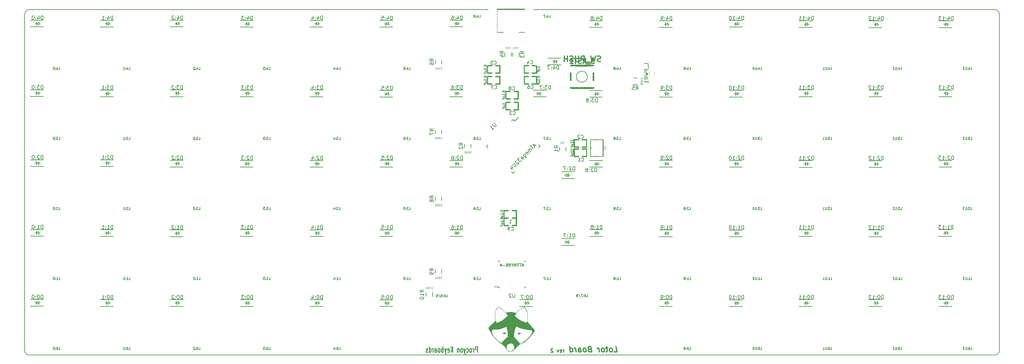
<source format=gbr>
G04 #@! TF.FileFunction,Legend,Bot*
%FSLAX46Y46*%
G04 Gerber Fmt 4.6, Leading zero omitted, Abs format (unit mm)*
G04 Created by KiCad (PCBNEW 4.0.1-stable) date 4/2/2017 1:31:36 AM*
%MOMM*%
G01*
G04 APERTURE LIST*
%ADD10C,0.100000*%
%ADD11C,0.250000*%
%ADD12C,0.300000*%
%ADD13C,0.150000*%
%ADD14C,0.010000*%
%ADD15C,0.200660*%
%ADD16C,0.381000*%
%ADD17C,0.200000*%
%ADD18C,0.120000*%
%ADD19C,0.158800*%
%ADD20C,0.127000*%
%ADD21C,0.125000*%
%ADD22C,0.304800*%
%ADD23C,4.400000*%
%ADD24C,2.686000*%
%ADD25R,1.310000X1.620000*%
%ADD26R,1.289000X1.797000*%
%ADD27R,1.700000X1.100000*%
%ADD28R,1.100000X1.700000*%
%ADD29R,2.701240X1.799540*%
%ADD30R,2.449780X4.400500*%
%ADD31R,2.449780X3.900120*%
%ADD32O,0.900400X3.400000*%
%ADD33C,1.300000*%
%ADD34R,1.600000X1.000000*%
%ADD35R,1.000000X1.600000*%
%ADD36O,2.305000X2.559000*%
%ADD37R,2.305000X2.559000*%
%ADD38R,1.600000X2.000000*%
%ADD39C,1.400000*%
%ADD40R,1.600000X1.600000*%
G04 APERTURE END LIST*
D10*
D11*
X123052382Y796429D02*
X123052382Y2296429D01*
X122671429Y2296429D01*
X122576191Y2225000D01*
X122528572Y2153571D01*
X122480953Y2010714D01*
X122480953Y1796429D01*
X122528572Y1653571D01*
X122576191Y1582143D01*
X122671429Y1510714D01*
X123052382Y1510714D01*
X122052382Y796429D02*
X122052382Y1796429D01*
X122052382Y1510714D02*
X122004763Y1653571D01*
X121957144Y1725000D01*
X121861906Y1796429D01*
X121766667Y1796429D01*
X121290477Y796429D02*
X121385715Y867857D01*
X121433334Y939286D01*
X121480953Y1082143D01*
X121480953Y1510714D01*
X121433334Y1653571D01*
X121385715Y1725000D01*
X121290477Y1796429D01*
X121147619Y1796429D01*
X121052381Y1725000D01*
X121004762Y1653571D01*
X120957143Y1510714D01*
X120957143Y1082143D01*
X121004762Y939286D01*
X121052381Y867857D01*
X121147619Y796429D01*
X121290477Y796429D01*
X120100000Y867857D02*
X120195238Y796429D01*
X120385715Y796429D01*
X120480953Y867857D01*
X120528572Y939286D01*
X120576191Y1082143D01*
X120576191Y1510714D01*
X120528572Y1653571D01*
X120480953Y1725000D01*
X120385715Y1796429D01*
X120195238Y1796429D01*
X120100000Y1725000D01*
X119766667Y1796429D02*
X119528572Y796429D01*
X119290476Y1796429D02*
X119528572Y796429D01*
X119623810Y439286D01*
X119671429Y367857D01*
X119766667Y296429D01*
X118766667Y796429D02*
X118861905Y867857D01*
X118909524Y939286D01*
X118957143Y1082143D01*
X118957143Y1510714D01*
X118909524Y1653571D01*
X118861905Y1725000D01*
X118766667Y1796429D01*
X118623809Y1796429D01*
X118528571Y1725000D01*
X118480952Y1653571D01*
X118433333Y1510714D01*
X118433333Y1082143D01*
X118480952Y939286D01*
X118528571Y867857D01*
X118623809Y796429D01*
X118766667Y796429D01*
X118004762Y1796429D02*
X118004762Y796429D01*
X118004762Y1653571D02*
X117957143Y1725000D01*
X117861905Y1796429D01*
X117719047Y1796429D01*
X117623809Y1725000D01*
X117576190Y1582143D01*
X117576190Y796429D01*
X116338095Y796429D02*
X116338095Y2296429D01*
X115766666Y796429D02*
X116195238Y1653571D01*
X115766666Y2296429D02*
X116338095Y1439286D01*
X114957142Y867857D02*
X115052380Y796429D01*
X115242857Y796429D01*
X115338095Y867857D01*
X115385714Y1010714D01*
X115385714Y1582143D01*
X115338095Y1725000D01*
X115242857Y1796429D01*
X115052380Y1796429D01*
X114957142Y1725000D01*
X114909523Y1582143D01*
X114909523Y1439286D01*
X115385714Y1296429D01*
X114576190Y1796429D02*
X114338095Y796429D01*
X114099999Y1796429D02*
X114338095Y796429D01*
X114433333Y439286D01*
X114480952Y367857D01*
X114576190Y296429D01*
X113719047Y796429D02*
X113719047Y2296429D01*
X113719047Y1725000D02*
X113623809Y1796429D01*
X113433332Y1796429D01*
X113338094Y1725000D01*
X113290475Y1653571D01*
X113242856Y1510714D01*
X113242856Y1082143D01*
X113290475Y939286D01*
X113338094Y867857D01*
X113433332Y796429D01*
X113623809Y796429D01*
X113719047Y867857D01*
X112671428Y796429D02*
X112766666Y867857D01*
X112814285Y939286D01*
X112861904Y1082143D01*
X112861904Y1510714D01*
X112814285Y1653571D01*
X112766666Y1725000D01*
X112671428Y1796429D01*
X112528570Y1796429D01*
X112433332Y1725000D01*
X112385713Y1653571D01*
X112338094Y1510714D01*
X112338094Y1082143D01*
X112385713Y939286D01*
X112433332Y867857D01*
X112528570Y796429D01*
X112671428Y796429D01*
X111480951Y796429D02*
X111480951Y1582143D01*
X111528570Y1725000D01*
X111623808Y1796429D01*
X111814285Y1796429D01*
X111909523Y1725000D01*
X111480951Y867857D02*
X111576189Y796429D01*
X111814285Y796429D01*
X111909523Y867857D01*
X111957142Y1010714D01*
X111957142Y1153571D01*
X111909523Y1296429D01*
X111814285Y1367857D01*
X111576189Y1367857D01*
X111480951Y1439286D01*
X111004761Y796429D02*
X111004761Y1796429D01*
X111004761Y1510714D02*
X110957142Y1653571D01*
X110909523Y1725000D01*
X110814285Y1796429D01*
X110719046Y1796429D01*
X109957141Y796429D02*
X109957141Y2296429D01*
X109957141Y867857D02*
X110052379Y796429D01*
X110242856Y796429D01*
X110338094Y867857D01*
X110385713Y939286D01*
X110433332Y1082143D01*
X110433332Y1510714D01*
X110385713Y1653571D01*
X110338094Y1725000D01*
X110242856Y1796429D01*
X110052379Y1796429D01*
X109957141Y1725000D01*
X109528570Y867857D02*
X109433332Y796429D01*
X109242856Y796429D01*
X109147617Y867857D01*
X109099998Y1010714D01*
X109099998Y1082143D01*
X109147617Y1225000D01*
X109242856Y1296429D01*
X109385713Y1296429D01*
X109480951Y1367857D01*
X109528570Y1510714D01*
X109528570Y1582143D01*
X109480951Y1725000D01*
X109385713Y1796429D01*
X109242856Y1796429D01*
X109147617Y1725000D01*
X146538096Y797619D02*
X146538096Y1464286D01*
X146538096Y1273810D02*
X146490477Y1369048D01*
X146442858Y1416667D01*
X146347620Y1464286D01*
X146252381Y1464286D01*
X145538095Y845238D02*
X145633333Y797619D01*
X145823810Y797619D01*
X145919048Y845238D01*
X145966667Y940476D01*
X145966667Y1321429D01*
X145919048Y1416667D01*
X145823810Y1464286D01*
X145633333Y1464286D01*
X145538095Y1416667D01*
X145490476Y1321429D01*
X145490476Y1226190D01*
X145966667Y1130952D01*
X145157143Y1464286D02*
X144919048Y797619D01*
X144680952Y1464286D01*
X143585714Y1702381D02*
X143538095Y1750000D01*
X143442857Y1797619D01*
X143204761Y1797619D01*
X143109523Y1750000D01*
X143061904Y1702381D01*
X143014285Y1607143D01*
X143014285Y1511905D01*
X143061904Y1369048D01*
X143633333Y797619D01*
X143014285Y797619D01*
D12*
X160266963Y846429D02*
X160981249Y846429D01*
X160793749Y2346429D01*
X159552677Y846429D02*
X159686607Y917857D01*
X159749106Y989286D01*
X159802678Y1132143D01*
X159749107Y1560714D01*
X159659821Y1703571D01*
X159579464Y1775000D01*
X159427677Y1846429D01*
X159213392Y1846429D01*
X159079464Y1775000D01*
X159016964Y1703571D01*
X158963392Y1560714D01*
X159016963Y1132143D01*
X159106249Y989286D01*
X159186607Y917857D01*
X159338392Y846429D01*
X159552677Y846429D01*
X158499106Y1846429D02*
X157927677Y1846429D01*
X158222320Y2346429D02*
X158383035Y1060714D01*
X158329464Y917857D01*
X158195534Y846429D01*
X158052677Y846429D01*
X157338391Y846429D02*
X157472321Y917857D01*
X157534820Y989286D01*
X157588392Y1132143D01*
X157534821Y1560714D01*
X157445535Y1703571D01*
X157365178Y1775000D01*
X157213391Y1846429D01*
X156999106Y1846429D01*
X156865178Y1775000D01*
X156802678Y1703571D01*
X156749106Y1560714D01*
X156802677Y1132143D01*
X156891963Y989286D01*
X156972321Y917857D01*
X157124106Y846429D01*
X157338391Y846429D01*
X156195534Y846429D02*
X156070534Y1846429D01*
X156106249Y1560714D02*
X156016964Y1703571D01*
X155936606Y1775000D01*
X155784820Y1846429D01*
X155641963Y1846429D01*
X153525892Y1632143D02*
X153320535Y1560714D01*
X153258035Y1489286D01*
X153204463Y1346429D01*
X153231249Y1132143D01*
X153320535Y989286D01*
X153400892Y917857D01*
X153552678Y846429D01*
X154124106Y846429D01*
X153936606Y2346429D01*
X153436606Y2346429D01*
X153302678Y2275000D01*
X153240178Y2203571D01*
X153186607Y2060714D01*
X153204464Y1917857D01*
X153293749Y1775000D01*
X153374107Y1703571D01*
X153525892Y1632143D01*
X154025892Y1632143D01*
X152409820Y846429D02*
X152543750Y917857D01*
X152606249Y989286D01*
X152659821Y1132143D01*
X152606250Y1560714D01*
X152516964Y1703571D01*
X152436607Y1775000D01*
X152284820Y1846429D01*
X152070535Y1846429D01*
X151936607Y1775000D01*
X151874107Y1703571D01*
X151820535Y1560714D01*
X151874106Y1132143D01*
X151963392Y989286D01*
X152043750Y917857D01*
X152195535Y846429D01*
X152409820Y846429D01*
X150624106Y846429D02*
X150525892Y1632143D01*
X150579464Y1775000D01*
X150713392Y1846429D01*
X150999106Y1846429D01*
X151150892Y1775000D01*
X150615178Y917857D02*
X150766963Y846429D01*
X151124106Y846429D01*
X151258035Y917857D01*
X151311607Y1060714D01*
X151293750Y1203571D01*
X151204463Y1346429D01*
X151052678Y1417857D01*
X150695535Y1417857D01*
X150543749Y1489286D01*
X149909820Y846429D02*
X149784820Y1846429D01*
X149820535Y1560714D02*
X149731250Y1703571D01*
X149650892Y1775000D01*
X149499106Y1846429D01*
X149356249Y1846429D01*
X148338392Y846429D02*
X148150892Y2346429D01*
X148329464Y917857D02*
X148481249Y846429D01*
X148766963Y846429D01*
X148900893Y917857D01*
X148963392Y989286D01*
X149016964Y1132143D01*
X148963393Y1560714D01*
X148874107Y1703571D01*
X148793750Y1775000D01*
X148641963Y1846429D01*
X148356249Y1846429D01*
X148222321Y1775000D01*
D13*
X1250000Y94000000D02*
X263750000Y94000000D01*
X0Y1250000D02*
X0Y92750000D01*
X263750000Y0D02*
X1250000Y0D01*
X265000000Y92750000D02*
X265000000Y1250000D01*
X263750000Y0D02*
G75*
G03X265000000Y1250000I0J1250000D01*
G01*
X265000000Y92750000D02*
G75*
G03X263750000Y94000000I-1250000J0D01*
G01*
X1250000Y94000000D02*
G75*
G03X0Y92750000I0J-1250000D01*
G01*
X0Y1250000D02*
G75*
G03X1250000Y0I1250000J0D01*
G01*
D14*
G36*
X135681194Y13083950D02*
X135556066Y13040449D01*
X135393515Y12968514D01*
X135210655Y12876484D01*
X135024597Y12772695D01*
X134852455Y12665487D01*
X134787740Y12620960D01*
X134613751Y12482486D01*
X134414467Y12301432D01*
X134210223Y12098467D01*
X134021356Y11894263D01*
X133868201Y11709489D01*
X133806577Y11623664D01*
X133737845Y11524351D01*
X133689359Y11462664D01*
X133677339Y11452667D01*
X133631717Y11463154D01*
X133526103Y11490839D01*
X133382026Y11530059D01*
X133360084Y11536128D01*
X132840378Y11641879D01*
X132285166Y11684749D01*
X131715878Y11664522D01*
X131153946Y11580978D01*
X131056653Y11559529D01*
X130791391Y11498010D01*
X130417112Y11881381D01*
X130242275Y12054128D01*
X130056375Y12227375D01*
X129883674Y12379028D01*
X129767667Y12472727D01*
X129621767Y12574896D01*
X129444678Y12686791D01*
X129253605Y12798957D01*
X129065754Y12901939D01*
X128898331Y12986281D01*
X128768540Y13042527D01*
X128696652Y13061334D01*
X128644518Y13026973D01*
X128561343Y12934096D01*
X128457541Y12798012D01*
X128343525Y12634028D01*
X128229708Y12457454D01*
X128126504Y12283598D01*
X128044325Y12127769D01*
X128011182Y12053619D01*
X127898833Y11681128D01*
X127841292Y11252141D01*
X127838493Y10764378D01*
X127890372Y10215559D01*
X127949028Y9848798D01*
X127982713Y9657786D01*
X128009774Y9493442D01*
X128026941Y9376302D01*
X128031358Y9331669D01*
X128000825Y9286941D01*
X127914344Y9194795D01*
X127780110Y9063072D01*
X127606321Y8899614D01*
X127401175Y8712265D01*
X127172867Y8508865D01*
X127153584Y8491903D01*
X126918985Y8284474D01*
X126702047Y8090257D01*
X126511961Y7917671D01*
X126357918Y7775134D01*
X126249107Y7671064D01*
X126194721Y7613880D01*
X126194028Y7612979D01*
X126119152Y7446751D01*
X126117693Y7248642D01*
X126188011Y7025952D01*
X126328468Y6785981D01*
X126401190Y6690167D01*
X126499919Y6556304D01*
X126587533Y6418739D01*
X126612696Y6372667D01*
X126906290Y5847750D01*
X127249684Y5330446D01*
X127632327Y4832372D01*
X128043667Y4365146D01*
X128473154Y3940382D01*
X128910236Y3569699D01*
X129344362Y3264712D01*
X129540018Y3149757D01*
X129772891Y2993655D01*
X130040879Y2762003D01*
X130342962Y2455818D01*
X130678125Y2076119D01*
X130972657Y1716000D01*
X131121137Y1539125D01*
X131276540Y1370602D01*
X131418527Y1231658D01*
X131510130Y1155084D01*
X131642238Y1065436D01*
X131748610Y1017999D01*
X131867917Y1000026D01*
X131986108Y998192D01*
X132158830Y1009338D01*
X132325304Y1035965D01*
X132408761Y1058713D01*
X132513764Y1102287D01*
X132623475Y1162290D01*
X132745694Y1245179D01*
X132888223Y1357409D01*
X133058862Y1505436D01*
X133265412Y1695717D01*
X133515675Y1934708D01*
X133789334Y2201293D01*
X134035085Y2441762D01*
X134229915Y2630396D01*
X134383232Y2774761D01*
X134504445Y2882424D01*
X134602962Y2960953D01*
X134688191Y3017915D01*
X134769542Y3060877D01*
X134856423Y3097406D01*
X134943827Y3129842D01*
X135317763Y3296912D01*
X135716359Y3532393D01*
X136129170Y3827651D01*
X136545752Y4174051D01*
X136955660Y4562957D01*
X137348449Y4985733D01*
X137684730Y5395896D01*
X137844375Y5595567D01*
X138030757Y5816942D01*
X138211239Y6021552D01*
X138266131Y6081183D01*
X138436507Y6269679D01*
X138550321Y6414421D01*
X138613622Y6528650D01*
X138632459Y6625609D01*
X138612878Y6718540D01*
X138584734Y6778756D01*
X138539581Y6842835D01*
X138445067Y6961784D01*
X138308198Y7127301D01*
X138135982Y7331081D01*
X137935427Y7564822D01*
X137713540Y7820220D01*
X137514667Y8046696D01*
X137283045Y8311353D01*
X137071268Y8557519D01*
X136885573Y8777626D01*
X136732198Y8964101D01*
X136617382Y9109373D01*
X136547362Y9205873D01*
X136527758Y9244472D01*
X136536859Y9312839D01*
X136555570Y9445193D01*
X136581066Y9621770D01*
X136607404Y9801667D01*
X136643417Y10108079D01*
X136666842Y10439744D01*
X136677439Y10775183D01*
X136674968Y11092916D01*
X136659189Y11371463D01*
X136629863Y11589345D01*
X136627495Y11600834D01*
X136577699Y11786130D01*
X136507375Y11990178D01*
X136458343Y12108834D01*
X136389449Y12239728D01*
X136290941Y12400571D01*
X136174547Y12575067D01*
X136051994Y12746921D01*
X135935008Y12899835D01*
X135835317Y13017513D01*
X135764647Y13083661D01*
X135751786Y13090679D01*
X135681194Y13083950D01*
X135681194Y13083950D01*
G37*
X135681194Y13083950D02*
X135556066Y13040449D01*
X135393515Y12968514D01*
X135210655Y12876484D01*
X135024597Y12772695D01*
X134852455Y12665487D01*
X134787740Y12620960D01*
X134613751Y12482486D01*
X134414467Y12301432D01*
X134210223Y12098467D01*
X134021356Y11894263D01*
X133868201Y11709489D01*
X133806577Y11623664D01*
X133737845Y11524351D01*
X133689359Y11462664D01*
X133677339Y11452667D01*
X133631717Y11463154D01*
X133526103Y11490839D01*
X133382026Y11530059D01*
X133360084Y11536128D01*
X132840378Y11641879D01*
X132285166Y11684749D01*
X131715878Y11664522D01*
X131153946Y11580978D01*
X131056653Y11559529D01*
X130791391Y11498010D01*
X130417112Y11881381D01*
X130242275Y12054128D01*
X130056375Y12227375D01*
X129883674Y12379028D01*
X129767667Y12472727D01*
X129621767Y12574896D01*
X129444678Y12686791D01*
X129253605Y12798957D01*
X129065754Y12901939D01*
X128898331Y12986281D01*
X128768540Y13042527D01*
X128696652Y13061334D01*
X128644518Y13026973D01*
X128561343Y12934096D01*
X128457541Y12798012D01*
X128343525Y12634028D01*
X128229708Y12457454D01*
X128126504Y12283598D01*
X128044325Y12127769D01*
X128011182Y12053619D01*
X127898833Y11681128D01*
X127841292Y11252141D01*
X127838493Y10764378D01*
X127890372Y10215559D01*
X127949028Y9848798D01*
X127982713Y9657786D01*
X128009774Y9493442D01*
X128026941Y9376302D01*
X128031358Y9331669D01*
X128000825Y9286941D01*
X127914344Y9194795D01*
X127780110Y9063072D01*
X127606321Y8899614D01*
X127401175Y8712265D01*
X127172867Y8508865D01*
X127153584Y8491903D01*
X126918985Y8284474D01*
X126702047Y8090257D01*
X126511961Y7917671D01*
X126357918Y7775134D01*
X126249107Y7671064D01*
X126194721Y7613880D01*
X126194028Y7612979D01*
X126119152Y7446751D01*
X126117693Y7248642D01*
X126188011Y7025952D01*
X126328468Y6785981D01*
X126401190Y6690167D01*
X126499919Y6556304D01*
X126587533Y6418739D01*
X126612696Y6372667D01*
X126906290Y5847750D01*
X127249684Y5330446D01*
X127632327Y4832372D01*
X128043667Y4365146D01*
X128473154Y3940382D01*
X128910236Y3569699D01*
X129344362Y3264712D01*
X129540018Y3149757D01*
X129772891Y2993655D01*
X130040879Y2762003D01*
X130342962Y2455818D01*
X130678125Y2076119D01*
X130972657Y1716000D01*
X131121137Y1539125D01*
X131276540Y1370602D01*
X131418527Y1231658D01*
X131510130Y1155084D01*
X131642238Y1065436D01*
X131748610Y1017999D01*
X131867917Y1000026D01*
X131986108Y998192D01*
X132158830Y1009338D01*
X132325304Y1035965D01*
X132408761Y1058713D01*
X132513764Y1102287D01*
X132623475Y1162290D01*
X132745694Y1245179D01*
X132888223Y1357409D01*
X133058862Y1505436D01*
X133265412Y1695717D01*
X133515675Y1934708D01*
X133789334Y2201293D01*
X134035085Y2441762D01*
X134229915Y2630396D01*
X134383232Y2774761D01*
X134504445Y2882424D01*
X134602962Y2960953D01*
X134688191Y3017915D01*
X134769542Y3060877D01*
X134856423Y3097406D01*
X134943827Y3129842D01*
X135317763Y3296912D01*
X135716359Y3532393D01*
X136129170Y3827651D01*
X136545752Y4174051D01*
X136955660Y4562957D01*
X137348449Y4985733D01*
X137684730Y5395896D01*
X137844375Y5595567D01*
X138030757Y5816942D01*
X138211239Y6021552D01*
X138266131Y6081183D01*
X138436507Y6269679D01*
X138550321Y6414421D01*
X138613622Y6528650D01*
X138632459Y6625609D01*
X138612878Y6718540D01*
X138584734Y6778756D01*
X138539581Y6842835D01*
X138445067Y6961784D01*
X138308198Y7127301D01*
X138135982Y7331081D01*
X137935427Y7564822D01*
X137713540Y7820220D01*
X137514667Y8046696D01*
X137283045Y8311353D01*
X137071268Y8557519D01*
X136885573Y8777626D01*
X136732198Y8964101D01*
X136617382Y9109373D01*
X136547362Y9205873D01*
X136527758Y9244472D01*
X136536859Y9312839D01*
X136555570Y9445193D01*
X136581066Y9621770D01*
X136607404Y9801667D01*
X136643417Y10108079D01*
X136666842Y10439744D01*
X136677439Y10775183D01*
X136674968Y11092916D01*
X136659189Y11371463D01*
X136629863Y11589345D01*
X136627495Y11600834D01*
X136577699Y11786130D01*
X136507375Y11990178D01*
X136458343Y12108834D01*
X136389449Y12239728D01*
X136290941Y12400571D01*
X136174547Y12575067D01*
X136051994Y12746921D01*
X135935008Y12899835D01*
X135835317Y13017513D01*
X135764647Y13083661D01*
X135751786Y13090679D01*
X135681194Y13083950D01*
D13*
X132825000Y64118555D02*
X133249264Y63694291D01*
X125506445Y56800000D02*
X125980206Y56326238D01*
X132825000Y49481445D02*
X132351238Y49955206D01*
X140143555Y56800000D02*
X139669794Y57273762D01*
X132825000Y64118555D02*
X132351238Y63644794D01*
X140143555Y56800000D02*
X139669794Y56326238D01*
X132825000Y49481445D02*
X133298762Y49955206D01*
X125506445Y56800000D02*
X125980206Y57273762D01*
X133249264Y63694291D02*
X134292247Y64737274D01*
X98877500Y52100000D02*
X99258500Y52100000D01*
X97861500Y52100000D02*
X98242500Y52100000D01*
X98242500Y52100000D02*
X98877500Y51719000D01*
X98877500Y51719000D02*
X98877500Y52481000D01*
X98877500Y52481000D02*
X98242500Y52100000D01*
X98242500Y51592000D02*
X98242500Y52608000D01*
X96560000Y53000000D02*
X100100000Y53000000D01*
X96560000Y51200000D02*
X100100000Y51200000D01*
X3857500Y14240000D02*
X4238500Y14240000D01*
X2841500Y14240000D02*
X3222500Y14240000D01*
X3222500Y14240000D02*
X3857500Y13859000D01*
X3857500Y13859000D02*
X3857500Y14621000D01*
X3857500Y14621000D02*
X3222500Y14240000D01*
X3222500Y13732000D02*
X3222500Y14748000D01*
X1540000Y15140000D02*
X5080000Y15140000D01*
X1540000Y13340000D02*
X5080000Y13340000D01*
X3857500Y33270000D02*
X4238500Y33270000D01*
X2841500Y33270000D02*
X3222500Y33270000D01*
X3222500Y33270000D02*
X3857500Y32889000D01*
X3857500Y32889000D02*
X3857500Y33651000D01*
X3857500Y33651000D02*
X3222500Y33270000D01*
X3222500Y32762000D02*
X3222500Y33778000D01*
X1540000Y34170000D02*
X5080000Y34170000D01*
X1540000Y32370000D02*
X5080000Y32370000D01*
X3857500Y52240000D02*
X4238500Y52240000D01*
X2841500Y52240000D02*
X3222500Y52240000D01*
X3222500Y52240000D02*
X3857500Y51859000D01*
X3857500Y51859000D02*
X3857500Y52621000D01*
X3857500Y52621000D02*
X3222500Y52240000D01*
X3222500Y51732000D02*
X3222500Y52748000D01*
X1540000Y53140000D02*
X5080000Y53140000D01*
X1540000Y51340000D02*
X5080000Y51340000D01*
X3867500Y71270000D02*
X4248500Y71270000D01*
X2851500Y71270000D02*
X3232500Y71270000D01*
X3232500Y71270000D02*
X3867500Y70889000D01*
X3867500Y70889000D02*
X3867500Y71651000D01*
X3867500Y71651000D02*
X3232500Y71270000D01*
X3232500Y70762000D02*
X3232500Y71778000D01*
X1550000Y72170000D02*
X5090000Y72170000D01*
X1550000Y70370000D02*
X5090000Y70370000D01*
X3867500Y90210000D02*
X4248500Y90210000D01*
X2851500Y90210000D02*
X3232500Y90210000D01*
X3232500Y90210000D02*
X3867500Y89829000D01*
X3867500Y89829000D02*
X3867500Y90591000D01*
X3867500Y90591000D02*
X3232500Y90210000D01*
X3232500Y89702000D02*
X3232500Y90718000D01*
X1550000Y91110000D02*
X5090000Y91110000D01*
X1550000Y89310000D02*
X5090000Y89310000D01*
X22887500Y14160000D02*
X23268500Y14160000D01*
X21871500Y14160000D02*
X22252500Y14160000D01*
X22252500Y14160000D02*
X22887500Y13779000D01*
X22887500Y13779000D02*
X22887500Y14541000D01*
X22887500Y14541000D02*
X22252500Y14160000D01*
X22252500Y13652000D02*
X22252500Y14668000D01*
X20570000Y15060000D02*
X24110000Y15060000D01*
X20570000Y13260000D02*
X24110000Y13260000D01*
X41857500Y14160000D02*
X42238500Y14160000D01*
X40841500Y14160000D02*
X41222500Y14160000D01*
X41222500Y14160000D02*
X41857500Y13779000D01*
X41857500Y13779000D02*
X41857500Y14541000D01*
X41857500Y14541000D02*
X41222500Y14160000D01*
X41222500Y13652000D02*
X41222500Y14668000D01*
X39540000Y15060000D02*
X43080000Y15060000D01*
X39540000Y13260000D02*
X43080000Y13260000D01*
X60867500Y14160000D02*
X61248500Y14160000D01*
X59851500Y14160000D02*
X60232500Y14160000D01*
X60232500Y14160000D02*
X60867500Y13779000D01*
X60867500Y13779000D02*
X60867500Y14541000D01*
X60867500Y14541000D02*
X60232500Y14160000D01*
X60232500Y13652000D02*
X60232500Y14668000D01*
X58550000Y15060000D02*
X62090000Y15060000D01*
X58550000Y13260000D02*
X62090000Y13260000D01*
X79877500Y14160000D02*
X80258500Y14160000D01*
X78861500Y14160000D02*
X79242500Y14160000D01*
X79242500Y14160000D02*
X79877500Y13779000D01*
X79877500Y13779000D02*
X79877500Y14541000D01*
X79877500Y14541000D02*
X79242500Y14160000D01*
X79242500Y13652000D02*
X79242500Y14668000D01*
X77560000Y15060000D02*
X81100000Y15060000D01*
X77560000Y13260000D02*
X81100000Y13260000D01*
X136877500Y14160000D02*
X137258500Y14160000D01*
X135861500Y14160000D02*
X136242500Y14160000D01*
X136242500Y14160000D02*
X136877500Y13779000D01*
X136877500Y13779000D02*
X136877500Y14541000D01*
X136877500Y14541000D02*
X136242500Y14160000D01*
X136242500Y13652000D02*
X136242500Y14668000D01*
X134560000Y15060000D02*
X138100000Y15060000D01*
X134560000Y13260000D02*
X138100000Y13260000D01*
X174867500Y14160000D02*
X175248500Y14160000D01*
X173851500Y14160000D02*
X174232500Y14160000D01*
X174232500Y14160000D02*
X174867500Y13779000D01*
X174867500Y13779000D02*
X174867500Y14541000D01*
X174867500Y14541000D02*
X174232500Y14160000D01*
X174232500Y13652000D02*
X174232500Y14668000D01*
X172550000Y15060000D02*
X176090000Y15060000D01*
X172550000Y13260000D02*
X176090000Y13260000D01*
X193877500Y14120000D02*
X194258500Y14120000D01*
X192861500Y14120000D02*
X193242500Y14120000D01*
X193242500Y14120000D02*
X193877500Y13739000D01*
X193877500Y13739000D02*
X193877500Y14501000D01*
X193877500Y14501000D02*
X193242500Y14120000D01*
X193242500Y13612000D02*
X193242500Y14628000D01*
X191560000Y15020000D02*
X195100000Y15020000D01*
X191560000Y13220000D02*
X195100000Y13220000D01*
X212847500Y14160000D02*
X213228500Y14160000D01*
X211831500Y14160000D02*
X212212500Y14160000D01*
X212212500Y14160000D02*
X212847500Y13779000D01*
X212847500Y13779000D02*
X212847500Y14541000D01*
X212847500Y14541000D02*
X212212500Y14160000D01*
X212212500Y13652000D02*
X212212500Y14668000D01*
X210530000Y15060000D02*
X214070000Y15060000D01*
X210530000Y13260000D02*
X214070000Y13260000D01*
X231857500Y14160000D02*
X232238500Y14160000D01*
X230841500Y14160000D02*
X231222500Y14160000D01*
X231222500Y14160000D02*
X231857500Y13779000D01*
X231857500Y13779000D02*
X231857500Y14541000D01*
X231857500Y14541000D02*
X231222500Y14160000D01*
X231222500Y13652000D02*
X231222500Y14668000D01*
X229540000Y15060000D02*
X233080000Y15060000D01*
X229540000Y13260000D02*
X233080000Y13260000D01*
X250877500Y14160000D02*
X251258500Y14160000D01*
X249861500Y14160000D02*
X250242500Y14160000D01*
X250242500Y14160000D02*
X250877500Y13779000D01*
X250877500Y13779000D02*
X250877500Y14541000D01*
X250877500Y14541000D02*
X250242500Y14160000D01*
X250242500Y13652000D02*
X250242500Y14668000D01*
X248560000Y15060000D02*
X252100000Y15060000D01*
X248560000Y13260000D02*
X252100000Y13260000D01*
X22879500Y33220000D02*
X23260500Y33220000D01*
X21863500Y33220000D02*
X22244500Y33220000D01*
X22244500Y33220000D02*
X22879500Y32839000D01*
X22879500Y32839000D02*
X22879500Y33601000D01*
X22879500Y33601000D02*
X22244500Y33220000D01*
X22244500Y32712000D02*
X22244500Y33728000D01*
X20562000Y34120000D02*
X24102000Y34120000D01*
X20562000Y32320000D02*
X24102000Y32320000D01*
X41857500Y33130000D02*
X42238500Y33130000D01*
X40841500Y33130000D02*
X41222500Y33130000D01*
X41222500Y33130000D02*
X41857500Y32749000D01*
X41857500Y32749000D02*
X41857500Y33511000D01*
X41857500Y33511000D02*
X41222500Y33130000D01*
X41222500Y32622000D02*
X41222500Y33638000D01*
X39540000Y34030000D02*
X43080000Y34030000D01*
X39540000Y32230000D02*
X43080000Y32230000D01*
X60867500Y33210000D02*
X61248500Y33210000D01*
X59851500Y33210000D02*
X60232500Y33210000D01*
X60232500Y33210000D02*
X60867500Y32829000D01*
X60867500Y32829000D02*
X60867500Y33591000D01*
X60867500Y33591000D02*
X60232500Y33210000D01*
X60232500Y32702000D02*
X60232500Y33718000D01*
X58550000Y34110000D02*
X62090000Y34110000D01*
X58550000Y32310000D02*
X62090000Y32310000D01*
X79877500Y33170000D02*
X80258500Y33170000D01*
X78861500Y33170000D02*
X79242500Y33170000D01*
X79242500Y33170000D02*
X79877500Y32789000D01*
X79877500Y32789000D02*
X79877500Y33551000D01*
X79877500Y33551000D02*
X79242500Y33170000D01*
X79242500Y32662000D02*
X79242500Y33678000D01*
X77560000Y34070000D02*
X81100000Y34070000D01*
X77560000Y32270000D02*
X81100000Y32270000D01*
X98857500Y33170000D02*
X99238500Y33170000D01*
X97841500Y33170000D02*
X98222500Y33170000D01*
X98222500Y33170000D02*
X98857500Y32789000D01*
X98857500Y32789000D02*
X98857500Y33551000D01*
X98857500Y33551000D02*
X98222500Y33170000D01*
X98222500Y32662000D02*
X98222500Y33678000D01*
X96540000Y34070000D02*
X100080000Y34070000D01*
X96540000Y32270000D02*
X100080000Y32270000D01*
X117867500Y33170000D02*
X118248500Y33170000D01*
X116851500Y33170000D02*
X117232500Y33170000D01*
X117232500Y33170000D02*
X117867500Y32789000D01*
X117867500Y32789000D02*
X117867500Y33551000D01*
X117867500Y33551000D02*
X117232500Y33170000D01*
X117232500Y32662000D02*
X117232500Y33678000D01*
X115550000Y34070000D02*
X119090000Y34070000D01*
X115550000Y32270000D02*
X119090000Y32270000D01*
X147182500Y30750000D02*
X146801500Y30750000D01*
X148198500Y30750000D02*
X147817500Y30750000D01*
X147817500Y30750000D02*
X147182500Y31131000D01*
X147182500Y31131000D02*
X147182500Y30369000D01*
X147182500Y30369000D02*
X147817500Y30750000D01*
X147817500Y31258000D02*
X147817500Y30242000D01*
X149500000Y29850000D02*
X145960000Y29850000D01*
X149500000Y31650000D02*
X145960000Y31650000D01*
X155887500Y33210000D02*
X156268500Y33210000D01*
X154871500Y33210000D02*
X155252500Y33210000D01*
X155252500Y33210000D02*
X155887500Y32829000D01*
X155887500Y32829000D02*
X155887500Y33591000D01*
X155887500Y33591000D02*
X155252500Y33210000D01*
X155252500Y32702000D02*
X155252500Y33718000D01*
X153570000Y34110000D02*
X157110000Y34110000D01*
X153570000Y32310000D02*
X157110000Y32310000D01*
X174867500Y33130000D02*
X175248500Y33130000D01*
X173851500Y33130000D02*
X174232500Y33130000D01*
X174232500Y33130000D02*
X174867500Y32749000D01*
X174867500Y32749000D02*
X174867500Y33511000D01*
X174867500Y33511000D02*
X174232500Y33130000D01*
X174232500Y32622000D02*
X174232500Y33638000D01*
X172550000Y34030000D02*
X176090000Y34030000D01*
X172550000Y32230000D02*
X176090000Y32230000D01*
X193877500Y33100000D02*
X194258500Y33100000D01*
X192861500Y33100000D02*
X193242500Y33100000D01*
X193242500Y33100000D02*
X193877500Y32719000D01*
X193877500Y32719000D02*
X193877500Y33481000D01*
X193877500Y33481000D02*
X193242500Y33100000D01*
X193242500Y32592000D02*
X193242500Y33608000D01*
X191560000Y34000000D02*
X195100000Y34000000D01*
X191560000Y32200000D02*
X195100000Y32200000D01*
X212847500Y33170000D02*
X213228500Y33170000D01*
X211831500Y33170000D02*
X212212500Y33170000D01*
X212212500Y33170000D02*
X212847500Y32789000D01*
X212847500Y32789000D02*
X212847500Y33551000D01*
X212847500Y33551000D02*
X212212500Y33170000D01*
X212212500Y32662000D02*
X212212500Y33678000D01*
X210530000Y34070000D02*
X214070000Y34070000D01*
X210530000Y32270000D02*
X214070000Y32270000D01*
X231857500Y33130000D02*
X232238500Y33130000D01*
X230841500Y33130000D02*
X231222500Y33130000D01*
X231222500Y33130000D02*
X231857500Y32749000D01*
X231857500Y32749000D02*
X231857500Y33511000D01*
X231857500Y33511000D02*
X231222500Y33130000D01*
X231222500Y32622000D02*
X231222500Y33638000D01*
X229540000Y34030000D02*
X233080000Y34030000D01*
X229540000Y32230000D02*
X233080000Y32230000D01*
X250837500Y33210000D02*
X251218500Y33210000D01*
X249821500Y33210000D02*
X250202500Y33210000D01*
X250202500Y33210000D02*
X250837500Y32829000D01*
X250837500Y32829000D02*
X250837500Y33591000D01*
X250837500Y33591000D02*
X250202500Y33210000D01*
X250202500Y32702000D02*
X250202500Y33718000D01*
X248520000Y34110000D02*
X252060000Y34110000D01*
X248520000Y32310000D02*
X252060000Y32310000D01*
X22857500Y52240000D02*
X23238500Y52240000D01*
X21841500Y52240000D02*
X22222500Y52240000D01*
X22222500Y52240000D02*
X22857500Y51859000D01*
X22857500Y51859000D02*
X22857500Y52621000D01*
X22857500Y52621000D02*
X22222500Y52240000D01*
X22222500Y51732000D02*
X22222500Y52748000D01*
X20540000Y53140000D02*
X24080000Y53140000D01*
X20540000Y51340000D02*
X24080000Y51340000D01*
X41857500Y52100000D02*
X42238500Y52100000D01*
X40841500Y52100000D02*
X41222500Y52100000D01*
X41222500Y52100000D02*
X41857500Y51719000D01*
X41857500Y51719000D02*
X41857500Y52481000D01*
X41857500Y52481000D02*
X41222500Y52100000D01*
X41222500Y51592000D02*
X41222500Y52608000D01*
X39540000Y53000000D02*
X43080000Y53000000D01*
X39540000Y51200000D02*
X43080000Y51200000D01*
X60857500Y52070000D02*
X61238500Y52070000D01*
X59841500Y52070000D02*
X60222500Y52070000D01*
X60222500Y52070000D02*
X60857500Y51689000D01*
X60857500Y51689000D02*
X60857500Y52451000D01*
X60857500Y52451000D02*
X60222500Y52070000D01*
X60222500Y51562000D02*
X60222500Y52578000D01*
X58540000Y52970000D02*
X62080000Y52970000D01*
X58540000Y51170000D02*
X62080000Y51170000D01*
X79857500Y52070000D02*
X80238500Y52070000D01*
X78841500Y52070000D02*
X79222500Y52070000D01*
X79222500Y52070000D02*
X79857500Y51689000D01*
X79857500Y51689000D02*
X79857500Y52451000D01*
X79857500Y52451000D02*
X79222500Y52070000D01*
X79222500Y51562000D02*
X79222500Y52578000D01*
X77540000Y52970000D02*
X81080000Y52970000D01*
X77540000Y51170000D02*
X81080000Y51170000D01*
X117907500Y52070000D02*
X118288500Y52070000D01*
X116891500Y52070000D02*
X117272500Y52070000D01*
X117272500Y52070000D02*
X117907500Y51689000D01*
X117907500Y51689000D02*
X117907500Y52451000D01*
X117907500Y52451000D02*
X117272500Y52070000D01*
X117272500Y51562000D02*
X117272500Y52578000D01*
X115590000Y52970000D02*
X119130000Y52970000D01*
X115590000Y51170000D02*
X119130000Y51170000D01*
X147182500Y48950000D02*
X146801500Y48950000D01*
X148198500Y48950000D02*
X147817500Y48950000D01*
X147817500Y48950000D02*
X147182500Y49331000D01*
X147182500Y49331000D02*
X147182500Y48569000D01*
X147182500Y48569000D02*
X147817500Y48950000D01*
X147817500Y49458000D02*
X147817500Y48442000D01*
X149500000Y48050000D02*
X145960000Y48050000D01*
X149500000Y49850000D02*
X145960000Y49850000D01*
X155877500Y52040000D02*
X156258500Y52040000D01*
X154861500Y52040000D02*
X155242500Y52040000D01*
X155242500Y52040000D02*
X155877500Y51659000D01*
X155877500Y51659000D02*
X155877500Y52421000D01*
X155877500Y52421000D02*
X155242500Y52040000D01*
X155242500Y51532000D02*
X155242500Y52548000D01*
X153560000Y52940000D02*
X157100000Y52940000D01*
X153560000Y51140000D02*
X157100000Y51140000D01*
X174867500Y52090000D02*
X175248500Y52090000D01*
X173851500Y52090000D02*
X174232500Y52090000D01*
X174232500Y52090000D02*
X174867500Y51709000D01*
X174867500Y51709000D02*
X174867500Y52471000D01*
X174867500Y52471000D02*
X174232500Y52090000D01*
X174232500Y51582000D02*
X174232500Y52598000D01*
X172550000Y52990000D02*
X176090000Y52990000D01*
X172550000Y51190000D02*
X176090000Y51190000D01*
X193867500Y52070000D02*
X194248500Y52070000D01*
X192851500Y52070000D02*
X193232500Y52070000D01*
X193232500Y52070000D02*
X193867500Y51689000D01*
X193867500Y51689000D02*
X193867500Y52451000D01*
X193867500Y52451000D02*
X193232500Y52070000D01*
X193232500Y51562000D02*
X193232500Y52578000D01*
X191550000Y52970000D02*
X195090000Y52970000D01*
X191550000Y51170000D02*
X195090000Y51170000D01*
X212867500Y52010000D02*
X213248500Y52010000D01*
X211851500Y52010000D02*
X212232500Y52010000D01*
X212232500Y52010000D02*
X212867500Y51629000D01*
X212867500Y51629000D02*
X212867500Y52391000D01*
X212867500Y52391000D02*
X212232500Y52010000D01*
X212232500Y51502000D02*
X212232500Y52518000D01*
X210550000Y52910000D02*
X214090000Y52910000D01*
X210550000Y51110000D02*
X214090000Y51110000D01*
X231867500Y51990000D02*
X232248500Y51990000D01*
X230851500Y51990000D02*
X231232500Y51990000D01*
X231232500Y51990000D02*
X231867500Y51609000D01*
X231867500Y51609000D02*
X231867500Y52371000D01*
X231867500Y52371000D02*
X231232500Y51990000D01*
X231232500Y51482000D02*
X231232500Y52498000D01*
X229550000Y52890000D02*
X233090000Y52890000D01*
X229550000Y51090000D02*
X233090000Y51090000D01*
X250847500Y52050000D02*
X251228500Y52050000D01*
X249831500Y52050000D02*
X250212500Y52050000D01*
X250212500Y52050000D02*
X250847500Y51669000D01*
X250847500Y51669000D02*
X250847500Y52431000D01*
X250847500Y52431000D02*
X250212500Y52050000D01*
X250212500Y51542000D02*
X250212500Y52558000D01*
X248530000Y52950000D02*
X252070000Y52950000D01*
X248530000Y51150000D02*
X252070000Y51150000D01*
X22857500Y71180000D02*
X23238500Y71180000D01*
X21841500Y71180000D02*
X22222500Y71180000D01*
X22222500Y71180000D02*
X22857500Y70799000D01*
X22857500Y70799000D02*
X22857500Y71561000D01*
X22857500Y71561000D02*
X22222500Y71180000D01*
X22222500Y70672000D02*
X22222500Y71688000D01*
X20540000Y72080000D02*
X24080000Y72080000D01*
X20540000Y70280000D02*
X24080000Y70280000D01*
X41857500Y71230000D02*
X42238500Y71230000D01*
X40841500Y71230000D02*
X41222500Y71230000D01*
X41222500Y71230000D02*
X41857500Y70849000D01*
X41857500Y70849000D02*
X41857500Y71611000D01*
X41857500Y71611000D02*
X41222500Y71230000D01*
X41222500Y70722000D02*
X41222500Y71738000D01*
X39540000Y72130000D02*
X43080000Y72130000D01*
X39540000Y70330000D02*
X43080000Y70330000D01*
X60867500Y71200000D02*
X61248500Y71200000D01*
X59851500Y71200000D02*
X60232500Y71200000D01*
X60232500Y71200000D02*
X60867500Y70819000D01*
X60867500Y70819000D02*
X60867500Y71581000D01*
X60867500Y71581000D02*
X60232500Y71200000D01*
X60232500Y70692000D02*
X60232500Y71708000D01*
X58550000Y72100000D02*
X62090000Y72100000D01*
X58550000Y70300000D02*
X62090000Y70300000D01*
X79877500Y71230000D02*
X80258500Y71230000D01*
X78861500Y71230000D02*
X79242500Y71230000D01*
X79242500Y71230000D02*
X79877500Y70849000D01*
X79877500Y70849000D02*
X79877500Y71611000D01*
X79877500Y71611000D02*
X79242500Y71230000D01*
X79242500Y70722000D02*
X79242500Y71738000D01*
X77560000Y72130000D02*
X81100000Y72130000D01*
X77560000Y70330000D02*
X81100000Y70330000D01*
X98857500Y71080000D02*
X99238500Y71080000D01*
X97841500Y71080000D02*
X98222500Y71080000D01*
X98222500Y71080000D02*
X98857500Y70699000D01*
X98857500Y70699000D02*
X98857500Y71461000D01*
X98857500Y71461000D02*
X98222500Y71080000D01*
X98222500Y70572000D02*
X98222500Y71588000D01*
X96540000Y71980000D02*
X100080000Y71980000D01*
X96540000Y70180000D02*
X100080000Y70180000D01*
X117867500Y71230000D02*
X118248500Y71230000D01*
X116851500Y71230000D02*
X117232500Y71230000D01*
X117232500Y71230000D02*
X117867500Y70849000D01*
X117867500Y70849000D02*
X117867500Y71611000D01*
X117867500Y71611000D02*
X117232500Y71230000D01*
X117232500Y70722000D02*
X117232500Y71738000D01*
X115550000Y72130000D02*
X119090000Y72130000D01*
X115550000Y70330000D02*
X119090000Y70330000D01*
X139462500Y71160000D02*
X139081500Y71160000D01*
X140478500Y71160000D02*
X140097500Y71160000D01*
X140097500Y71160000D02*
X139462500Y71541000D01*
X139462500Y71541000D02*
X139462500Y70779000D01*
X139462500Y70779000D02*
X140097500Y71160000D01*
X140097500Y71668000D02*
X140097500Y70652000D01*
X141780000Y70260000D02*
X138240000Y70260000D01*
X141780000Y72060000D02*
X138240000Y72060000D01*
X155847500Y71080000D02*
X156228500Y71080000D01*
X154831500Y71080000D02*
X155212500Y71080000D01*
X155212500Y71080000D02*
X155847500Y70699000D01*
X155847500Y70699000D02*
X155847500Y71461000D01*
X155847500Y71461000D02*
X155212500Y71080000D01*
X155212500Y70572000D02*
X155212500Y71588000D01*
X153530000Y71980000D02*
X157070000Y71980000D01*
X153530000Y70180000D02*
X157070000Y70180000D01*
X174867500Y71120000D02*
X175248500Y71120000D01*
X173851500Y71120000D02*
X174232500Y71120000D01*
X174232500Y71120000D02*
X174867500Y70739000D01*
X174867500Y70739000D02*
X174867500Y71501000D01*
X174867500Y71501000D02*
X174232500Y71120000D01*
X174232500Y70612000D02*
X174232500Y71628000D01*
X172550000Y72020000D02*
X176090000Y72020000D01*
X172550000Y70220000D02*
X176090000Y70220000D01*
X193877500Y71120000D02*
X194258500Y71120000D01*
X192861500Y71120000D02*
X193242500Y71120000D01*
X193242500Y71120000D02*
X193877500Y70739000D01*
X193877500Y70739000D02*
X193877500Y71501000D01*
X193877500Y71501000D02*
X193242500Y71120000D01*
X193242500Y70612000D02*
X193242500Y71628000D01*
X191560000Y72020000D02*
X195100000Y72020000D01*
X191560000Y70220000D02*
X195100000Y70220000D01*
X212847500Y71230000D02*
X213228500Y71230000D01*
X211831500Y71230000D02*
X212212500Y71230000D01*
X212212500Y71230000D02*
X212847500Y70849000D01*
X212847500Y70849000D02*
X212847500Y71611000D01*
X212847500Y71611000D02*
X212212500Y71230000D01*
X212212500Y70722000D02*
X212212500Y71738000D01*
X210530000Y72130000D02*
X214070000Y72130000D01*
X210530000Y70330000D02*
X214070000Y70330000D01*
X231857500Y71200000D02*
X232238500Y71200000D01*
X230841500Y71200000D02*
X231222500Y71200000D01*
X231222500Y71200000D02*
X231857500Y70819000D01*
X231857500Y70819000D02*
X231857500Y71581000D01*
X231857500Y71581000D02*
X231222500Y71200000D01*
X231222500Y70692000D02*
X231222500Y71708000D01*
X229540000Y72100000D02*
X233080000Y72100000D01*
X229540000Y70300000D02*
X233080000Y70300000D01*
X250907500Y71210000D02*
X251288500Y71210000D01*
X249891500Y71210000D02*
X250272500Y71210000D01*
X250272500Y71210000D02*
X250907500Y70829000D01*
X250907500Y70829000D02*
X250907500Y71591000D01*
X250907500Y71591000D02*
X250272500Y71210000D01*
X250272500Y70702000D02*
X250272500Y71718000D01*
X248590000Y72110000D02*
X252130000Y72110000D01*
X248590000Y70310000D02*
X252130000Y70310000D01*
X22887500Y90170000D02*
X23268500Y90170000D01*
X21871500Y90170000D02*
X22252500Y90170000D01*
X22252500Y90170000D02*
X22887500Y89789000D01*
X22887500Y89789000D02*
X22887500Y90551000D01*
X22887500Y90551000D02*
X22252500Y90170000D01*
X22252500Y89662000D02*
X22252500Y90678000D01*
X20570000Y91070000D02*
X24110000Y91070000D01*
X20570000Y89270000D02*
X24110000Y89270000D01*
X41857500Y90210000D02*
X42238500Y90210000D01*
X40841500Y90210000D02*
X41222500Y90210000D01*
X41222500Y90210000D02*
X41857500Y89829000D01*
X41857500Y89829000D02*
X41857500Y90591000D01*
X41857500Y90591000D02*
X41222500Y90210000D01*
X41222500Y89702000D02*
X41222500Y90718000D01*
X39540000Y91110000D02*
X43080000Y91110000D01*
X39540000Y89310000D02*
X43080000Y89310000D01*
X60867500Y90130000D02*
X61248500Y90130000D01*
X59851500Y90130000D02*
X60232500Y90130000D01*
X60232500Y90130000D02*
X60867500Y89749000D01*
X60867500Y89749000D02*
X60867500Y90511000D01*
X60867500Y90511000D02*
X60232500Y90130000D01*
X60232500Y89622000D02*
X60232500Y90638000D01*
X58550000Y91030000D02*
X62090000Y91030000D01*
X58550000Y89230000D02*
X62090000Y89230000D01*
X79877500Y90170000D02*
X80258500Y90170000D01*
X78861500Y90170000D02*
X79242500Y90170000D01*
X79242500Y90170000D02*
X79877500Y89789000D01*
X79877500Y89789000D02*
X79877500Y90551000D01*
X79877500Y90551000D02*
X79242500Y90170000D01*
X79242500Y89662000D02*
X79242500Y90678000D01*
X77560000Y91070000D02*
X81100000Y91070000D01*
X77560000Y89270000D02*
X81100000Y89270000D01*
X98857500Y90130000D02*
X99238500Y90130000D01*
X97841500Y90130000D02*
X98222500Y90130000D01*
X98222500Y90130000D02*
X98857500Y89749000D01*
X98857500Y89749000D02*
X98857500Y90511000D01*
X98857500Y90511000D02*
X98222500Y90130000D01*
X98222500Y89622000D02*
X98222500Y90638000D01*
X96540000Y91030000D02*
X100080000Y91030000D01*
X96540000Y89230000D02*
X100080000Y89230000D01*
X117867500Y90210000D02*
X118248500Y90210000D01*
X116851500Y90210000D02*
X117232500Y90210000D01*
X117232500Y90210000D02*
X117867500Y89829000D01*
X117867500Y89829000D02*
X117867500Y90591000D01*
X117867500Y90591000D02*
X117232500Y90210000D01*
X117232500Y89702000D02*
X117232500Y90718000D01*
X115550000Y91110000D02*
X119090000Y91110000D01*
X115550000Y89310000D02*
X119090000Y89310000D01*
X144567500Y79925000D02*
X144948500Y79925000D01*
X143551500Y79925000D02*
X143932500Y79925000D01*
X143932500Y79925000D02*
X144567500Y79544000D01*
X144567500Y79544000D02*
X144567500Y80306000D01*
X144567500Y80306000D02*
X143932500Y79925000D01*
X143932500Y79417000D02*
X143932500Y80433000D01*
X142250000Y80825000D02*
X145790000Y80825000D01*
X142250000Y79025000D02*
X145790000Y79025000D01*
X174867500Y90060000D02*
X175248500Y90060000D01*
X173851500Y90060000D02*
X174232500Y90060000D01*
X174232500Y90060000D02*
X174867500Y89679000D01*
X174867500Y89679000D02*
X174867500Y90441000D01*
X174867500Y90441000D02*
X174232500Y90060000D01*
X174232500Y89552000D02*
X174232500Y90568000D01*
X172550000Y90960000D02*
X176090000Y90960000D01*
X172550000Y89160000D02*
X176090000Y89160000D01*
X193877500Y90130000D02*
X194258500Y90130000D01*
X192861500Y90130000D02*
X193242500Y90130000D01*
X193242500Y90130000D02*
X193877500Y89749000D01*
X193877500Y89749000D02*
X193877500Y90511000D01*
X193877500Y90511000D02*
X193242500Y90130000D01*
X193242500Y89622000D02*
X193242500Y90638000D01*
X191560000Y91030000D02*
X195100000Y91030000D01*
X191560000Y89230000D02*
X195100000Y89230000D01*
X212847500Y90060000D02*
X213228500Y90060000D01*
X211831500Y90060000D02*
X212212500Y90060000D01*
X212212500Y90060000D02*
X212847500Y89679000D01*
X212847500Y89679000D02*
X212847500Y90441000D01*
X212847500Y90441000D02*
X212212500Y90060000D01*
X212212500Y89552000D02*
X212212500Y90568000D01*
X210530000Y90960000D02*
X214070000Y90960000D01*
X210530000Y89160000D02*
X214070000Y89160000D01*
X231857500Y90020000D02*
X232238500Y90020000D01*
X230841500Y90020000D02*
X231222500Y90020000D01*
X231222500Y90020000D02*
X231857500Y89639000D01*
X231857500Y89639000D02*
X231857500Y90401000D01*
X231857500Y90401000D02*
X231222500Y90020000D01*
X231222500Y89512000D02*
X231222500Y90528000D01*
X229540000Y90920000D02*
X233080000Y90920000D01*
X229540000Y89120000D02*
X233080000Y89120000D01*
X250877500Y90020000D02*
X251258500Y90020000D01*
X249861500Y90020000D02*
X250242500Y90020000D01*
X250242500Y90020000D02*
X250877500Y89639000D01*
X250877500Y89639000D02*
X250877500Y90401000D01*
X250877500Y90401000D02*
X250242500Y90020000D01*
X250242500Y89512000D02*
X250242500Y90528000D01*
X248560000Y90920000D02*
X252100000Y90920000D01*
X248560000Y89120000D02*
X252100000Y89120000D01*
X98857500Y14120000D02*
X99238500Y14120000D01*
X97841500Y14120000D02*
X98222500Y14120000D01*
X98222500Y14120000D02*
X98857500Y13739000D01*
X98857500Y13739000D02*
X98857500Y14501000D01*
X98857500Y14501000D02*
X98222500Y14120000D01*
X98222500Y13612000D02*
X98222500Y14628000D01*
X96540000Y15020000D02*
X100080000Y15020000D01*
X96540000Y13220000D02*
X100080000Y13220000D01*
X155847500Y90060000D02*
X156228500Y90060000D01*
X154831500Y90060000D02*
X155212500Y90060000D01*
X155212500Y90060000D02*
X155847500Y89679000D01*
X155847500Y89679000D02*
X155847500Y90441000D01*
X155847500Y90441000D02*
X155212500Y90060000D01*
X155212500Y89552000D02*
X155212500Y90568000D01*
X153530000Y90960000D02*
X157070000Y90960000D01*
X153530000Y89160000D02*
X157070000Y89160000D01*
D12*
X131973000Y68766000D02*
X130849000Y68766000D01*
X130849000Y68766000D02*
X130849000Y66734000D01*
X130849000Y66734000D02*
X131973000Y66734000D01*
X133054000Y68766000D02*
X134151000Y68766000D01*
X134151000Y68766000D02*
X134151000Y66734000D01*
X134151000Y66734000D02*
X133054000Y66734000D01*
X138027000Y73734000D02*
X139151000Y73734000D01*
X139151000Y73734000D02*
X139151000Y75766000D01*
X139151000Y75766000D02*
X138027000Y75766000D01*
X136946000Y73734000D02*
X135849000Y73734000D01*
X135849000Y73734000D02*
X135849000Y75766000D01*
X135849000Y75766000D02*
X136946000Y75766000D01*
X150573000Y58591000D02*
X149449000Y58591000D01*
X149449000Y58591000D02*
X149449000Y56559000D01*
X149449000Y56559000D02*
X150573000Y56559000D01*
X151654000Y58591000D02*
X152751000Y58591000D01*
X152751000Y58591000D02*
X152751000Y56559000D01*
X152751000Y56559000D02*
X151654000Y56559000D01*
X150568000Y56096000D02*
X149444000Y56096000D01*
X149444000Y56096000D02*
X149444000Y54064000D01*
X149444000Y54064000D02*
X150568000Y54064000D01*
X151649000Y56096000D02*
X152746000Y56096000D01*
X152746000Y56096000D02*
X152746000Y54064000D01*
X152746000Y54064000D02*
X151649000Y54064000D01*
X138027000Y76734000D02*
X139151000Y76734000D01*
X139151000Y76734000D02*
X139151000Y78766000D01*
X139151000Y78766000D02*
X138027000Y78766000D01*
X136946000Y76734000D02*
X135849000Y76734000D01*
X135849000Y76734000D02*
X135849000Y78766000D01*
X135849000Y78766000D02*
X136946000Y78766000D01*
X126973000Y75766000D02*
X125849000Y75766000D01*
X125849000Y75766000D02*
X125849000Y73734000D01*
X125849000Y73734000D02*
X126973000Y73734000D01*
X128054000Y75766000D02*
X129151000Y75766000D01*
X129151000Y75766000D02*
X129151000Y73734000D01*
X129151000Y73734000D02*
X128054000Y73734000D01*
X131973000Y71766000D02*
X130849000Y71766000D01*
X130849000Y71766000D02*
X130849000Y69734000D01*
X130849000Y69734000D02*
X131973000Y69734000D01*
X133054000Y71766000D02*
X134151000Y71766000D01*
X134151000Y71766000D02*
X134151000Y69734000D01*
X134151000Y69734000D02*
X133054000Y69734000D01*
X126973000Y78766000D02*
X125849000Y78766000D01*
X125849000Y78766000D02*
X125849000Y76734000D01*
X125849000Y76734000D02*
X126973000Y76734000D01*
X128054000Y78766000D02*
X129151000Y78766000D01*
X129151000Y78766000D02*
X129151000Y76734000D01*
X129151000Y76734000D02*
X128054000Y76734000D01*
X131473000Y37266000D02*
X130349000Y37266000D01*
X130349000Y37266000D02*
X130349000Y35234000D01*
X130349000Y35234000D02*
X131473000Y35234000D01*
X132554000Y37266000D02*
X133651000Y37266000D01*
X133651000Y37266000D02*
X133651000Y35234000D01*
X133651000Y35234000D02*
X132554000Y35234000D01*
X131473000Y39266000D02*
X130349000Y39266000D01*
X130349000Y39266000D02*
X130349000Y37234000D01*
X130349000Y37234000D02*
X131473000Y37234000D01*
X132554000Y39266000D02*
X133651000Y39266000D01*
X133651000Y39266000D02*
X133651000Y37234000D01*
X133651000Y37234000D02*
X132554000Y37234000D01*
D13*
X145400000Y56675000D02*
X145400000Y55475000D01*
X147150000Y55475000D02*
X147150000Y56675000D01*
X132650000Y82400000D02*
X132650000Y81200000D01*
X134400000Y81200000D02*
X134400000Y82400000D01*
X130575000Y82400000D02*
X130575000Y81200000D01*
X132325000Y81200000D02*
X132325000Y82400000D01*
X113375000Y60150000D02*
X113375000Y61350000D01*
X111625000Y61350000D02*
X111625000Y60150000D01*
X113375000Y41900000D02*
X113375000Y43100000D01*
X111625000Y43100000D02*
X111625000Y41900000D01*
X113375000Y79150000D02*
X113375000Y80350000D01*
X111625000Y80350000D02*
X111625000Y79150000D01*
X113375000Y22150000D02*
X113375000Y23350000D01*
X111625000Y23350000D02*
X111625000Y22150000D01*
X121350000Y56300000D02*
X121350000Y57500000D01*
X119600000Y57500000D02*
X119600000Y56300000D01*
X166600000Y75375000D02*
X165400000Y75375000D01*
X165400000Y73625000D02*
X166600000Y73625000D01*
X109125000Y17100000D02*
X109125000Y15900000D01*
X110875000Y15900000D02*
X110875000Y17100000D01*
D15*
X153001140Y75750000D02*
G75*
G03X153001140Y75750000I-1501140J0D01*
G01*
X148401200Y73400500D02*
X147900820Y73400500D01*
X147900820Y73400500D02*
X147900820Y74099000D01*
X147900820Y74099000D02*
X148401200Y74099000D01*
X147900820Y78099500D02*
X148401200Y78099500D01*
X147900820Y77401000D02*
X147900820Y78099500D01*
X148401200Y77401000D02*
X147900820Y77401000D01*
X154598800Y77401000D02*
X155099180Y77401000D01*
X155099180Y77401000D02*
X155099180Y78099500D01*
X155099180Y78099500D02*
X154598800Y78099500D01*
X154598800Y73400500D02*
X155099180Y73400500D01*
X155099180Y73400500D02*
X155099180Y74099000D01*
X155099180Y74099000D02*
X154598800Y74099000D01*
D16*
X148700920Y78848800D02*
X154299080Y78848800D01*
X148700920Y72651200D02*
X154299080Y72651200D01*
X148401200Y72750260D02*
X154598800Y72750260D01*
X154598800Y72750260D02*
X154598800Y78749740D01*
X154598800Y78749740D02*
X148401200Y78749740D01*
X148401200Y78749740D02*
X148401200Y72750260D01*
D17*
X136010000Y87850000D02*
X136010000Y94200000D01*
X136010000Y94200000D02*
X128390000Y94200000D01*
X128390000Y94200000D02*
X128390000Y87850000D01*
X134359000Y87850000D02*
X136010000Y87850000D01*
D15*
X128390000Y87850000D02*
X130168000Y87850000D01*
D13*
X128875000Y18325000D02*
X128875000Y18550000D01*
X136125000Y18325000D02*
X136125000Y18625000D01*
X136125000Y25575000D02*
X136125000Y25275000D01*
X128875000Y25575000D02*
X128875000Y25275000D01*
X128875000Y18325000D02*
X129175000Y18325000D01*
X128875000Y25575000D02*
X129175000Y25575000D01*
X136125000Y25575000D02*
X135825000Y25575000D01*
X136125000Y18325000D02*
X135825000Y18325000D01*
X128875000Y18550000D02*
X127650000Y18550000D01*
D12*
X157195000Y54160000D02*
X157195000Y58520000D01*
X157196000Y58522000D02*
X153894000Y58522000D01*
X153894000Y58520000D02*
X153894000Y54160000D01*
X153894000Y54158000D02*
X157196000Y54158000D01*
D18*
X169800000Y78550000D02*
X171200000Y78550000D01*
X171200000Y78550000D02*
X171200000Y75750000D01*
X169800000Y78550000D02*
X169800000Y75750000D01*
D13*
X127567156Y63135340D02*
X128139576Y62562920D01*
X128173248Y62461905D01*
X128173248Y62394562D01*
X128139576Y62293547D01*
X128004888Y62158859D01*
X127903873Y62125187D01*
X127836530Y62125187D01*
X127735515Y62158859D01*
X127163095Y62731279D01*
X127163095Y61317065D02*
X127567156Y61721127D01*
X127365126Y61519096D02*
X126658019Y62226203D01*
X126826378Y62192531D01*
X126961064Y62192531D01*
X127062080Y62226203D01*
X138850341Y57114637D02*
X138513623Y56777919D01*
X139119715Y56979950D02*
X138176906Y57451355D01*
X138648310Y56508545D01*
X137806516Y57080965D02*
X137402455Y56676904D01*
X138311593Y56171828D02*
X137604486Y56878935D01*
X137873860Y55734095D02*
X137402455Y56205500D01*
X137469798Y56138157D02*
X137402455Y56138157D01*
X137301440Y56104485D01*
X137200424Y56003469D01*
X137166752Y55902454D01*
X137200424Y55801439D01*
X137570813Y55431049D01*
X137200424Y55801439D02*
X137099409Y55835110D01*
X136998394Y55801439D01*
X136897378Y55700424D01*
X136863707Y55599408D01*
X136897378Y55498393D01*
X137267768Y55128004D01*
X136628005Y54555584D02*
X136729020Y54589255D01*
X136863707Y54723943D01*
X136897379Y54824958D01*
X136863707Y54925973D01*
X136594333Y55195348D01*
X136493318Y55229019D01*
X136392303Y55195348D01*
X136257615Y55060660D01*
X136223943Y54959645D01*
X136257615Y54858630D01*
X136324959Y54791286D01*
X136729020Y55060660D01*
X135550508Y54353553D02*
X136122928Y53781133D01*
X136223943Y53747462D01*
X136291287Y53747462D01*
X136392303Y53781134D01*
X136493318Y53882149D01*
X136526989Y53983164D01*
X135988241Y53915820D02*
X136089256Y53949492D01*
X136223944Y54084180D01*
X136257616Y54185195D01*
X136257616Y54252538D01*
X136223944Y54353553D01*
X136021913Y54555584D01*
X135920898Y54589256D01*
X135853554Y54589256D01*
X135752539Y54555584D01*
X135617852Y54420897D01*
X135584180Y54319882D01*
X135382150Y53242385D02*
X135011760Y53612775D01*
X134978088Y53713790D01*
X135011760Y53814805D01*
X135146448Y53949493D01*
X135247463Y53983164D01*
X135348478Y53276057D02*
X135449493Y53309729D01*
X135617852Y53478088D01*
X135651524Y53579103D01*
X135617852Y53680118D01*
X135550509Y53747462D01*
X135449494Y53781133D01*
X135348479Y53747462D01*
X135180119Y53579102D01*
X135079104Y53545431D01*
X134405669Y53680118D02*
X133967936Y53242385D01*
X134473013Y53208714D01*
X134371997Y53107698D01*
X134338325Y53006683D01*
X134338325Y52939340D01*
X134371997Y52838324D01*
X134540356Y52669965D01*
X134641371Y52636294D01*
X134708715Y52636294D01*
X134809730Y52669965D01*
X135011761Y52871996D01*
X135045432Y52973012D01*
X135045432Y53040355D01*
X133765906Y52905668D02*
X133698562Y52905668D01*
X133597547Y52871996D01*
X133429188Y52703637D01*
X133395516Y52602622D01*
X133395516Y52535279D01*
X133429188Y52434263D01*
X133496531Y52366920D01*
X133631218Y52299576D01*
X134439341Y52299576D01*
X134001608Y51861843D01*
X132991456Y52265905D02*
X133563875Y51693485D01*
X133597547Y51592470D01*
X133597547Y51525126D01*
X133563875Y51424111D01*
X133429188Y51289424D01*
X133328173Y51255752D01*
X133260829Y51255752D01*
X133159814Y51289424D01*
X132587394Y51861843D01*
X132183333Y50986378D02*
X132654738Y50514973D01*
X132082318Y51424111D02*
X132755754Y51087393D01*
X132318020Y50649660D01*
X99972381Y53227619D02*
X99972381Y54227619D01*
X99734286Y54227619D01*
X99591428Y54180000D01*
X99496190Y54084762D01*
X99448571Y53989524D01*
X99400952Y53799048D01*
X99400952Y53656190D01*
X99448571Y53465714D01*
X99496190Y53370476D01*
X99591428Y53275238D01*
X99734286Y53227619D01*
X99972381Y53227619D01*
X99020000Y54132381D02*
X98972381Y54180000D01*
X98877143Y54227619D01*
X98639047Y54227619D01*
X98543809Y54180000D01*
X98496190Y54132381D01*
X98448571Y54037143D01*
X98448571Y53941905D01*
X98496190Y53799048D01*
X99067619Y53227619D01*
X98448571Y53227619D01*
X98020000Y53322857D02*
X97972381Y53275238D01*
X98020000Y53227619D01*
X98067619Y53275238D01*
X98020000Y53322857D01*
X98020000Y53227619D01*
X98020000Y53846667D02*
X97972381Y53799048D01*
X98020000Y53751429D01*
X98067619Y53799048D01*
X98020000Y53846667D01*
X98020000Y53751429D01*
X97067619Y54227619D02*
X97543810Y54227619D01*
X97591429Y53751429D01*
X97543810Y53799048D01*
X97448572Y53846667D01*
X97210476Y53846667D01*
X97115238Y53799048D01*
X97067619Y53751429D01*
X97020000Y53656190D01*
X97020000Y53418095D01*
X97067619Y53322857D01*
X97115238Y53275238D01*
X97210476Y53227619D01*
X97448572Y53227619D01*
X97543810Y53275238D01*
X97591429Y53322857D01*
X4952381Y15367619D02*
X4952381Y16367619D01*
X4714286Y16367619D01*
X4571428Y16320000D01*
X4476190Y16224762D01*
X4428571Y16129524D01*
X4380952Y15939048D01*
X4380952Y15796190D01*
X4428571Y15605714D01*
X4476190Y15510476D01*
X4571428Y15415238D01*
X4714286Y15367619D01*
X4952381Y15367619D01*
X3761905Y16367619D02*
X3666666Y16367619D01*
X3571428Y16320000D01*
X3523809Y16272381D01*
X3476190Y16177143D01*
X3428571Y15986667D01*
X3428571Y15748571D01*
X3476190Y15558095D01*
X3523809Y15462857D01*
X3571428Y15415238D01*
X3666666Y15367619D01*
X3761905Y15367619D01*
X3857143Y15415238D01*
X3904762Y15462857D01*
X3952381Y15558095D01*
X4000000Y15748571D01*
X4000000Y15986667D01*
X3952381Y16177143D01*
X3904762Y16272381D01*
X3857143Y16320000D01*
X3761905Y16367619D01*
X3000000Y15462857D02*
X2952381Y15415238D01*
X3000000Y15367619D01*
X3047619Y15415238D01*
X3000000Y15462857D01*
X3000000Y15367619D01*
X3000000Y15986667D02*
X2952381Y15939048D01*
X3000000Y15891429D01*
X3047619Y15939048D01*
X3000000Y15986667D01*
X3000000Y15891429D01*
X2333334Y16367619D02*
X2238095Y16367619D01*
X2142857Y16320000D01*
X2095238Y16272381D01*
X2047619Y16177143D01*
X2000000Y15986667D01*
X2000000Y15748571D01*
X2047619Y15558095D01*
X2095238Y15462857D01*
X2142857Y15415238D01*
X2238095Y15367619D01*
X2333334Y15367619D01*
X2428572Y15415238D01*
X2476191Y15462857D01*
X2523810Y15558095D01*
X2571429Y15748571D01*
X2571429Y15986667D01*
X2523810Y16177143D01*
X2476191Y16272381D01*
X2428572Y16320000D01*
X2333334Y16367619D01*
X4952381Y34397619D02*
X4952381Y35397619D01*
X4714286Y35397619D01*
X4571428Y35350000D01*
X4476190Y35254762D01*
X4428571Y35159524D01*
X4380952Y34969048D01*
X4380952Y34826190D01*
X4428571Y34635714D01*
X4476190Y34540476D01*
X4571428Y34445238D01*
X4714286Y34397619D01*
X4952381Y34397619D01*
X3428571Y34397619D02*
X4000000Y34397619D01*
X3714286Y34397619D02*
X3714286Y35397619D01*
X3809524Y35254762D01*
X3904762Y35159524D01*
X4000000Y35111905D01*
X3000000Y34492857D02*
X2952381Y34445238D01*
X3000000Y34397619D01*
X3047619Y34445238D01*
X3000000Y34492857D01*
X3000000Y34397619D01*
X3000000Y35016667D02*
X2952381Y34969048D01*
X3000000Y34921429D01*
X3047619Y34969048D01*
X3000000Y35016667D01*
X3000000Y34921429D01*
X2333334Y35397619D02*
X2238095Y35397619D01*
X2142857Y35350000D01*
X2095238Y35302381D01*
X2047619Y35207143D01*
X2000000Y35016667D01*
X2000000Y34778571D01*
X2047619Y34588095D01*
X2095238Y34492857D01*
X2142857Y34445238D01*
X2238095Y34397619D01*
X2333334Y34397619D01*
X2428572Y34445238D01*
X2476191Y34492857D01*
X2523810Y34588095D01*
X2571429Y34778571D01*
X2571429Y35016667D01*
X2523810Y35207143D01*
X2476191Y35302381D01*
X2428572Y35350000D01*
X2333334Y35397619D01*
X4952381Y53367619D02*
X4952381Y54367619D01*
X4714286Y54367619D01*
X4571428Y54320000D01*
X4476190Y54224762D01*
X4428571Y54129524D01*
X4380952Y53939048D01*
X4380952Y53796190D01*
X4428571Y53605714D01*
X4476190Y53510476D01*
X4571428Y53415238D01*
X4714286Y53367619D01*
X4952381Y53367619D01*
X4000000Y54272381D02*
X3952381Y54320000D01*
X3857143Y54367619D01*
X3619047Y54367619D01*
X3523809Y54320000D01*
X3476190Y54272381D01*
X3428571Y54177143D01*
X3428571Y54081905D01*
X3476190Y53939048D01*
X4047619Y53367619D01*
X3428571Y53367619D01*
X3000000Y53462857D02*
X2952381Y53415238D01*
X3000000Y53367619D01*
X3047619Y53415238D01*
X3000000Y53462857D01*
X3000000Y53367619D01*
X3000000Y53986667D02*
X2952381Y53939048D01*
X3000000Y53891429D01*
X3047619Y53939048D01*
X3000000Y53986667D01*
X3000000Y53891429D01*
X2333334Y54367619D02*
X2238095Y54367619D01*
X2142857Y54320000D01*
X2095238Y54272381D01*
X2047619Y54177143D01*
X2000000Y53986667D01*
X2000000Y53748571D01*
X2047619Y53558095D01*
X2095238Y53462857D01*
X2142857Y53415238D01*
X2238095Y53367619D01*
X2333334Y53367619D01*
X2428572Y53415238D01*
X2476191Y53462857D01*
X2523810Y53558095D01*
X2571429Y53748571D01*
X2571429Y53986667D01*
X2523810Y54177143D01*
X2476191Y54272381D01*
X2428572Y54320000D01*
X2333334Y54367619D01*
X4962381Y72397619D02*
X4962381Y73397619D01*
X4724286Y73397619D01*
X4581428Y73350000D01*
X4486190Y73254762D01*
X4438571Y73159524D01*
X4390952Y72969048D01*
X4390952Y72826190D01*
X4438571Y72635714D01*
X4486190Y72540476D01*
X4581428Y72445238D01*
X4724286Y72397619D01*
X4962381Y72397619D01*
X4057619Y73397619D02*
X3438571Y73397619D01*
X3771905Y73016667D01*
X3629047Y73016667D01*
X3533809Y72969048D01*
X3486190Y72921429D01*
X3438571Y72826190D01*
X3438571Y72588095D01*
X3486190Y72492857D01*
X3533809Y72445238D01*
X3629047Y72397619D01*
X3914762Y72397619D01*
X4010000Y72445238D01*
X4057619Y72492857D01*
X3010000Y72492857D02*
X2962381Y72445238D01*
X3010000Y72397619D01*
X3057619Y72445238D01*
X3010000Y72492857D01*
X3010000Y72397619D01*
X3010000Y73016667D02*
X2962381Y72969048D01*
X3010000Y72921429D01*
X3057619Y72969048D01*
X3010000Y73016667D01*
X3010000Y72921429D01*
X2343334Y73397619D02*
X2248095Y73397619D01*
X2152857Y73350000D01*
X2105238Y73302381D01*
X2057619Y73207143D01*
X2010000Y73016667D01*
X2010000Y72778571D01*
X2057619Y72588095D01*
X2105238Y72492857D01*
X2152857Y72445238D01*
X2248095Y72397619D01*
X2343334Y72397619D01*
X2438572Y72445238D01*
X2486191Y72492857D01*
X2533810Y72588095D01*
X2581429Y72778571D01*
X2581429Y73016667D01*
X2533810Y73207143D01*
X2486191Y73302381D01*
X2438572Y73350000D01*
X2343334Y73397619D01*
X4962381Y91337619D02*
X4962381Y92337619D01*
X4724286Y92337619D01*
X4581428Y92290000D01*
X4486190Y92194762D01*
X4438571Y92099524D01*
X4390952Y91909048D01*
X4390952Y91766190D01*
X4438571Y91575714D01*
X4486190Y91480476D01*
X4581428Y91385238D01*
X4724286Y91337619D01*
X4962381Y91337619D01*
X3533809Y92004286D02*
X3533809Y91337619D01*
X3771905Y92385238D02*
X4010000Y91670952D01*
X3390952Y91670952D01*
X3010000Y91432857D02*
X2962381Y91385238D01*
X3010000Y91337619D01*
X3057619Y91385238D01*
X3010000Y91432857D01*
X3010000Y91337619D01*
X3010000Y91956667D02*
X2962381Y91909048D01*
X3010000Y91861429D01*
X3057619Y91909048D01*
X3010000Y91956667D01*
X3010000Y91861429D01*
X2343334Y92337619D02*
X2248095Y92337619D01*
X2152857Y92290000D01*
X2105238Y92242381D01*
X2057619Y92147143D01*
X2010000Y91956667D01*
X2010000Y91718571D01*
X2057619Y91528095D01*
X2105238Y91432857D01*
X2152857Y91385238D01*
X2248095Y91337619D01*
X2343334Y91337619D01*
X2438572Y91385238D01*
X2486191Y91432857D01*
X2533810Y91528095D01*
X2581429Y91718571D01*
X2581429Y91956667D01*
X2533810Y92147143D01*
X2486191Y92242381D01*
X2438572Y92290000D01*
X2343334Y92337619D01*
X23982381Y15287619D02*
X23982381Y16287619D01*
X23744286Y16287619D01*
X23601428Y16240000D01*
X23506190Y16144762D01*
X23458571Y16049524D01*
X23410952Y15859048D01*
X23410952Y15716190D01*
X23458571Y15525714D01*
X23506190Y15430476D01*
X23601428Y15335238D01*
X23744286Y15287619D01*
X23982381Y15287619D01*
X22791905Y16287619D02*
X22696666Y16287619D01*
X22601428Y16240000D01*
X22553809Y16192381D01*
X22506190Y16097143D01*
X22458571Y15906667D01*
X22458571Y15668571D01*
X22506190Y15478095D01*
X22553809Y15382857D01*
X22601428Y15335238D01*
X22696666Y15287619D01*
X22791905Y15287619D01*
X22887143Y15335238D01*
X22934762Y15382857D01*
X22982381Y15478095D01*
X23030000Y15668571D01*
X23030000Y15906667D01*
X22982381Y16097143D01*
X22934762Y16192381D01*
X22887143Y16240000D01*
X22791905Y16287619D01*
X22030000Y15382857D02*
X21982381Y15335238D01*
X22030000Y15287619D01*
X22077619Y15335238D01*
X22030000Y15382857D01*
X22030000Y15287619D01*
X22030000Y15906667D02*
X21982381Y15859048D01*
X22030000Y15811429D01*
X22077619Y15859048D01*
X22030000Y15906667D01*
X22030000Y15811429D01*
X21030000Y15287619D02*
X21601429Y15287619D01*
X21315715Y15287619D02*
X21315715Y16287619D01*
X21410953Y16144762D01*
X21506191Y16049524D01*
X21601429Y16001905D01*
X42952381Y15287619D02*
X42952381Y16287619D01*
X42714286Y16287619D01*
X42571428Y16240000D01*
X42476190Y16144762D01*
X42428571Y16049524D01*
X42380952Y15859048D01*
X42380952Y15716190D01*
X42428571Y15525714D01*
X42476190Y15430476D01*
X42571428Y15335238D01*
X42714286Y15287619D01*
X42952381Y15287619D01*
X41761905Y16287619D02*
X41666666Y16287619D01*
X41571428Y16240000D01*
X41523809Y16192381D01*
X41476190Y16097143D01*
X41428571Y15906667D01*
X41428571Y15668571D01*
X41476190Y15478095D01*
X41523809Y15382857D01*
X41571428Y15335238D01*
X41666666Y15287619D01*
X41761905Y15287619D01*
X41857143Y15335238D01*
X41904762Y15382857D01*
X41952381Y15478095D01*
X42000000Y15668571D01*
X42000000Y15906667D01*
X41952381Y16097143D01*
X41904762Y16192381D01*
X41857143Y16240000D01*
X41761905Y16287619D01*
X41000000Y15382857D02*
X40952381Y15335238D01*
X41000000Y15287619D01*
X41047619Y15335238D01*
X41000000Y15382857D01*
X41000000Y15287619D01*
X41000000Y15906667D02*
X40952381Y15859048D01*
X41000000Y15811429D01*
X41047619Y15859048D01*
X41000000Y15906667D01*
X41000000Y15811429D01*
X40571429Y16192381D02*
X40523810Y16240000D01*
X40428572Y16287619D01*
X40190476Y16287619D01*
X40095238Y16240000D01*
X40047619Y16192381D01*
X40000000Y16097143D01*
X40000000Y16001905D01*
X40047619Y15859048D01*
X40619048Y15287619D01*
X40000000Y15287619D01*
X61962381Y15287619D02*
X61962381Y16287619D01*
X61724286Y16287619D01*
X61581428Y16240000D01*
X61486190Y16144762D01*
X61438571Y16049524D01*
X61390952Y15859048D01*
X61390952Y15716190D01*
X61438571Y15525714D01*
X61486190Y15430476D01*
X61581428Y15335238D01*
X61724286Y15287619D01*
X61962381Y15287619D01*
X60771905Y16287619D02*
X60676666Y16287619D01*
X60581428Y16240000D01*
X60533809Y16192381D01*
X60486190Y16097143D01*
X60438571Y15906667D01*
X60438571Y15668571D01*
X60486190Y15478095D01*
X60533809Y15382857D01*
X60581428Y15335238D01*
X60676666Y15287619D01*
X60771905Y15287619D01*
X60867143Y15335238D01*
X60914762Y15382857D01*
X60962381Y15478095D01*
X61010000Y15668571D01*
X61010000Y15906667D01*
X60962381Y16097143D01*
X60914762Y16192381D01*
X60867143Y16240000D01*
X60771905Y16287619D01*
X60010000Y15382857D02*
X59962381Y15335238D01*
X60010000Y15287619D01*
X60057619Y15335238D01*
X60010000Y15382857D01*
X60010000Y15287619D01*
X60010000Y15906667D02*
X59962381Y15859048D01*
X60010000Y15811429D01*
X60057619Y15859048D01*
X60010000Y15906667D01*
X60010000Y15811429D01*
X59629048Y16287619D02*
X59010000Y16287619D01*
X59343334Y15906667D01*
X59200476Y15906667D01*
X59105238Y15859048D01*
X59057619Y15811429D01*
X59010000Y15716190D01*
X59010000Y15478095D01*
X59057619Y15382857D01*
X59105238Y15335238D01*
X59200476Y15287619D01*
X59486191Y15287619D01*
X59581429Y15335238D01*
X59629048Y15382857D01*
X80972381Y15287619D02*
X80972381Y16287619D01*
X80734286Y16287619D01*
X80591428Y16240000D01*
X80496190Y16144762D01*
X80448571Y16049524D01*
X80400952Y15859048D01*
X80400952Y15716190D01*
X80448571Y15525714D01*
X80496190Y15430476D01*
X80591428Y15335238D01*
X80734286Y15287619D01*
X80972381Y15287619D01*
X79781905Y16287619D02*
X79686666Y16287619D01*
X79591428Y16240000D01*
X79543809Y16192381D01*
X79496190Y16097143D01*
X79448571Y15906667D01*
X79448571Y15668571D01*
X79496190Y15478095D01*
X79543809Y15382857D01*
X79591428Y15335238D01*
X79686666Y15287619D01*
X79781905Y15287619D01*
X79877143Y15335238D01*
X79924762Y15382857D01*
X79972381Y15478095D01*
X80020000Y15668571D01*
X80020000Y15906667D01*
X79972381Y16097143D01*
X79924762Y16192381D01*
X79877143Y16240000D01*
X79781905Y16287619D01*
X79020000Y15382857D02*
X78972381Y15335238D01*
X79020000Y15287619D01*
X79067619Y15335238D01*
X79020000Y15382857D01*
X79020000Y15287619D01*
X79020000Y15906667D02*
X78972381Y15859048D01*
X79020000Y15811429D01*
X79067619Y15859048D01*
X79020000Y15906667D01*
X79020000Y15811429D01*
X78115238Y15954286D02*
X78115238Y15287619D01*
X78353334Y16335238D02*
X78591429Y15620952D01*
X77972381Y15620952D01*
X137972381Y15287619D02*
X137972381Y16287619D01*
X137734286Y16287619D01*
X137591428Y16240000D01*
X137496190Y16144762D01*
X137448571Y16049524D01*
X137400952Y15859048D01*
X137400952Y15716190D01*
X137448571Y15525714D01*
X137496190Y15430476D01*
X137591428Y15335238D01*
X137734286Y15287619D01*
X137972381Y15287619D01*
X136781905Y16287619D02*
X136686666Y16287619D01*
X136591428Y16240000D01*
X136543809Y16192381D01*
X136496190Y16097143D01*
X136448571Y15906667D01*
X136448571Y15668571D01*
X136496190Y15478095D01*
X136543809Y15382857D01*
X136591428Y15335238D01*
X136686666Y15287619D01*
X136781905Y15287619D01*
X136877143Y15335238D01*
X136924762Y15382857D01*
X136972381Y15478095D01*
X137020000Y15668571D01*
X137020000Y15906667D01*
X136972381Y16097143D01*
X136924762Y16192381D01*
X136877143Y16240000D01*
X136781905Y16287619D01*
X136020000Y15382857D02*
X135972381Y15335238D01*
X136020000Y15287619D01*
X136067619Y15335238D01*
X136020000Y15382857D01*
X136020000Y15287619D01*
X136020000Y15906667D02*
X135972381Y15859048D01*
X136020000Y15811429D01*
X136067619Y15859048D01*
X136020000Y15906667D01*
X136020000Y15811429D01*
X135639048Y16287619D02*
X134972381Y16287619D01*
X135400953Y15287619D01*
X175962381Y15287619D02*
X175962381Y16287619D01*
X175724286Y16287619D01*
X175581428Y16240000D01*
X175486190Y16144762D01*
X175438571Y16049524D01*
X175390952Y15859048D01*
X175390952Y15716190D01*
X175438571Y15525714D01*
X175486190Y15430476D01*
X175581428Y15335238D01*
X175724286Y15287619D01*
X175962381Y15287619D01*
X174771905Y16287619D02*
X174676666Y16287619D01*
X174581428Y16240000D01*
X174533809Y16192381D01*
X174486190Y16097143D01*
X174438571Y15906667D01*
X174438571Y15668571D01*
X174486190Y15478095D01*
X174533809Y15382857D01*
X174581428Y15335238D01*
X174676666Y15287619D01*
X174771905Y15287619D01*
X174867143Y15335238D01*
X174914762Y15382857D01*
X174962381Y15478095D01*
X175010000Y15668571D01*
X175010000Y15906667D01*
X174962381Y16097143D01*
X174914762Y16192381D01*
X174867143Y16240000D01*
X174771905Y16287619D01*
X174010000Y15382857D02*
X173962381Y15335238D01*
X174010000Y15287619D01*
X174057619Y15335238D01*
X174010000Y15382857D01*
X174010000Y15287619D01*
X174010000Y15906667D02*
X173962381Y15859048D01*
X174010000Y15811429D01*
X174057619Y15859048D01*
X174010000Y15906667D01*
X174010000Y15811429D01*
X173486191Y15287619D02*
X173295715Y15287619D01*
X173200476Y15335238D01*
X173152857Y15382857D01*
X173057619Y15525714D01*
X173010000Y15716190D01*
X173010000Y16097143D01*
X173057619Y16192381D01*
X173105238Y16240000D01*
X173200476Y16287619D01*
X173390953Y16287619D01*
X173486191Y16240000D01*
X173533810Y16192381D01*
X173581429Y16097143D01*
X173581429Y15859048D01*
X173533810Y15763810D01*
X173486191Y15716190D01*
X173390953Y15668571D01*
X173200476Y15668571D01*
X173105238Y15716190D01*
X173057619Y15763810D01*
X173010000Y15859048D01*
X195448571Y15247619D02*
X195448571Y16247619D01*
X195210476Y16247619D01*
X195067618Y16200000D01*
X194972380Y16104762D01*
X194924761Y16009524D01*
X194877142Y15819048D01*
X194877142Y15676190D01*
X194924761Y15485714D01*
X194972380Y15390476D01*
X195067618Y15295238D01*
X195210476Y15247619D01*
X195448571Y15247619D01*
X194258095Y16247619D02*
X194162856Y16247619D01*
X194067618Y16200000D01*
X194019999Y16152381D01*
X193972380Y16057143D01*
X193924761Y15866667D01*
X193924761Y15628571D01*
X193972380Y15438095D01*
X194019999Y15342857D01*
X194067618Y15295238D01*
X194162856Y15247619D01*
X194258095Y15247619D01*
X194353333Y15295238D01*
X194400952Y15342857D01*
X194448571Y15438095D01*
X194496190Y15628571D01*
X194496190Y15866667D01*
X194448571Y16057143D01*
X194400952Y16152381D01*
X194353333Y16200000D01*
X194258095Y16247619D01*
X193496190Y15342857D02*
X193448571Y15295238D01*
X193496190Y15247619D01*
X193543809Y15295238D01*
X193496190Y15342857D01*
X193496190Y15247619D01*
X193496190Y15866667D02*
X193448571Y15819048D01*
X193496190Y15771429D01*
X193543809Y15819048D01*
X193496190Y15866667D01*
X193496190Y15771429D01*
X192496190Y15247619D02*
X193067619Y15247619D01*
X192781905Y15247619D02*
X192781905Y16247619D01*
X192877143Y16104762D01*
X192972381Y16009524D01*
X193067619Y15961905D01*
X191877143Y16247619D02*
X191781904Y16247619D01*
X191686666Y16200000D01*
X191639047Y16152381D01*
X191591428Y16057143D01*
X191543809Y15866667D01*
X191543809Y15628571D01*
X191591428Y15438095D01*
X191639047Y15342857D01*
X191686666Y15295238D01*
X191781904Y15247619D01*
X191877143Y15247619D01*
X191972381Y15295238D01*
X192020000Y15342857D01*
X192067619Y15438095D01*
X192115238Y15628571D01*
X192115238Y15866667D01*
X192067619Y16057143D01*
X192020000Y16152381D01*
X191972381Y16200000D01*
X191877143Y16247619D01*
X214418571Y15287619D02*
X214418571Y16287619D01*
X214180476Y16287619D01*
X214037618Y16240000D01*
X213942380Y16144762D01*
X213894761Y16049524D01*
X213847142Y15859048D01*
X213847142Y15716190D01*
X213894761Y15525714D01*
X213942380Y15430476D01*
X214037618Y15335238D01*
X214180476Y15287619D01*
X214418571Y15287619D01*
X213228095Y16287619D02*
X213132856Y16287619D01*
X213037618Y16240000D01*
X212989999Y16192381D01*
X212942380Y16097143D01*
X212894761Y15906667D01*
X212894761Y15668571D01*
X212942380Y15478095D01*
X212989999Y15382857D01*
X213037618Y15335238D01*
X213132856Y15287619D01*
X213228095Y15287619D01*
X213323333Y15335238D01*
X213370952Y15382857D01*
X213418571Y15478095D01*
X213466190Y15668571D01*
X213466190Y15906667D01*
X213418571Y16097143D01*
X213370952Y16192381D01*
X213323333Y16240000D01*
X213228095Y16287619D01*
X212466190Y15382857D02*
X212418571Y15335238D01*
X212466190Y15287619D01*
X212513809Y15335238D01*
X212466190Y15382857D01*
X212466190Y15287619D01*
X212466190Y15906667D02*
X212418571Y15859048D01*
X212466190Y15811429D01*
X212513809Y15859048D01*
X212466190Y15906667D01*
X212466190Y15811429D01*
X211466190Y15287619D02*
X212037619Y15287619D01*
X211751905Y15287619D02*
X211751905Y16287619D01*
X211847143Y16144762D01*
X211942381Y16049524D01*
X212037619Y16001905D01*
X210513809Y15287619D02*
X211085238Y15287619D01*
X210799524Y15287619D02*
X210799524Y16287619D01*
X210894762Y16144762D01*
X210990000Y16049524D01*
X211085238Y16001905D01*
X233428571Y15287619D02*
X233428571Y16287619D01*
X233190476Y16287619D01*
X233047618Y16240000D01*
X232952380Y16144762D01*
X232904761Y16049524D01*
X232857142Y15859048D01*
X232857142Y15716190D01*
X232904761Y15525714D01*
X232952380Y15430476D01*
X233047618Y15335238D01*
X233190476Y15287619D01*
X233428571Y15287619D01*
X232238095Y16287619D02*
X232142856Y16287619D01*
X232047618Y16240000D01*
X231999999Y16192381D01*
X231952380Y16097143D01*
X231904761Y15906667D01*
X231904761Y15668571D01*
X231952380Y15478095D01*
X231999999Y15382857D01*
X232047618Y15335238D01*
X232142856Y15287619D01*
X232238095Y15287619D01*
X232333333Y15335238D01*
X232380952Y15382857D01*
X232428571Y15478095D01*
X232476190Y15668571D01*
X232476190Y15906667D01*
X232428571Y16097143D01*
X232380952Y16192381D01*
X232333333Y16240000D01*
X232238095Y16287619D01*
X231476190Y15382857D02*
X231428571Y15335238D01*
X231476190Y15287619D01*
X231523809Y15335238D01*
X231476190Y15382857D01*
X231476190Y15287619D01*
X231476190Y15906667D02*
X231428571Y15859048D01*
X231476190Y15811429D01*
X231523809Y15859048D01*
X231476190Y15906667D01*
X231476190Y15811429D01*
X230476190Y15287619D02*
X231047619Y15287619D01*
X230761905Y15287619D02*
X230761905Y16287619D01*
X230857143Y16144762D01*
X230952381Y16049524D01*
X231047619Y16001905D01*
X230095238Y16192381D02*
X230047619Y16240000D01*
X229952381Y16287619D01*
X229714285Y16287619D01*
X229619047Y16240000D01*
X229571428Y16192381D01*
X229523809Y16097143D01*
X229523809Y16001905D01*
X229571428Y15859048D01*
X230142857Y15287619D01*
X229523809Y15287619D01*
X252448571Y15287619D02*
X252448571Y16287619D01*
X252210476Y16287619D01*
X252067618Y16240000D01*
X251972380Y16144762D01*
X251924761Y16049524D01*
X251877142Y15859048D01*
X251877142Y15716190D01*
X251924761Y15525714D01*
X251972380Y15430476D01*
X252067618Y15335238D01*
X252210476Y15287619D01*
X252448571Y15287619D01*
X251258095Y16287619D02*
X251162856Y16287619D01*
X251067618Y16240000D01*
X251019999Y16192381D01*
X250972380Y16097143D01*
X250924761Y15906667D01*
X250924761Y15668571D01*
X250972380Y15478095D01*
X251019999Y15382857D01*
X251067618Y15335238D01*
X251162856Y15287619D01*
X251258095Y15287619D01*
X251353333Y15335238D01*
X251400952Y15382857D01*
X251448571Y15478095D01*
X251496190Y15668571D01*
X251496190Y15906667D01*
X251448571Y16097143D01*
X251400952Y16192381D01*
X251353333Y16240000D01*
X251258095Y16287619D01*
X250496190Y15382857D02*
X250448571Y15335238D01*
X250496190Y15287619D01*
X250543809Y15335238D01*
X250496190Y15382857D01*
X250496190Y15287619D01*
X250496190Y15906667D02*
X250448571Y15859048D01*
X250496190Y15811429D01*
X250543809Y15859048D01*
X250496190Y15906667D01*
X250496190Y15811429D01*
X249496190Y15287619D02*
X250067619Y15287619D01*
X249781905Y15287619D02*
X249781905Y16287619D01*
X249877143Y16144762D01*
X249972381Y16049524D01*
X250067619Y16001905D01*
X249162857Y16287619D02*
X248543809Y16287619D01*
X248877143Y15906667D01*
X248734285Y15906667D01*
X248639047Y15859048D01*
X248591428Y15811429D01*
X248543809Y15716190D01*
X248543809Y15478095D01*
X248591428Y15382857D01*
X248639047Y15335238D01*
X248734285Y15287619D01*
X249020000Y15287619D01*
X249115238Y15335238D01*
X249162857Y15382857D01*
X23974381Y34347619D02*
X23974381Y35347619D01*
X23736286Y35347619D01*
X23593428Y35300000D01*
X23498190Y35204762D01*
X23450571Y35109524D01*
X23402952Y34919048D01*
X23402952Y34776190D01*
X23450571Y34585714D01*
X23498190Y34490476D01*
X23593428Y34395238D01*
X23736286Y34347619D01*
X23974381Y34347619D01*
X22450571Y34347619D02*
X23022000Y34347619D01*
X22736286Y34347619D02*
X22736286Y35347619D01*
X22831524Y35204762D01*
X22926762Y35109524D01*
X23022000Y35061905D01*
X22022000Y34442857D02*
X21974381Y34395238D01*
X22022000Y34347619D01*
X22069619Y34395238D01*
X22022000Y34442857D01*
X22022000Y34347619D01*
X22022000Y34966667D02*
X21974381Y34919048D01*
X22022000Y34871429D01*
X22069619Y34919048D01*
X22022000Y34966667D01*
X22022000Y34871429D01*
X21022000Y34347619D02*
X21593429Y34347619D01*
X21307715Y34347619D02*
X21307715Y35347619D01*
X21402953Y35204762D01*
X21498191Y35109524D01*
X21593429Y35061905D01*
X42952381Y34257619D02*
X42952381Y35257619D01*
X42714286Y35257619D01*
X42571428Y35210000D01*
X42476190Y35114762D01*
X42428571Y35019524D01*
X42380952Y34829048D01*
X42380952Y34686190D01*
X42428571Y34495714D01*
X42476190Y34400476D01*
X42571428Y34305238D01*
X42714286Y34257619D01*
X42952381Y34257619D01*
X41428571Y34257619D02*
X42000000Y34257619D01*
X41714286Y34257619D02*
X41714286Y35257619D01*
X41809524Y35114762D01*
X41904762Y35019524D01*
X42000000Y34971905D01*
X41000000Y34352857D02*
X40952381Y34305238D01*
X41000000Y34257619D01*
X41047619Y34305238D01*
X41000000Y34352857D01*
X41000000Y34257619D01*
X41000000Y34876667D02*
X40952381Y34829048D01*
X41000000Y34781429D01*
X41047619Y34829048D01*
X41000000Y34876667D01*
X41000000Y34781429D01*
X40571429Y35162381D02*
X40523810Y35210000D01*
X40428572Y35257619D01*
X40190476Y35257619D01*
X40095238Y35210000D01*
X40047619Y35162381D01*
X40000000Y35067143D01*
X40000000Y34971905D01*
X40047619Y34829048D01*
X40619048Y34257619D01*
X40000000Y34257619D01*
X61962381Y34337619D02*
X61962381Y35337619D01*
X61724286Y35337619D01*
X61581428Y35290000D01*
X61486190Y35194762D01*
X61438571Y35099524D01*
X61390952Y34909048D01*
X61390952Y34766190D01*
X61438571Y34575714D01*
X61486190Y34480476D01*
X61581428Y34385238D01*
X61724286Y34337619D01*
X61962381Y34337619D01*
X60438571Y34337619D02*
X61010000Y34337619D01*
X60724286Y34337619D02*
X60724286Y35337619D01*
X60819524Y35194762D01*
X60914762Y35099524D01*
X61010000Y35051905D01*
X60010000Y34432857D02*
X59962381Y34385238D01*
X60010000Y34337619D01*
X60057619Y34385238D01*
X60010000Y34432857D01*
X60010000Y34337619D01*
X60010000Y34956667D02*
X59962381Y34909048D01*
X60010000Y34861429D01*
X60057619Y34909048D01*
X60010000Y34956667D01*
X60010000Y34861429D01*
X59629048Y35337619D02*
X59010000Y35337619D01*
X59343334Y34956667D01*
X59200476Y34956667D01*
X59105238Y34909048D01*
X59057619Y34861429D01*
X59010000Y34766190D01*
X59010000Y34528095D01*
X59057619Y34432857D01*
X59105238Y34385238D01*
X59200476Y34337619D01*
X59486191Y34337619D01*
X59581429Y34385238D01*
X59629048Y34432857D01*
X80972381Y34297619D02*
X80972381Y35297619D01*
X80734286Y35297619D01*
X80591428Y35250000D01*
X80496190Y35154762D01*
X80448571Y35059524D01*
X80400952Y34869048D01*
X80400952Y34726190D01*
X80448571Y34535714D01*
X80496190Y34440476D01*
X80591428Y34345238D01*
X80734286Y34297619D01*
X80972381Y34297619D01*
X79448571Y34297619D02*
X80020000Y34297619D01*
X79734286Y34297619D02*
X79734286Y35297619D01*
X79829524Y35154762D01*
X79924762Y35059524D01*
X80020000Y35011905D01*
X79020000Y34392857D02*
X78972381Y34345238D01*
X79020000Y34297619D01*
X79067619Y34345238D01*
X79020000Y34392857D01*
X79020000Y34297619D01*
X79020000Y34916667D02*
X78972381Y34869048D01*
X79020000Y34821429D01*
X79067619Y34869048D01*
X79020000Y34916667D01*
X79020000Y34821429D01*
X78115238Y34964286D02*
X78115238Y34297619D01*
X78353334Y35345238D02*
X78591429Y34630952D01*
X77972381Y34630952D01*
X99952381Y34297619D02*
X99952381Y35297619D01*
X99714286Y35297619D01*
X99571428Y35250000D01*
X99476190Y35154762D01*
X99428571Y35059524D01*
X99380952Y34869048D01*
X99380952Y34726190D01*
X99428571Y34535714D01*
X99476190Y34440476D01*
X99571428Y34345238D01*
X99714286Y34297619D01*
X99952381Y34297619D01*
X98428571Y34297619D02*
X99000000Y34297619D01*
X98714286Y34297619D02*
X98714286Y35297619D01*
X98809524Y35154762D01*
X98904762Y35059524D01*
X99000000Y35011905D01*
X98000000Y34392857D02*
X97952381Y34345238D01*
X98000000Y34297619D01*
X98047619Y34345238D01*
X98000000Y34392857D01*
X98000000Y34297619D01*
X98000000Y34916667D02*
X97952381Y34869048D01*
X98000000Y34821429D01*
X98047619Y34869048D01*
X98000000Y34916667D01*
X98000000Y34821429D01*
X97047619Y35297619D02*
X97523810Y35297619D01*
X97571429Y34821429D01*
X97523810Y34869048D01*
X97428572Y34916667D01*
X97190476Y34916667D01*
X97095238Y34869048D01*
X97047619Y34821429D01*
X97000000Y34726190D01*
X97000000Y34488095D01*
X97047619Y34392857D01*
X97095238Y34345238D01*
X97190476Y34297619D01*
X97428572Y34297619D01*
X97523810Y34345238D01*
X97571429Y34392857D01*
X118962381Y34297619D02*
X118962381Y35297619D01*
X118724286Y35297619D01*
X118581428Y35250000D01*
X118486190Y35154762D01*
X118438571Y35059524D01*
X118390952Y34869048D01*
X118390952Y34726190D01*
X118438571Y34535714D01*
X118486190Y34440476D01*
X118581428Y34345238D01*
X118724286Y34297619D01*
X118962381Y34297619D01*
X117438571Y34297619D02*
X118010000Y34297619D01*
X117724286Y34297619D02*
X117724286Y35297619D01*
X117819524Y35154762D01*
X117914762Y35059524D01*
X118010000Y35011905D01*
X117010000Y34392857D02*
X116962381Y34345238D01*
X117010000Y34297619D01*
X117057619Y34345238D01*
X117010000Y34392857D01*
X117010000Y34297619D01*
X117010000Y34916667D02*
X116962381Y34869048D01*
X117010000Y34821429D01*
X117057619Y34869048D01*
X117010000Y34916667D01*
X117010000Y34821429D01*
X116105238Y35297619D02*
X116295715Y35297619D01*
X116390953Y35250000D01*
X116438572Y35202381D01*
X116533810Y35059524D01*
X116581429Y34869048D01*
X116581429Y34488095D01*
X116533810Y34392857D01*
X116486191Y34345238D01*
X116390953Y34297619D01*
X116200476Y34297619D01*
X116105238Y34345238D01*
X116057619Y34392857D01*
X116010000Y34488095D01*
X116010000Y34726190D01*
X116057619Y34821429D01*
X116105238Y34869048D01*
X116200476Y34916667D01*
X116390953Y34916667D01*
X116486191Y34869048D01*
X116533810Y34821429D01*
X116581429Y34726190D01*
X149552381Y32077619D02*
X149552381Y33077619D01*
X149314286Y33077619D01*
X149171428Y33030000D01*
X149076190Y32934762D01*
X149028571Y32839524D01*
X148980952Y32649048D01*
X148980952Y32506190D01*
X149028571Y32315714D01*
X149076190Y32220476D01*
X149171428Y32125238D01*
X149314286Y32077619D01*
X149552381Y32077619D01*
X148028571Y32077619D02*
X148600000Y32077619D01*
X148314286Y32077619D02*
X148314286Y33077619D01*
X148409524Y32934762D01*
X148504762Y32839524D01*
X148600000Y32791905D01*
X147600000Y32172857D02*
X147552381Y32125238D01*
X147600000Y32077619D01*
X147647619Y32125238D01*
X147600000Y32172857D01*
X147600000Y32077619D01*
X147600000Y32696667D02*
X147552381Y32649048D01*
X147600000Y32601429D01*
X147647619Y32649048D01*
X147600000Y32696667D01*
X147600000Y32601429D01*
X147219048Y33077619D02*
X146552381Y33077619D01*
X146980953Y32077619D01*
X156982381Y34337619D02*
X156982381Y35337619D01*
X156744286Y35337619D01*
X156601428Y35290000D01*
X156506190Y35194762D01*
X156458571Y35099524D01*
X156410952Y34909048D01*
X156410952Y34766190D01*
X156458571Y34575714D01*
X156506190Y34480476D01*
X156601428Y34385238D01*
X156744286Y34337619D01*
X156982381Y34337619D01*
X155458571Y34337619D02*
X156030000Y34337619D01*
X155744286Y34337619D02*
X155744286Y35337619D01*
X155839524Y35194762D01*
X155934762Y35099524D01*
X156030000Y35051905D01*
X155030000Y34432857D02*
X154982381Y34385238D01*
X155030000Y34337619D01*
X155077619Y34385238D01*
X155030000Y34432857D01*
X155030000Y34337619D01*
X155030000Y34956667D02*
X154982381Y34909048D01*
X155030000Y34861429D01*
X155077619Y34909048D01*
X155030000Y34956667D01*
X155030000Y34861429D01*
X154410953Y34909048D02*
X154506191Y34956667D01*
X154553810Y35004286D01*
X154601429Y35099524D01*
X154601429Y35147143D01*
X154553810Y35242381D01*
X154506191Y35290000D01*
X154410953Y35337619D01*
X154220476Y35337619D01*
X154125238Y35290000D01*
X154077619Y35242381D01*
X154030000Y35147143D01*
X154030000Y35099524D01*
X154077619Y35004286D01*
X154125238Y34956667D01*
X154220476Y34909048D01*
X154410953Y34909048D01*
X154506191Y34861429D01*
X154553810Y34813810D01*
X154601429Y34718571D01*
X154601429Y34528095D01*
X154553810Y34432857D01*
X154506191Y34385238D01*
X154410953Y34337619D01*
X154220476Y34337619D01*
X154125238Y34385238D01*
X154077619Y34432857D01*
X154030000Y34528095D01*
X154030000Y34718571D01*
X154077619Y34813810D01*
X154125238Y34861429D01*
X154220476Y34909048D01*
X175962381Y34257619D02*
X175962381Y35257619D01*
X175724286Y35257619D01*
X175581428Y35210000D01*
X175486190Y35114762D01*
X175438571Y35019524D01*
X175390952Y34829048D01*
X175390952Y34686190D01*
X175438571Y34495714D01*
X175486190Y34400476D01*
X175581428Y34305238D01*
X175724286Y34257619D01*
X175962381Y34257619D01*
X174438571Y34257619D02*
X175010000Y34257619D01*
X174724286Y34257619D02*
X174724286Y35257619D01*
X174819524Y35114762D01*
X174914762Y35019524D01*
X175010000Y34971905D01*
X174010000Y34352857D02*
X173962381Y34305238D01*
X174010000Y34257619D01*
X174057619Y34305238D01*
X174010000Y34352857D01*
X174010000Y34257619D01*
X174010000Y34876667D02*
X173962381Y34829048D01*
X174010000Y34781429D01*
X174057619Y34829048D01*
X174010000Y34876667D01*
X174010000Y34781429D01*
X173486191Y34257619D02*
X173295715Y34257619D01*
X173200476Y34305238D01*
X173152857Y34352857D01*
X173057619Y34495714D01*
X173010000Y34686190D01*
X173010000Y35067143D01*
X173057619Y35162381D01*
X173105238Y35210000D01*
X173200476Y35257619D01*
X173390953Y35257619D01*
X173486191Y35210000D01*
X173533810Y35162381D01*
X173581429Y35067143D01*
X173581429Y34829048D01*
X173533810Y34733810D01*
X173486191Y34686190D01*
X173390953Y34638571D01*
X173200476Y34638571D01*
X173105238Y34686190D01*
X173057619Y34733810D01*
X173010000Y34829048D01*
X195448571Y34227619D02*
X195448571Y35227619D01*
X195210476Y35227619D01*
X195067618Y35180000D01*
X194972380Y35084762D01*
X194924761Y34989524D01*
X194877142Y34799048D01*
X194877142Y34656190D01*
X194924761Y34465714D01*
X194972380Y34370476D01*
X195067618Y34275238D01*
X195210476Y34227619D01*
X195448571Y34227619D01*
X193924761Y34227619D02*
X194496190Y34227619D01*
X194210476Y34227619D02*
X194210476Y35227619D01*
X194305714Y35084762D01*
X194400952Y34989524D01*
X194496190Y34941905D01*
X193496190Y34322857D02*
X193448571Y34275238D01*
X193496190Y34227619D01*
X193543809Y34275238D01*
X193496190Y34322857D01*
X193496190Y34227619D01*
X193496190Y34846667D02*
X193448571Y34799048D01*
X193496190Y34751429D01*
X193543809Y34799048D01*
X193496190Y34846667D01*
X193496190Y34751429D01*
X192496190Y34227619D02*
X193067619Y34227619D01*
X192781905Y34227619D02*
X192781905Y35227619D01*
X192877143Y35084762D01*
X192972381Y34989524D01*
X193067619Y34941905D01*
X191877143Y35227619D02*
X191781904Y35227619D01*
X191686666Y35180000D01*
X191639047Y35132381D01*
X191591428Y35037143D01*
X191543809Y34846667D01*
X191543809Y34608571D01*
X191591428Y34418095D01*
X191639047Y34322857D01*
X191686666Y34275238D01*
X191781904Y34227619D01*
X191877143Y34227619D01*
X191972381Y34275238D01*
X192020000Y34322857D01*
X192067619Y34418095D01*
X192115238Y34608571D01*
X192115238Y34846667D01*
X192067619Y35037143D01*
X192020000Y35132381D01*
X191972381Y35180000D01*
X191877143Y35227619D01*
X214418571Y34297619D02*
X214418571Y35297619D01*
X214180476Y35297619D01*
X214037618Y35250000D01*
X213942380Y35154762D01*
X213894761Y35059524D01*
X213847142Y34869048D01*
X213847142Y34726190D01*
X213894761Y34535714D01*
X213942380Y34440476D01*
X214037618Y34345238D01*
X214180476Y34297619D01*
X214418571Y34297619D01*
X212894761Y34297619D02*
X213466190Y34297619D01*
X213180476Y34297619D02*
X213180476Y35297619D01*
X213275714Y35154762D01*
X213370952Y35059524D01*
X213466190Y35011905D01*
X212466190Y34392857D02*
X212418571Y34345238D01*
X212466190Y34297619D01*
X212513809Y34345238D01*
X212466190Y34392857D01*
X212466190Y34297619D01*
X212466190Y34916667D02*
X212418571Y34869048D01*
X212466190Y34821429D01*
X212513809Y34869048D01*
X212466190Y34916667D01*
X212466190Y34821429D01*
X211466190Y34297619D02*
X212037619Y34297619D01*
X211751905Y34297619D02*
X211751905Y35297619D01*
X211847143Y35154762D01*
X211942381Y35059524D01*
X212037619Y35011905D01*
X210513809Y34297619D02*
X211085238Y34297619D01*
X210799524Y34297619D02*
X210799524Y35297619D01*
X210894762Y35154762D01*
X210990000Y35059524D01*
X211085238Y35011905D01*
X233428571Y34257619D02*
X233428571Y35257619D01*
X233190476Y35257619D01*
X233047618Y35210000D01*
X232952380Y35114762D01*
X232904761Y35019524D01*
X232857142Y34829048D01*
X232857142Y34686190D01*
X232904761Y34495714D01*
X232952380Y34400476D01*
X233047618Y34305238D01*
X233190476Y34257619D01*
X233428571Y34257619D01*
X231904761Y34257619D02*
X232476190Y34257619D01*
X232190476Y34257619D02*
X232190476Y35257619D01*
X232285714Y35114762D01*
X232380952Y35019524D01*
X232476190Y34971905D01*
X231476190Y34352857D02*
X231428571Y34305238D01*
X231476190Y34257619D01*
X231523809Y34305238D01*
X231476190Y34352857D01*
X231476190Y34257619D01*
X231476190Y34876667D02*
X231428571Y34829048D01*
X231476190Y34781429D01*
X231523809Y34829048D01*
X231476190Y34876667D01*
X231476190Y34781429D01*
X230476190Y34257619D02*
X231047619Y34257619D01*
X230761905Y34257619D02*
X230761905Y35257619D01*
X230857143Y35114762D01*
X230952381Y35019524D01*
X231047619Y34971905D01*
X230095238Y35162381D02*
X230047619Y35210000D01*
X229952381Y35257619D01*
X229714285Y35257619D01*
X229619047Y35210000D01*
X229571428Y35162381D01*
X229523809Y35067143D01*
X229523809Y34971905D01*
X229571428Y34829048D01*
X230142857Y34257619D01*
X229523809Y34257619D01*
X252408571Y34337619D02*
X252408571Y35337619D01*
X252170476Y35337619D01*
X252027618Y35290000D01*
X251932380Y35194762D01*
X251884761Y35099524D01*
X251837142Y34909048D01*
X251837142Y34766190D01*
X251884761Y34575714D01*
X251932380Y34480476D01*
X252027618Y34385238D01*
X252170476Y34337619D01*
X252408571Y34337619D01*
X250884761Y34337619D02*
X251456190Y34337619D01*
X251170476Y34337619D02*
X251170476Y35337619D01*
X251265714Y35194762D01*
X251360952Y35099524D01*
X251456190Y35051905D01*
X250456190Y34432857D02*
X250408571Y34385238D01*
X250456190Y34337619D01*
X250503809Y34385238D01*
X250456190Y34432857D01*
X250456190Y34337619D01*
X250456190Y34956667D02*
X250408571Y34909048D01*
X250456190Y34861429D01*
X250503809Y34909048D01*
X250456190Y34956667D01*
X250456190Y34861429D01*
X249456190Y34337619D02*
X250027619Y34337619D01*
X249741905Y34337619D02*
X249741905Y35337619D01*
X249837143Y35194762D01*
X249932381Y35099524D01*
X250027619Y35051905D01*
X249122857Y35337619D02*
X248503809Y35337619D01*
X248837143Y34956667D01*
X248694285Y34956667D01*
X248599047Y34909048D01*
X248551428Y34861429D01*
X248503809Y34766190D01*
X248503809Y34528095D01*
X248551428Y34432857D01*
X248599047Y34385238D01*
X248694285Y34337619D01*
X248980000Y34337619D01*
X249075238Y34385238D01*
X249122857Y34432857D01*
X23952381Y53367619D02*
X23952381Y54367619D01*
X23714286Y54367619D01*
X23571428Y54320000D01*
X23476190Y54224762D01*
X23428571Y54129524D01*
X23380952Y53939048D01*
X23380952Y53796190D01*
X23428571Y53605714D01*
X23476190Y53510476D01*
X23571428Y53415238D01*
X23714286Y53367619D01*
X23952381Y53367619D01*
X23000000Y54272381D02*
X22952381Y54320000D01*
X22857143Y54367619D01*
X22619047Y54367619D01*
X22523809Y54320000D01*
X22476190Y54272381D01*
X22428571Y54177143D01*
X22428571Y54081905D01*
X22476190Y53939048D01*
X23047619Y53367619D01*
X22428571Y53367619D01*
X22000000Y53462857D02*
X21952381Y53415238D01*
X22000000Y53367619D01*
X22047619Y53415238D01*
X22000000Y53462857D01*
X22000000Y53367619D01*
X22000000Y53986667D02*
X21952381Y53939048D01*
X22000000Y53891429D01*
X22047619Y53939048D01*
X22000000Y53986667D01*
X22000000Y53891429D01*
X21000000Y53367619D02*
X21571429Y53367619D01*
X21285715Y53367619D02*
X21285715Y54367619D01*
X21380953Y54224762D01*
X21476191Y54129524D01*
X21571429Y54081905D01*
X42952381Y53227619D02*
X42952381Y54227619D01*
X42714286Y54227619D01*
X42571428Y54180000D01*
X42476190Y54084762D01*
X42428571Y53989524D01*
X42380952Y53799048D01*
X42380952Y53656190D01*
X42428571Y53465714D01*
X42476190Y53370476D01*
X42571428Y53275238D01*
X42714286Y53227619D01*
X42952381Y53227619D01*
X42000000Y54132381D02*
X41952381Y54180000D01*
X41857143Y54227619D01*
X41619047Y54227619D01*
X41523809Y54180000D01*
X41476190Y54132381D01*
X41428571Y54037143D01*
X41428571Y53941905D01*
X41476190Y53799048D01*
X42047619Y53227619D01*
X41428571Y53227619D01*
X41000000Y53322857D02*
X40952381Y53275238D01*
X41000000Y53227619D01*
X41047619Y53275238D01*
X41000000Y53322857D01*
X41000000Y53227619D01*
X41000000Y53846667D02*
X40952381Y53799048D01*
X41000000Y53751429D01*
X41047619Y53799048D01*
X41000000Y53846667D01*
X41000000Y53751429D01*
X40571429Y54132381D02*
X40523810Y54180000D01*
X40428572Y54227619D01*
X40190476Y54227619D01*
X40095238Y54180000D01*
X40047619Y54132381D01*
X40000000Y54037143D01*
X40000000Y53941905D01*
X40047619Y53799048D01*
X40619048Y53227619D01*
X40000000Y53227619D01*
X61952381Y53197619D02*
X61952381Y54197619D01*
X61714286Y54197619D01*
X61571428Y54150000D01*
X61476190Y54054762D01*
X61428571Y53959524D01*
X61380952Y53769048D01*
X61380952Y53626190D01*
X61428571Y53435714D01*
X61476190Y53340476D01*
X61571428Y53245238D01*
X61714286Y53197619D01*
X61952381Y53197619D01*
X61000000Y54102381D02*
X60952381Y54150000D01*
X60857143Y54197619D01*
X60619047Y54197619D01*
X60523809Y54150000D01*
X60476190Y54102381D01*
X60428571Y54007143D01*
X60428571Y53911905D01*
X60476190Y53769048D01*
X61047619Y53197619D01*
X60428571Y53197619D01*
X60000000Y53292857D02*
X59952381Y53245238D01*
X60000000Y53197619D01*
X60047619Y53245238D01*
X60000000Y53292857D01*
X60000000Y53197619D01*
X60000000Y53816667D02*
X59952381Y53769048D01*
X60000000Y53721429D01*
X60047619Y53769048D01*
X60000000Y53816667D01*
X60000000Y53721429D01*
X59619048Y54197619D02*
X59000000Y54197619D01*
X59333334Y53816667D01*
X59190476Y53816667D01*
X59095238Y53769048D01*
X59047619Y53721429D01*
X59000000Y53626190D01*
X59000000Y53388095D01*
X59047619Y53292857D01*
X59095238Y53245238D01*
X59190476Y53197619D01*
X59476191Y53197619D01*
X59571429Y53245238D01*
X59619048Y53292857D01*
X80952381Y53197619D02*
X80952381Y54197619D01*
X80714286Y54197619D01*
X80571428Y54150000D01*
X80476190Y54054762D01*
X80428571Y53959524D01*
X80380952Y53769048D01*
X80380952Y53626190D01*
X80428571Y53435714D01*
X80476190Y53340476D01*
X80571428Y53245238D01*
X80714286Y53197619D01*
X80952381Y53197619D01*
X80000000Y54102381D02*
X79952381Y54150000D01*
X79857143Y54197619D01*
X79619047Y54197619D01*
X79523809Y54150000D01*
X79476190Y54102381D01*
X79428571Y54007143D01*
X79428571Y53911905D01*
X79476190Y53769048D01*
X80047619Y53197619D01*
X79428571Y53197619D01*
X79000000Y53292857D02*
X78952381Y53245238D01*
X79000000Y53197619D01*
X79047619Y53245238D01*
X79000000Y53292857D01*
X79000000Y53197619D01*
X79000000Y53816667D02*
X78952381Y53769048D01*
X79000000Y53721429D01*
X79047619Y53769048D01*
X79000000Y53816667D01*
X79000000Y53721429D01*
X78095238Y53864286D02*
X78095238Y53197619D01*
X78333334Y54245238D02*
X78571429Y53530952D01*
X77952381Y53530952D01*
X119002381Y53197619D02*
X119002381Y54197619D01*
X118764286Y54197619D01*
X118621428Y54150000D01*
X118526190Y54054762D01*
X118478571Y53959524D01*
X118430952Y53769048D01*
X118430952Y53626190D01*
X118478571Y53435714D01*
X118526190Y53340476D01*
X118621428Y53245238D01*
X118764286Y53197619D01*
X119002381Y53197619D01*
X118050000Y54102381D02*
X118002381Y54150000D01*
X117907143Y54197619D01*
X117669047Y54197619D01*
X117573809Y54150000D01*
X117526190Y54102381D01*
X117478571Y54007143D01*
X117478571Y53911905D01*
X117526190Y53769048D01*
X118097619Y53197619D01*
X117478571Y53197619D01*
X117050000Y53292857D02*
X117002381Y53245238D01*
X117050000Y53197619D01*
X117097619Y53245238D01*
X117050000Y53292857D01*
X117050000Y53197619D01*
X117050000Y53816667D02*
X117002381Y53769048D01*
X117050000Y53721429D01*
X117097619Y53769048D01*
X117050000Y53816667D01*
X117050000Y53721429D01*
X116145238Y54197619D02*
X116335715Y54197619D01*
X116430953Y54150000D01*
X116478572Y54102381D01*
X116573810Y53959524D01*
X116621429Y53769048D01*
X116621429Y53388095D01*
X116573810Y53292857D01*
X116526191Y53245238D01*
X116430953Y53197619D01*
X116240476Y53197619D01*
X116145238Y53245238D01*
X116097619Y53292857D01*
X116050000Y53388095D01*
X116050000Y53626190D01*
X116097619Y53721429D01*
X116145238Y53769048D01*
X116240476Y53816667D01*
X116430953Y53816667D01*
X116526191Y53769048D01*
X116573810Y53721429D01*
X116621429Y53626190D01*
X149552381Y50327619D02*
X149552381Y51327619D01*
X149314286Y51327619D01*
X149171428Y51280000D01*
X149076190Y51184762D01*
X149028571Y51089524D01*
X148980952Y50899048D01*
X148980952Y50756190D01*
X149028571Y50565714D01*
X149076190Y50470476D01*
X149171428Y50375238D01*
X149314286Y50327619D01*
X149552381Y50327619D01*
X148600000Y51232381D02*
X148552381Y51280000D01*
X148457143Y51327619D01*
X148219047Y51327619D01*
X148123809Y51280000D01*
X148076190Y51232381D01*
X148028571Y51137143D01*
X148028571Y51041905D01*
X148076190Y50899048D01*
X148647619Y50327619D01*
X148028571Y50327619D01*
X147600000Y50422857D02*
X147552381Y50375238D01*
X147600000Y50327619D01*
X147647619Y50375238D01*
X147600000Y50422857D01*
X147600000Y50327619D01*
X147600000Y50946667D02*
X147552381Y50899048D01*
X147600000Y50851429D01*
X147647619Y50899048D01*
X147600000Y50946667D01*
X147600000Y50851429D01*
X147219048Y51327619D02*
X146552381Y51327619D01*
X146980953Y50327619D01*
X155482381Y49857619D02*
X155482381Y50857619D01*
X155244286Y50857619D01*
X155101428Y50810000D01*
X155006190Y50714762D01*
X154958571Y50619524D01*
X154910952Y50429048D01*
X154910952Y50286190D01*
X154958571Y50095714D01*
X155006190Y50000476D01*
X155101428Y49905238D01*
X155244286Y49857619D01*
X155482381Y49857619D01*
X154530000Y50762381D02*
X154482381Y50810000D01*
X154387143Y50857619D01*
X154149047Y50857619D01*
X154053809Y50810000D01*
X154006190Y50762381D01*
X153958571Y50667143D01*
X153958571Y50571905D01*
X154006190Y50429048D01*
X154577619Y49857619D01*
X153958571Y49857619D01*
X153530000Y49952857D02*
X153482381Y49905238D01*
X153530000Y49857619D01*
X153577619Y49905238D01*
X153530000Y49952857D01*
X153530000Y49857619D01*
X153530000Y50476667D02*
X153482381Y50429048D01*
X153530000Y50381429D01*
X153577619Y50429048D01*
X153530000Y50476667D01*
X153530000Y50381429D01*
X152910953Y50429048D02*
X153006191Y50476667D01*
X153053810Y50524286D01*
X153101429Y50619524D01*
X153101429Y50667143D01*
X153053810Y50762381D01*
X153006191Y50810000D01*
X152910953Y50857619D01*
X152720476Y50857619D01*
X152625238Y50810000D01*
X152577619Y50762381D01*
X152530000Y50667143D01*
X152530000Y50619524D01*
X152577619Y50524286D01*
X152625238Y50476667D01*
X152720476Y50429048D01*
X152910953Y50429048D01*
X153006191Y50381429D01*
X153053810Y50333810D01*
X153101429Y50238571D01*
X153101429Y50048095D01*
X153053810Y49952857D01*
X153006191Y49905238D01*
X152910953Y49857619D01*
X152720476Y49857619D01*
X152625238Y49905238D01*
X152577619Y49952857D01*
X152530000Y50048095D01*
X152530000Y50238571D01*
X152577619Y50333810D01*
X152625238Y50381429D01*
X152720476Y50429048D01*
X175962381Y53217619D02*
X175962381Y54217619D01*
X175724286Y54217619D01*
X175581428Y54170000D01*
X175486190Y54074762D01*
X175438571Y53979524D01*
X175390952Y53789048D01*
X175390952Y53646190D01*
X175438571Y53455714D01*
X175486190Y53360476D01*
X175581428Y53265238D01*
X175724286Y53217619D01*
X175962381Y53217619D01*
X175010000Y54122381D02*
X174962381Y54170000D01*
X174867143Y54217619D01*
X174629047Y54217619D01*
X174533809Y54170000D01*
X174486190Y54122381D01*
X174438571Y54027143D01*
X174438571Y53931905D01*
X174486190Y53789048D01*
X175057619Y53217619D01*
X174438571Y53217619D01*
X174010000Y53312857D02*
X173962381Y53265238D01*
X174010000Y53217619D01*
X174057619Y53265238D01*
X174010000Y53312857D01*
X174010000Y53217619D01*
X174010000Y53836667D02*
X173962381Y53789048D01*
X174010000Y53741429D01*
X174057619Y53789048D01*
X174010000Y53836667D01*
X174010000Y53741429D01*
X173486191Y53217619D02*
X173295715Y53217619D01*
X173200476Y53265238D01*
X173152857Y53312857D01*
X173057619Y53455714D01*
X173010000Y53646190D01*
X173010000Y54027143D01*
X173057619Y54122381D01*
X173105238Y54170000D01*
X173200476Y54217619D01*
X173390953Y54217619D01*
X173486191Y54170000D01*
X173533810Y54122381D01*
X173581429Y54027143D01*
X173581429Y53789048D01*
X173533810Y53693810D01*
X173486191Y53646190D01*
X173390953Y53598571D01*
X173200476Y53598571D01*
X173105238Y53646190D01*
X173057619Y53693810D01*
X173010000Y53789048D01*
X195438571Y53197619D02*
X195438571Y54197619D01*
X195200476Y54197619D01*
X195057618Y54150000D01*
X194962380Y54054762D01*
X194914761Y53959524D01*
X194867142Y53769048D01*
X194867142Y53626190D01*
X194914761Y53435714D01*
X194962380Y53340476D01*
X195057618Y53245238D01*
X195200476Y53197619D01*
X195438571Y53197619D01*
X194486190Y54102381D02*
X194438571Y54150000D01*
X194343333Y54197619D01*
X194105237Y54197619D01*
X194009999Y54150000D01*
X193962380Y54102381D01*
X193914761Y54007143D01*
X193914761Y53911905D01*
X193962380Y53769048D01*
X194533809Y53197619D01*
X193914761Y53197619D01*
X193486190Y53292857D02*
X193438571Y53245238D01*
X193486190Y53197619D01*
X193533809Y53245238D01*
X193486190Y53292857D01*
X193486190Y53197619D01*
X193486190Y53816667D02*
X193438571Y53769048D01*
X193486190Y53721429D01*
X193533809Y53769048D01*
X193486190Y53816667D01*
X193486190Y53721429D01*
X192486190Y53197619D02*
X193057619Y53197619D01*
X192771905Y53197619D02*
X192771905Y54197619D01*
X192867143Y54054762D01*
X192962381Y53959524D01*
X193057619Y53911905D01*
X191867143Y54197619D02*
X191771904Y54197619D01*
X191676666Y54150000D01*
X191629047Y54102381D01*
X191581428Y54007143D01*
X191533809Y53816667D01*
X191533809Y53578571D01*
X191581428Y53388095D01*
X191629047Y53292857D01*
X191676666Y53245238D01*
X191771904Y53197619D01*
X191867143Y53197619D01*
X191962381Y53245238D01*
X192010000Y53292857D01*
X192057619Y53388095D01*
X192105238Y53578571D01*
X192105238Y53816667D01*
X192057619Y54007143D01*
X192010000Y54102381D01*
X191962381Y54150000D01*
X191867143Y54197619D01*
X214438571Y53137619D02*
X214438571Y54137619D01*
X214200476Y54137619D01*
X214057618Y54090000D01*
X213962380Y53994762D01*
X213914761Y53899524D01*
X213867142Y53709048D01*
X213867142Y53566190D01*
X213914761Y53375714D01*
X213962380Y53280476D01*
X214057618Y53185238D01*
X214200476Y53137619D01*
X214438571Y53137619D01*
X213486190Y54042381D02*
X213438571Y54090000D01*
X213343333Y54137619D01*
X213105237Y54137619D01*
X213009999Y54090000D01*
X212962380Y54042381D01*
X212914761Y53947143D01*
X212914761Y53851905D01*
X212962380Y53709048D01*
X213533809Y53137619D01*
X212914761Y53137619D01*
X212486190Y53232857D02*
X212438571Y53185238D01*
X212486190Y53137619D01*
X212533809Y53185238D01*
X212486190Y53232857D01*
X212486190Y53137619D01*
X212486190Y53756667D02*
X212438571Y53709048D01*
X212486190Y53661429D01*
X212533809Y53709048D01*
X212486190Y53756667D01*
X212486190Y53661429D01*
X211486190Y53137619D02*
X212057619Y53137619D01*
X211771905Y53137619D02*
X211771905Y54137619D01*
X211867143Y53994762D01*
X211962381Y53899524D01*
X212057619Y53851905D01*
X210533809Y53137619D02*
X211105238Y53137619D01*
X210819524Y53137619D02*
X210819524Y54137619D01*
X210914762Y53994762D01*
X211010000Y53899524D01*
X211105238Y53851905D01*
X233438571Y53117619D02*
X233438571Y54117619D01*
X233200476Y54117619D01*
X233057618Y54070000D01*
X232962380Y53974762D01*
X232914761Y53879524D01*
X232867142Y53689048D01*
X232867142Y53546190D01*
X232914761Y53355714D01*
X232962380Y53260476D01*
X233057618Y53165238D01*
X233200476Y53117619D01*
X233438571Y53117619D01*
X232486190Y54022381D02*
X232438571Y54070000D01*
X232343333Y54117619D01*
X232105237Y54117619D01*
X232009999Y54070000D01*
X231962380Y54022381D01*
X231914761Y53927143D01*
X231914761Y53831905D01*
X231962380Y53689048D01*
X232533809Y53117619D01*
X231914761Y53117619D01*
X231486190Y53212857D02*
X231438571Y53165238D01*
X231486190Y53117619D01*
X231533809Y53165238D01*
X231486190Y53212857D01*
X231486190Y53117619D01*
X231486190Y53736667D02*
X231438571Y53689048D01*
X231486190Y53641429D01*
X231533809Y53689048D01*
X231486190Y53736667D01*
X231486190Y53641429D01*
X230486190Y53117619D02*
X231057619Y53117619D01*
X230771905Y53117619D02*
X230771905Y54117619D01*
X230867143Y53974762D01*
X230962381Y53879524D01*
X231057619Y53831905D01*
X230105238Y54022381D02*
X230057619Y54070000D01*
X229962381Y54117619D01*
X229724285Y54117619D01*
X229629047Y54070000D01*
X229581428Y54022381D01*
X229533809Y53927143D01*
X229533809Y53831905D01*
X229581428Y53689048D01*
X230152857Y53117619D01*
X229533809Y53117619D01*
X252418571Y53177619D02*
X252418571Y54177619D01*
X252180476Y54177619D01*
X252037618Y54130000D01*
X251942380Y54034762D01*
X251894761Y53939524D01*
X251847142Y53749048D01*
X251847142Y53606190D01*
X251894761Y53415714D01*
X251942380Y53320476D01*
X252037618Y53225238D01*
X252180476Y53177619D01*
X252418571Y53177619D01*
X251466190Y54082381D02*
X251418571Y54130000D01*
X251323333Y54177619D01*
X251085237Y54177619D01*
X250989999Y54130000D01*
X250942380Y54082381D01*
X250894761Y53987143D01*
X250894761Y53891905D01*
X250942380Y53749048D01*
X251513809Y53177619D01*
X250894761Y53177619D01*
X250466190Y53272857D02*
X250418571Y53225238D01*
X250466190Y53177619D01*
X250513809Y53225238D01*
X250466190Y53272857D01*
X250466190Y53177619D01*
X250466190Y53796667D02*
X250418571Y53749048D01*
X250466190Y53701429D01*
X250513809Y53749048D01*
X250466190Y53796667D01*
X250466190Y53701429D01*
X249466190Y53177619D02*
X250037619Y53177619D01*
X249751905Y53177619D02*
X249751905Y54177619D01*
X249847143Y54034762D01*
X249942381Y53939524D01*
X250037619Y53891905D01*
X249132857Y54177619D02*
X248513809Y54177619D01*
X248847143Y53796667D01*
X248704285Y53796667D01*
X248609047Y53749048D01*
X248561428Y53701429D01*
X248513809Y53606190D01*
X248513809Y53368095D01*
X248561428Y53272857D01*
X248609047Y53225238D01*
X248704285Y53177619D01*
X248990000Y53177619D01*
X249085238Y53225238D01*
X249132857Y53272857D01*
X23952381Y72307619D02*
X23952381Y73307619D01*
X23714286Y73307619D01*
X23571428Y73260000D01*
X23476190Y73164762D01*
X23428571Y73069524D01*
X23380952Y72879048D01*
X23380952Y72736190D01*
X23428571Y72545714D01*
X23476190Y72450476D01*
X23571428Y72355238D01*
X23714286Y72307619D01*
X23952381Y72307619D01*
X23047619Y73307619D02*
X22428571Y73307619D01*
X22761905Y72926667D01*
X22619047Y72926667D01*
X22523809Y72879048D01*
X22476190Y72831429D01*
X22428571Y72736190D01*
X22428571Y72498095D01*
X22476190Y72402857D01*
X22523809Y72355238D01*
X22619047Y72307619D01*
X22904762Y72307619D01*
X23000000Y72355238D01*
X23047619Y72402857D01*
X22000000Y72402857D02*
X21952381Y72355238D01*
X22000000Y72307619D01*
X22047619Y72355238D01*
X22000000Y72402857D01*
X22000000Y72307619D01*
X22000000Y72926667D02*
X21952381Y72879048D01*
X22000000Y72831429D01*
X22047619Y72879048D01*
X22000000Y72926667D01*
X22000000Y72831429D01*
X21000000Y72307619D02*
X21571429Y72307619D01*
X21285715Y72307619D02*
X21285715Y73307619D01*
X21380953Y73164762D01*
X21476191Y73069524D01*
X21571429Y73021905D01*
X42952381Y72357619D02*
X42952381Y73357619D01*
X42714286Y73357619D01*
X42571428Y73310000D01*
X42476190Y73214762D01*
X42428571Y73119524D01*
X42380952Y72929048D01*
X42380952Y72786190D01*
X42428571Y72595714D01*
X42476190Y72500476D01*
X42571428Y72405238D01*
X42714286Y72357619D01*
X42952381Y72357619D01*
X42047619Y73357619D02*
X41428571Y73357619D01*
X41761905Y72976667D01*
X41619047Y72976667D01*
X41523809Y72929048D01*
X41476190Y72881429D01*
X41428571Y72786190D01*
X41428571Y72548095D01*
X41476190Y72452857D01*
X41523809Y72405238D01*
X41619047Y72357619D01*
X41904762Y72357619D01*
X42000000Y72405238D01*
X42047619Y72452857D01*
X41000000Y72452857D02*
X40952381Y72405238D01*
X41000000Y72357619D01*
X41047619Y72405238D01*
X41000000Y72452857D01*
X41000000Y72357619D01*
X41000000Y72976667D02*
X40952381Y72929048D01*
X41000000Y72881429D01*
X41047619Y72929048D01*
X41000000Y72976667D01*
X41000000Y72881429D01*
X40571429Y73262381D02*
X40523810Y73310000D01*
X40428572Y73357619D01*
X40190476Y73357619D01*
X40095238Y73310000D01*
X40047619Y73262381D01*
X40000000Y73167143D01*
X40000000Y73071905D01*
X40047619Y72929048D01*
X40619048Y72357619D01*
X40000000Y72357619D01*
X61962381Y72327619D02*
X61962381Y73327619D01*
X61724286Y73327619D01*
X61581428Y73280000D01*
X61486190Y73184762D01*
X61438571Y73089524D01*
X61390952Y72899048D01*
X61390952Y72756190D01*
X61438571Y72565714D01*
X61486190Y72470476D01*
X61581428Y72375238D01*
X61724286Y72327619D01*
X61962381Y72327619D01*
X61057619Y73327619D02*
X60438571Y73327619D01*
X60771905Y72946667D01*
X60629047Y72946667D01*
X60533809Y72899048D01*
X60486190Y72851429D01*
X60438571Y72756190D01*
X60438571Y72518095D01*
X60486190Y72422857D01*
X60533809Y72375238D01*
X60629047Y72327619D01*
X60914762Y72327619D01*
X61010000Y72375238D01*
X61057619Y72422857D01*
X60010000Y72422857D02*
X59962381Y72375238D01*
X60010000Y72327619D01*
X60057619Y72375238D01*
X60010000Y72422857D01*
X60010000Y72327619D01*
X60010000Y72946667D02*
X59962381Y72899048D01*
X60010000Y72851429D01*
X60057619Y72899048D01*
X60010000Y72946667D01*
X60010000Y72851429D01*
X59629048Y73327619D02*
X59010000Y73327619D01*
X59343334Y72946667D01*
X59200476Y72946667D01*
X59105238Y72899048D01*
X59057619Y72851429D01*
X59010000Y72756190D01*
X59010000Y72518095D01*
X59057619Y72422857D01*
X59105238Y72375238D01*
X59200476Y72327619D01*
X59486191Y72327619D01*
X59581429Y72375238D01*
X59629048Y72422857D01*
X80972381Y72357619D02*
X80972381Y73357619D01*
X80734286Y73357619D01*
X80591428Y73310000D01*
X80496190Y73214762D01*
X80448571Y73119524D01*
X80400952Y72929048D01*
X80400952Y72786190D01*
X80448571Y72595714D01*
X80496190Y72500476D01*
X80591428Y72405238D01*
X80734286Y72357619D01*
X80972381Y72357619D01*
X80067619Y73357619D02*
X79448571Y73357619D01*
X79781905Y72976667D01*
X79639047Y72976667D01*
X79543809Y72929048D01*
X79496190Y72881429D01*
X79448571Y72786190D01*
X79448571Y72548095D01*
X79496190Y72452857D01*
X79543809Y72405238D01*
X79639047Y72357619D01*
X79924762Y72357619D01*
X80020000Y72405238D01*
X80067619Y72452857D01*
X79020000Y72452857D02*
X78972381Y72405238D01*
X79020000Y72357619D01*
X79067619Y72405238D01*
X79020000Y72452857D01*
X79020000Y72357619D01*
X79020000Y72976667D02*
X78972381Y72929048D01*
X79020000Y72881429D01*
X79067619Y72929048D01*
X79020000Y72976667D01*
X79020000Y72881429D01*
X78115238Y73024286D02*
X78115238Y72357619D01*
X78353334Y73405238D02*
X78591429Y72690952D01*
X77972381Y72690952D01*
X99952381Y72207619D02*
X99952381Y73207619D01*
X99714286Y73207619D01*
X99571428Y73160000D01*
X99476190Y73064762D01*
X99428571Y72969524D01*
X99380952Y72779048D01*
X99380952Y72636190D01*
X99428571Y72445714D01*
X99476190Y72350476D01*
X99571428Y72255238D01*
X99714286Y72207619D01*
X99952381Y72207619D01*
X99047619Y73207619D02*
X98428571Y73207619D01*
X98761905Y72826667D01*
X98619047Y72826667D01*
X98523809Y72779048D01*
X98476190Y72731429D01*
X98428571Y72636190D01*
X98428571Y72398095D01*
X98476190Y72302857D01*
X98523809Y72255238D01*
X98619047Y72207619D01*
X98904762Y72207619D01*
X99000000Y72255238D01*
X99047619Y72302857D01*
X98000000Y72302857D02*
X97952381Y72255238D01*
X98000000Y72207619D01*
X98047619Y72255238D01*
X98000000Y72302857D01*
X98000000Y72207619D01*
X98000000Y72826667D02*
X97952381Y72779048D01*
X98000000Y72731429D01*
X98047619Y72779048D01*
X98000000Y72826667D01*
X98000000Y72731429D01*
X97047619Y73207619D02*
X97523810Y73207619D01*
X97571429Y72731429D01*
X97523810Y72779048D01*
X97428572Y72826667D01*
X97190476Y72826667D01*
X97095238Y72779048D01*
X97047619Y72731429D01*
X97000000Y72636190D01*
X97000000Y72398095D01*
X97047619Y72302857D01*
X97095238Y72255238D01*
X97190476Y72207619D01*
X97428572Y72207619D01*
X97523810Y72255238D01*
X97571429Y72302857D01*
X118962381Y72357619D02*
X118962381Y73357619D01*
X118724286Y73357619D01*
X118581428Y73310000D01*
X118486190Y73214762D01*
X118438571Y73119524D01*
X118390952Y72929048D01*
X118390952Y72786190D01*
X118438571Y72595714D01*
X118486190Y72500476D01*
X118581428Y72405238D01*
X118724286Y72357619D01*
X118962381Y72357619D01*
X118057619Y73357619D02*
X117438571Y73357619D01*
X117771905Y72976667D01*
X117629047Y72976667D01*
X117533809Y72929048D01*
X117486190Y72881429D01*
X117438571Y72786190D01*
X117438571Y72548095D01*
X117486190Y72452857D01*
X117533809Y72405238D01*
X117629047Y72357619D01*
X117914762Y72357619D01*
X118010000Y72405238D01*
X118057619Y72452857D01*
X117010000Y72452857D02*
X116962381Y72405238D01*
X117010000Y72357619D01*
X117057619Y72405238D01*
X117010000Y72452857D01*
X117010000Y72357619D01*
X117010000Y72976667D02*
X116962381Y72929048D01*
X117010000Y72881429D01*
X117057619Y72929048D01*
X117010000Y72976667D01*
X117010000Y72881429D01*
X116105238Y73357619D02*
X116295715Y73357619D01*
X116390953Y73310000D01*
X116438572Y73262381D01*
X116533810Y73119524D01*
X116581429Y72929048D01*
X116581429Y72548095D01*
X116533810Y72452857D01*
X116486191Y72405238D01*
X116390953Y72357619D01*
X116200476Y72357619D01*
X116105238Y72405238D01*
X116057619Y72452857D01*
X116010000Y72548095D01*
X116010000Y72786190D01*
X116057619Y72881429D01*
X116105238Y72929048D01*
X116200476Y72976667D01*
X116390953Y72976667D01*
X116486191Y72929048D01*
X116533810Y72881429D01*
X116581429Y72786190D01*
X143012381Y72347619D02*
X143012381Y73347619D01*
X142774286Y73347619D01*
X142631428Y73300000D01*
X142536190Y73204762D01*
X142488571Y73109524D01*
X142440952Y72919048D01*
X142440952Y72776190D01*
X142488571Y72585714D01*
X142536190Y72490476D01*
X142631428Y72395238D01*
X142774286Y72347619D01*
X143012381Y72347619D01*
X142107619Y73347619D02*
X141488571Y73347619D01*
X141821905Y72966667D01*
X141679047Y72966667D01*
X141583809Y72919048D01*
X141536190Y72871429D01*
X141488571Y72776190D01*
X141488571Y72538095D01*
X141536190Y72442857D01*
X141583809Y72395238D01*
X141679047Y72347619D01*
X141964762Y72347619D01*
X142060000Y72395238D01*
X142107619Y72442857D01*
X141060000Y72442857D02*
X141012381Y72395238D01*
X141060000Y72347619D01*
X141107619Y72395238D01*
X141060000Y72442857D01*
X141060000Y72347619D01*
X141060000Y72966667D02*
X141012381Y72919048D01*
X141060000Y72871429D01*
X141107619Y72919048D01*
X141060000Y72966667D01*
X141060000Y72871429D01*
X140679048Y73347619D02*
X140012381Y73347619D01*
X140440953Y72347619D01*
X155652381Y68837619D02*
X155652381Y69837619D01*
X155414286Y69837619D01*
X155271428Y69790000D01*
X155176190Y69694762D01*
X155128571Y69599524D01*
X155080952Y69409048D01*
X155080952Y69266190D01*
X155128571Y69075714D01*
X155176190Y68980476D01*
X155271428Y68885238D01*
X155414286Y68837619D01*
X155652381Y68837619D01*
X154747619Y69837619D02*
X154128571Y69837619D01*
X154461905Y69456667D01*
X154319047Y69456667D01*
X154223809Y69409048D01*
X154176190Y69361429D01*
X154128571Y69266190D01*
X154128571Y69028095D01*
X154176190Y68932857D01*
X154223809Y68885238D01*
X154319047Y68837619D01*
X154604762Y68837619D01*
X154700000Y68885238D01*
X154747619Y68932857D01*
X153700000Y68932857D02*
X153652381Y68885238D01*
X153700000Y68837619D01*
X153747619Y68885238D01*
X153700000Y68932857D01*
X153700000Y68837619D01*
X153700000Y69456667D02*
X153652381Y69409048D01*
X153700000Y69361429D01*
X153747619Y69409048D01*
X153700000Y69456667D01*
X153700000Y69361429D01*
X153080953Y69409048D02*
X153176191Y69456667D01*
X153223810Y69504286D01*
X153271429Y69599524D01*
X153271429Y69647143D01*
X153223810Y69742381D01*
X153176191Y69790000D01*
X153080953Y69837619D01*
X152890476Y69837619D01*
X152795238Y69790000D01*
X152747619Y69742381D01*
X152700000Y69647143D01*
X152700000Y69599524D01*
X152747619Y69504286D01*
X152795238Y69456667D01*
X152890476Y69409048D01*
X153080953Y69409048D01*
X153176191Y69361429D01*
X153223810Y69313810D01*
X153271429Y69218571D01*
X153271429Y69028095D01*
X153223810Y68932857D01*
X153176191Y68885238D01*
X153080953Y68837619D01*
X152890476Y68837619D01*
X152795238Y68885238D01*
X152747619Y68932857D01*
X152700000Y69028095D01*
X152700000Y69218571D01*
X152747619Y69313810D01*
X152795238Y69361429D01*
X152890476Y69409048D01*
X175962381Y72247619D02*
X175962381Y73247619D01*
X175724286Y73247619D01*
X175581428Y73200000D01*
X175486190Y73104762D01*
X175438571Y73009524D01*
X175390952Y72819048D01*
X175390952Y72676190D01*
X175438571Y72485714D01*
X175486190Y72390476D01*
X175581428Y72295238D01*
X175724286Y72247619D01*
X175962381Y72247619D01*
X175057619Y73247619D02*
X174438571Y73247619D01*
X174771905Y72866667D01*
X174629047Y72866667D01*
X174533809Y72819048D01*
X174486190Y72771429D01*
X174438571Y72676190D01*
X174438571Y72438095D01*
X174486190Y72342857D01*
X174533809Y72295238D01*
X174629047Y72247619D01*
X174914762Y72247619D01*
X175010000Y72295238D01*
X175057619Y72342857D01*
X174010000Y72342857D02*
X173962381Y72295238D01*
X174010000Y72247619D01*
X174057619Y72295238D01*
X174010000Y72342857D01*
X174010000Y72247619D01*
X174010000Y72866667D02*
X173962381Y72819048D01*
X174010000Y72771429D01*
X174057619Y72819048D01*
X174010000Y72866667D01*
X174010000Y72771429D01*
X173486191Y72247619D02*
X173295715Y72247619D01*
X173200476Y72295238D01*
X173152857Y72342857D01*
X173057619Y72485714D01*
X173010000Y72676190D01*
X173010000Y73057143D01*
X173057619Y73152381D01*
X173105238Y73200000D01*
X173200476Y73247619D01*
X173390953Y73247619D01*
X173486191Y73200000D01*
X173533810Y73152381D01*
X173581429Y73057143D01*
X173581429Y72819048D01*
X173533810Y72723810D01*
X173486191Y72676190D01*
X173390953Y72628571D01*
X173200476Y72628571D01*
X173105238Y72676190D01*
X173057619Y72723810D01*
X173010000Y72819048D01*
X195448571Y72247619D02*
X195448571Y73247619D01*
X195210476Y73247619D01*
X195067618Y73200000D01*
X194972380Y73104762D01*
X194924761Y73009524D01*
X194877142Y72819048D01*
X194877142Y72676190D01*
X194924761Y72485714D01*
X194972380Y72390476D01*
X195067618Y72295238D01*
X195210476Y72247619D01*
X195448571Y72247619D01*
X194543809Y73247619D02*
X193924761Y73247619D01*
X194258095Y72866667D01*
X194115237Y72866667D01*
X194019999Y72819048D01*
X193972380Y72771429D01*
X193924761Y72676190D01*
X193924761Y72438095D01*
X193972380Y72342857D01*
X194019999Y72295238D01*
X194115237Y72247619D01*
X194400952Y72247619D01*
X194496190Y72295238D01*
X194543809Y72342857D01*
X193496190Y72342857D02*
X193448571Y72295238D01*
X193496190Y72247619D01*
X193543809Y72295238D01*
X193496190Y72342857D01*
X193496190Y72247619D01*
X193496190Y72866667D02*
X193448571Y72819048D01*
X193496190Y72771429D01*
X193543809Y72819048D01*
X193496190Y72866667D01*
X193496190Y72771429D01*
X192496190Y72247619D02*
X193067619Y72247619D01*
X192781905Y72247619D02*
X192781905Y73247619D01*
X192877143Y73104762D01*
X192972381Y73009524D01*
X193067619Y72961905D01*
X191877143Y73247619D02*
X191781904Y73247619D01*
X191686666Y73200000D01*
X191639047Y73152381D01*
X191591428Y73057143D01*
X191543809Y72866667D01*
X191543809Y72628571D01*
X191591428Y72438095D01*
X191639047Y72342857D01*
X191686666Y72295238D01*
X191781904Y72247619D01*
X191877143Y72247619D01*
X191972381Y72295238D01*
X192020000Y72342857D01*
X192067619Y72438095D01*
X192115238Y72628571D01*
X192115238Y72866667D01*
X192067619Y73057143D01*
X192020000Y73152381D01*
X191972381Y73200000D01*
X191877143Y73247619D01*
X214418571Y72357619D02*
X214418571Y73357619D01*
X214180476Y73357619D01*
X214037618Y73310000D01*
X213942380Y73214762D01*
X213894761Y73119524D01*
X213847142Y72929048D01*
X213847142Y72786190D01*
X213894761Y72595714D01*
X213942380Y72500476D01*
X214037618Y72405238D01*
X214180476Y72357619D01*
X214418571Y72357619D01*
X213513809Y73357619D02*
X212894761Y73357619D01*
X213228095Y72976667D01*
X213085237Y72976667D01*
X212989999Y72929048D01*
X212942380Y72881429D01*
X212894761Y72786190D01*
X212894761Y72548095D01*
X212942380Y72452857D01*
X212989999Y72405238D01*
X213085237Y72357619D01*
X213370952Y72357619D01*
X213466190Y72405238D01*
X213513809Y72452857D01*
X212466190Y72452857D02*
X212418571Y72405238D01*
X212466190Y72357619D01*
X212513809Y72405238D01*
X212466190Y72452857D01*
X212466190Y72357619D01*
X212466190Y72976667D02*
X212418571Y72929048D01*
X212466190Y72881429D01*
X212513809Y72929048D01*
X212466190Y72976667D01*
X212466190Y72881429D01*
X211466190Y72357619D02*
X212037619Y72357619D01*
X211751905Y72357619D02*
X211751905Y73357619D01*
X211847143Y73214762D01*
X211942381Y73119524D01*
X212037619Y73071905D01*
X210513809Y72357619D02*
X211085238Y72357619D01*
X210799524Y72357619D02*
X210799524Y73357619D01*
X210894762Y73214762D01*
X210990000Y73119524D01*
X211085238Y73071905D01*
X233428571Y72327619D02*
X233428571Y73327619D01*
X233190476Y73327619D01*
X233047618Y73280000D01*
X232952380Y73184762D01*
X232904761Y73089524D01*
X232857142Y72899048D01*
X232857142Y72756190D01*
X232904761Y72565714D01*
X232952380Y72470476D01*
X233047618Y72375238D01*
X233190476Y72327619D01*
X233428571Y72327619D01*
X232523809Y73327619D02*
X231904761Y73327619D01*
X232238095Y72946667D01*
X232095237Y72946667D01*
X231999999Y72899048D01*
X231952380Y72851429D01*
X231904761Y72756190D01*
X231904761Y72518095D01*
X231952380Y72422857D01*
X231999999Y72375238D01*
X232095237Y72327619D01*
X232380952Y72327619D01*
X232476190Y72375238D01*
X232523809Y72422857D01*
X231476190Y72422857D02*
X231428571Y72375238D01*
X231476190Y72327619D01*
X231523809Y72375238D01*
X231476190Y72422857D01*
X231476190Y72327619D01*
X231476190Y72946667D02*
X231428571Y72899048D01*
X231476190Y72851429D01*
X231523809Y72899048D01*
X231476190Y72946667D01*
X231476190Y72851429D01*
X230476190Y72327619D02*
X231047619Y72327619D01*
X230761905Y72327619D02*
X230761905Y73327619D01*
X230857143Y73184762D01*
X230952381Y73089524D01*
X231047619Y73041905D01*
X230095238Y73232381D02*
X230047619Y73280000D01*
X229952381Y73327619D01*
X229714285Y73327619D01*
X229619047Y73280000D01*
X229571428Y73232381D01*
X229523809Y73137143D01*
X229523809Y73041905D01*
X229571428Y72899048D01*
X230142857Y72327619D01*
X229523809Y72327619D01*
X252478571Y72337619D02*
X252478571Y73337619D01*
X252240476Y73337619D01*
X252097618Y73290000D01*
X252002380Y73194762D01*
X251954761Y73099524D01*
X251907142Y72909048D01*
X251907142Y72766190D01*
X251954761Y72575714D01*
X252002380Y72480476D01*
X252097618Y72385238D01*
X252240476Y72337619D01*
X252478571Y72337619D01*
X251573809Y73337619D02*
X250954761Y73337619D01*
X251288095Y72956667D01*
X251145237Y72956667D01*
X251049999Y72909048D01*
X251002380Y72861429D01*
X250954761Y72766190D01*
X250954761Y72528095D01*
X251002380Y72432857D01*
X251049999Y72385238D01*
X251145237Y72337619D01*
X251430952Y72337619D01*
X251526190Y72385238D01*
X251573809Y72432857D01*
X250526190Y72432857D02*
X250478571Y72385238D01*
X250526190Y72337619D01*
X250573809Y72385238D01*
X250526190Y72432857D01*
X250526190Y72337619D01*
X250526190Y72956667D02*
X250478571Y72909048D01*
X250526190Y72861429D01*
X250573809Y72909048D01*
X250526190Y72956667D01*
X250526190Y72861429D01*
X249526190Y72337619D02*
X250097619Y72337619D01*
X249811905Y72337619D02*
X249811905Y73337619D01*
X249907143Y73194762D01*
X250002381Y73099524D01*
X250097619Y73051905D01*
X249192857Y73337619D02*
X248573809Y73337619D01*
X248907143Y72956667D01*
X248764285Y72956667D01*
X248669047Y72909048D01*
X248621428Y72861429D01*
X248573809Y72766190D01*
X248573809Y72528095D01*
X248621428Y72432857D01*
X248669047Y72385238D01*
X248764285Y72337619D01*
X249050000Y72337619D01*
X249145238Y72385238D01*
X249192857Y72432857D01*
X23982381Y91297619D02*
X23982381Y92297619D01*
X23744286Y92297619D01*
X23601428Y92250000D01*
X23506190Y92154762D01*
X23458571Y92059524D01*
X23410952Y91869048D01*
X23410952Y91726190D01*
X23458571Y91535714D01*
X23506190Y91440476D01*
X23601428Y91345238D01*
X23744286Y91297619D01*
X23982381Y91297619D01*
X22553809Y91964286D02*
X22553809Y91297619D01*
X22791905Y92345238D02*
X23030000Y91630952D01*
X22410952Y91630952D01*
X22030000Y91392857D02*
X21982381Y91345238D01*
X22030000Y91297619D01*
X22077619Y91345238D01*
X22030000Y91392857D01*
X22030000Y91297619D01*
X22030000Y91916667D02*
X21982381Y91869048D01*
X22030000Y91821429D01*
X22077619Y91869048D01*
X22030000Y91916667D01*
X22030000Y91821429D01*
X21030000Y91297619D02*
X21601429Y91297619D01*
X21315715Y91297619D02*
X21315715Y92297619D01*
X21410953Y92154762D01*
X21506191Y92059524D01*
X21601429Y92011905D01*
X42952381Y91337619D02*
X42952381Y92337619D01*
X42714286Y92337619D01*
X42571428Y92290000D01*
X42476190Y92194762D01*
X42428571Y92099524D01*
X42380952Y91909048D01*
X42380952Y91766190D01*
X42428571Y91575714D01*
X42476190Y91480476D01*
X42571428Y91385238D01*
X42714286Y91337619D01*
X42952381Y91337619D01*
X41523809Y92004286D02*
X41523809Y91337619D01*
X41761905Y92385238D02*
X42000000Y91670952D01*
X41380952Y91670952D01*
X41000000Y91432857D02*
X40952381Y91385238D01*
X41000000Y91337619D01*
X41047619Y91385238D01*
X41000000Y91432857D01*
X41000000Y91337619D01*
X41000000Y91956667D02*
X40952381Y91909048D01*
X41000000Y91861429D01*
X41047619Y91909048D01*
X41000000Y91956667D01*
X41000000Y91861429D01*
X40571429Y92242381D02*
X40523810Y92290000D01*
X40428572Y92337619D01*
X40190476Y92337619D01*
X40095238Y92290000D01*
X40047619Y92242381D01*
X40000000Y92147143D01*
X40000000Y92051905D01*
X40047619Y91909048D01*
X40619048Y91337619D01*
X40000000Y91337619D01*
X61962381Y91257619D02*
X61962381Y92257619D01*
X61724286Y92257619D01*
X61581428Y92210000D01*
X61486190Y92114762D01*
X61438571Y92019524D01*
X61390952Y91829048D01*
X61390952Y91686190D01*
X61438571Y91495714D01*
X61486190Y91400476D01*
X61581428Y91305238D01*
X61724286Y91257619D01*
X61962381Y91257619D01*
X60533809Y91924286D02*
X60533809Y91257619D01*
X60771905Y92305238D02*
X61010000Y91590952D01*
X60390952Y91590952D01*
X60010000Y91352857D02*
X59962381Y91305238D01*
X60010000Y91257619D01*
X60057619Y91305238D01*
X60010000Y91352857D01*
X60010000Y91257619D01*
X60010000Y91876667D02*
X59962381Y91829048D01*
X60010000Y91781429D01*
X60057619Y91829048D01*
X60010000Y91876667D01*
X60010000Y91781429D01*
X59629048Y92257619D02*
X59010000Y92257619D01*
X59343334Y91876667D01*
X59200476Y91876667D01*
X59105238Y91829048D01*
X59057619Y91781429D01*
X59010000Y91686190D01*
X59010000Y91448095D01*
X59057619Y91352857D01*
X59105238Y91305238D01*
X59200476Y91257619D01*
X59486191Y91257619D01*
X59581429Y91305238D01*
X59629048Y91352857D01*
X80972381Y91297619D02*
X80972381Y92297619D01*
X80734286Y92297619D01*
X80591428Y92250000D01*
X80496190Y92154762D01*
X80448571Y92059524D01*
X80400952Y91869048D01*
X80400952Y91726190D01*
X80448571Y91535714D01*
X80496190Y91440476D01*
X80591428Y91345238D01*
X80734286Y91297619D01*
X80972381Y91297619D01*
X79543809Y91964286D02*
X79543809Y91297619D01*
X79781905Y92345238D02*
X80020000Y91630952D01*
X79400952Y91630952D01*
X79020000Y91392857D02*
X78972381Y91345238D01*
X79020000Y91297619D01*
X79067619Y91345238D01*
X79020000Y91392857D01*
X79020000Y91297619D01*
X79020000Y91916667D02*
X78972381Y91869048D01*
X79020000Y91821429D01*
X79067619Y91869048D01*
X79020000Y91916667D01*
X79020000Y91821429D01*
X78115238Y91964286D02*
X78115238Y91297619D01*
X78353334Y92345238D02*
X78591429Y91630952D01*
X77972381Y91630952D01*
X99952381Y91257619D02*
X99952381Y92257619D01*
X99714286Y92257619D01*
X99571428Y92210000D01*
X99476190Y92114762D01*
X99428571Y92019524D01*
X99380952Y91829048D01*
X99380952Y91686190D01*
X99428571Y91495714D01*
X99476190Y91400476D01*
X99571428Y91305238D01*
X99714286Y91257619D01*
X99952381Y91257619D01*
X98523809Y91924286D02*
X98523809Y91257619D01*
X98761905Y92305238D02*
X99000000Y91590952D01*
X98380952Y91590952D01*
X98000000Y91352857D02*
X97952381Y91305238D01*
X98000000Y91257619D01*
X98047619Y91305238D01*
X98000000Y91352857D01*
X98000000Y91257619D01*
X98000000Y91876667D02*
X97952381Y91829048D01*
X98000000Y91781429D01*
X98047619Y91829048D01*
X98000000Y91876667D01*
X98000000Y91781429D01*
X97047619Y92257619D02*
X97523810Y92257619D01*
X97571429Y91781429D01*
X97523810Y91829048D01*
X97428572Y91876667D01*
X97190476Y91876667D01*
X97095238Y91829048D01*
X97047619Y91781429D01*
X97000000Y91686190D01*
X97000000Y91448095D01*
X97047619Y91352857D01*
X97095238Y91305238D01*
X97190476Y91257619D01*
X97428572Y91257619D01*
X97523810Y91305238D01*
X97571429Y91352857D01*
X118962381Y91337619D02*
X118962381Y92337619D01*
X118724286Y92337619D01*
X118581428Y92290000D01*
X118486190Y92194762D01*
X118438571Y92099524D01*
X118390952Y91909048D01*
X118390952Y91766190D01*
X118438571Y91575714D01*
X118486190Y91480476D01*
X118581428Y91385238D01*
X118724286Y91337619D01*
X118962381Y91337619D01*
X117533809Y92004286D02*
X117533809Y91337619D01*
X117771905Y92385238D02*
X118010000Y91670952D01*
X117390952Y91670952D01*
X117010000Y91432857D02*
X116962381Y91385238D01*
X117010000Y91337619D01*
X117057619Y91385238D01*
X117010000Y91432857D01*
X117010000Y91337619D01*
X117010000Y91956667D02*
X116962381Y91909048D01*
X117010000Y91861429D01*
X117057619Y91909048D01*
X117010000Y91956667D01*
X117010000Y91861429D01*
X116105238Y92337619D02*
X116295715Y92337619D01*
X116390953Y92290000D01*
X116438572Y92242381D01*
X116533810Y92099524D01*
X116581429Y91909048D01*
X116581429Y91528095D01*
X116533810Y91432857D01*
X116486191Y91385238D01*
X116390953Y91337619D01*
X116200476Y91337619D01*
X116105238Y91385238D01*
X116057619Y91432857D01*
X116010000Y91528095D01*
X116010000Y91766190D01*
X116057619Y91861429D01*
X116105238Y91909048D01*
X116200476Y91956667D01*
X116390953Y91956667D01*
X116486191Y91909048D01*
X116533810Y91861429D01*
X116581429Y91766190D01*
X145172381Y77767619D02*
X145172381Y78767619D01*
X144934286Y78767619D01*
X144791428Y78720000D01*
X144696190Y78624762D01*
X144648571Y78529524D01*
X144600952Y78339048D01*
X144600952Y78196190D01*
X144648571Y78005714D01*
X144696190Y77910476D01*
X144791428Y77815238D01*
X144934286Y77767619D01*
X145172381Y77767619D01*
X143743809Y78434286D02*
X143743809Y77767619D01*
X143981905Y78815238D02*
X144220000Y78100952D01*
X143600952Y78100952D01*
X143220000Y77862857D02*
X143172381Y77815238D01*
X143220000Y77767619D01*
X143267619Y77815238D01*
X143220000Y77862857D01*
X143220000Y77767619D01*
X143220000Y78386667D02*
X143172381Y78339048D01*
X143220000Y78291429D01*
X143267619Y78339048D01*
X143220000Y78386667D01*
X143220000Y78291429D01*
X142839048Y78767619D02*
X142172381Y78767619D01*
X142600953Y77767619D01*
X175962381Y91187619D02*
X175962381Y92187619D01*
X175724286Y92187619D01*
X175581428Y92140000D01*
X175486190Y92044762D01*
X175438571Y91949524D01*
X175390952Y91759048D01*
X175390952Y91616190D01*
X175438571Y91425714D01*
X175486190Y91330476D01*
X175581428Y91235238D01*
X175724286Y91187619D01*
X175962381Y91187619D01*
X174533809Y91854286D02*
X174533809Y91187619D01*
X174771905Y92235238D02*
X175010000Y91520952D01*
X174390952Y91520952D01*
X174010000Y91282857D02*
X173962381Y91235238D01*
X174010000Y91187619D01*
X174057619Y91235238D01*
X174010000Y91282857D01*
X174010000Y91187619D01*
X174010000Y91806667D02*
X173962381Y91759048D01*
X174010000Y91711429D01*
X174057619Y91759048D01*
X174010000Y91806667D01*
X174010000Y91711429D01*
X173486191Y91187619D02*
X173295715Y91187619D01*
X173200476Y91235238D01*
X173152857Y91282857D01*
X173057619Y91425714D01*
X173010000Y91616190D01*
X173010000Y91997143D01*
X173057619Y92092381D01*
X173105238Y92140000D01*
X173200476Y92187619D01*
X173390953Y92187619D01*
X173486191Y92140000D01*
X173533810Y92092381D01*
X173581429Y91997143D01*
X173581429Y91759048D01*
X173533810Y91663810D01*
X173486191Y91616190D01*
X173390953Y91568571D01*
X173200476Y91568571D01*
X173105238Y91616190D01*
X173057619Y91663810D01*
X173010000Y91759048D01*
X195448571Y91257619D02*
X195448571Y92257619D01*
X195210476Y92257619D01*
X195067618Y92210000D01*
X194972380Y92114762D01*
X194924761Y92019524D01*
X194877142Y91829048D01*
X194877142Y91686190D01*
X194924761Y91495714D01*
X194972380Y91400476D01*
X195067618Y91305238D01*
X195210476Y91257619D01*
X195448571Y91257619D01*
X194019999Y91924286D02*
X194019999Y91257619D01*
X194258095Y92305238D02*
X194496190Y91590952D01*
X193877142Y91590952D01*
X193496190Y91352857D02*
X193448571Y91305238D01*
X193496190Y91257619D01*
X193543809Y91305238D01*
X193496190Y91352857D01*
X193496190Y91257619D01*
X193496190Y91876667D02*
X193448571Y91829048D01*
X193496190Y91781429D01*
X193543809Y91829048D01*
X193496190Y91876667D01*
X193496190Y91781429D01*
X192496190Y91257619D02*
X193067619Y91257619D01*
X192781905Y91257619D02*
X192781905Y92257619D01*
X192877143Y92114762D01*
X192972381Y92019524D01*
X193067619Y91971905D01*
X191877143Y92257619D02*
X191781904Y92257619D01*
X191686666Y92210000D01*
X191639047Y92162381D01*
X191591428Y92067143D01*
X191543809Y91876667D01*
X191543809Y91638571D01*
X191591428Y91448095D01*
X191639047Y91352857D01*
X191686666Y91305238D01*
X191781904Y91257619D01*
X191877143Y91257619D01*
X191972381Y91305238D01*
X192020000Y91352857D01*
X192067619Y91448095D01*
X192115238Y91638571D01*
X192115238Y91876667D01*
X192067619Y92067143D01*
X192020000Y92162381D01*
X191972381Y92210000D01*
X191877143Y92257619D01*
X214418571Y91187619D02*
X214418571Y92187619D01*
X214180476Y92187619D01*
X214037618Y92140000D01*
X213942380Y92044762D01*
X213894761Y91949524D01*
X213847142Y91759048D01*
X213847142Y91616190D01*
X213894761Y91425714D01*
X213942380Y91330476D01*
X214037618Y91235238D01*
X214180476Y91187619D01*
X214418571Y91187619D01*
X212989999Y91854286D02*
X212989999Y91187619D01*
X213228095Y92235238D02*
X213466190Y91520952D01*
X212847142Y91520952D01*
X212466190Y91282857D02*
X212418571Y91235238D01*
X212466190Y91187619D01*
X212513809Y91235238D01*
X212466190Y91282857D01*
X212466190Y91187619D01*
X212466190Y91806667D02*
X212418571Y91759048D01*
X212466190Y91711429D01*
X212513809Y91759048D01*
X212466190Y91806667D01*
X212466190Y91711429D01*
X211466190Y91187619D02*
X212037619Y91187619D01*
X211751905Y91187619D02*
X211751905Y92187619D01*
X211847143Y92044762D01*
X211942381Y91949524D01*
X212037619Y91901905D01*
X210513809Y91187619D02*
X211085238Y91187619D01*
X210799524Y91187619D02*
X210799524Y92187619D01*
X210894762Y92044762D01*
X210990000Y91949524D01*
X211085238Y91901905D01*
X233428571Y91147619D02*
X233428571Y92147619D01*
X233190476Y92147619D01*
X233047618Y92100000D01*
X232952380Y92004762D01*
X232904761Y91909524D01*
X232857142Y91719048D01*
X232857142Y91576190D01*
X232904761Y91385714D01*
X232952380Y91290476D01*
X233047618Y91195238D01*
X233190476Y91147619D01*
X233428571Y91147619D01*
X231999999Y91814286D02*
X231999999Y91147619D01*
X232238095Y92195238D02*
X232476190Y91480952D01*
X231857142Y91480952D01*
X231476190Y91242857D02*
X231428571Y91195238D01*
X231476190Y91147619D01*
X231523809Y91195238D01*
X231476190Y91242857D01*
X231476190Y91147619D01*
X231476190Y91766667D02*
X231428571Y91719048D01*
X231476190Y91671429D01*
X231523809Y91719048D01*
X231476190Y91766667D01*
X231476190Y91671429D01*
X230476190Y91147619D02*
X231047619Y91147619D01*
X230761905Y91147619D02*
X230761905Y92147619D01*
X230857143Y92004762D01*
X230952381Y91909524D01*
X231047619Y91861905D01*
X230095238Y92052381D02*
X230047619Y92100000D01*
X229952381Y92147619D01*
X229714285Y92147619D01*
X229619047Y92100000D01*
X229571428Y92052381D01*
X229523809Y91957143D01*
X229523809Y91861905D01*
X229571428Y91719048D01*
X230142857Y91147619D01*
X229523809Y91147619D01*
X252448571Y91147619D02*
X252448571Y92147619D01*
X252210476Y92147619D01*
X252067618Y92100000D01*
X251972380Y92004762D01*
X251924761Y91909524D01*
X251877142Y91719048D01*
X251877142Y91576190D01*
X251924761Y91385714D01*
X251972380Y91290476D01*
X252067618Y91195238D01*
X252210476Y91147619D01*
X252448571Y91147619D01*
X251019999Y91814286D02*
X251019999Y91147619D01*
X251258095Y92195238D02*
X251496190Y91480952D01*
X250877142Y91480952D01*
X250496190Y91242857D02*
X250448571Y91195238D01*
X250496190Y91147619D01*
X250543809Y91195238D01*
X250496190Y91242857D01*
X250496190Y91147619D01*
X250496190Y91766667D02*
X250448571Y91719048D01*
X250496190Y91671429D01*
X250543809Y91719048D01*
X250496190Y91766667D01*
X250496190Y91671429D01*
X249496190Y91147619D02*
X250067619Y91147619D01*
X249781905Y91147619D02*
X249781905Y92147619D01*
X249877143Y92004762D01*
X249972381Y91909524D01*
X250067619Y91861905D01*
X249162857Y92147619D02*
X248543809Y92147619D01*
X248877143Y91766667D01*
X248734285Y91766667D01*
X248639047Y91719048D01*
X248591428Y91671429D01*
X248543809Y91576190D01*
X248543809Y91338095D01*
X248591428Y91242857D01*
X248639047Y91195238D01*
X248734285Y91147619D01*
X249020000Y91147619D01*
X249115238Y91195238D01*
X249162857Y91242857D01*
X99952381Y15247619D02*
X99952381Y16247619D01*
X99714286Y16247619D01*
X99571428Y16200000D01*
X99476190Y16104762D01*
X99428571Y16009524D01*
X99380952Y15819048D01*
X99380952Y15676190D01*
X99428571Y15485714D01*
X99476190Y15390476D01*
X99571428Y15295238D01*
X99714286Y15247619D01*
X99952381Y15247619D01*
X98761905Y16247619D02*
X98666666Y16247619D01*
X98571428Y16200000D01*
X98523809Y16152381D01*
X98476190Y16057143D01*
X98428571Y15866667D01*
X98428571Y15628571D01*
X98476190Y15438095D01*
X98523809Y15342857D01*
X98571428Y15295238D01*
X98666666Y15247619D01*
X98761905Y15247619D01*
X98857143Y15295238D01*
X98904762Y15342857D01*
X98952381Y15438095D01*
X99000000Y15628571D01*
X99000000Y15866667D01*
X98952381Y16057143D01*
X98904762Y16152381D01*
X98857143Y16200000D01*
X98761905Y16247619D01*
X98000000Y15342857D02*
X97952381Y15295238D01*
X98000000Y15247619D01*
X98047619Y15295238D01*
X98000000Y15342857D01*
X98000000Y15247619D01*
X98000000Y15866667D02*
X97952381Y15819048D01*
X98000000Y15771429D01*
X98047619Y15819048D01*
X98000000Y15866667D01*
X98000000Y15771429D01*
X97047619Y16247619D02*
X97523810Y16247619D01*
X97571429Y15771429D01*
X97523810Y15819048D01*
X97428572Y15866667D01*
X97190476Y15866667D01*
X97095238Y15819048D01*
X97047619Y15771429D01*
X97000000Y15676190D01*
X97000000Y15438095D01*
X97047619Y15342857D01*
X97095238Y15295238D01*
X97190476Y15247619D01*
X97428572Y15247619D01*
X97523810Y15295238D01*
X97571429Y15342857D01*
X156942381Y91187619D02*
X156942381Y92187619D01*
X156704286Y92187619D01*
X156561428Y92140000D01*
X156466190Y92044762D01*
X156418571Y91949524D01*
X156370952Y91759048D01*
X156370952Y91616190D01*
X156418571Y91425714D01*
X156466190Y91330476D01*
X156561428Y91235238D01*
X156704286Y91187619D01*
X156942381Y91187619D01*
X155513809Y91854286D02*
X155513809Y91187619D01*
X155751905Y92235238D02*
X155990000Y91520952D01*
X155370952Y91520952D01*
X154990000Y91282857D02*
X154942381Y91235238D01*
X154990000Y91187619D01*
X155037619Y91235238D01*
X154990000Y91282857D01*
X154990000Y91187619D01*
X154990000Y91806667D02*
X154942381Y91759048D01*
X154990000Y91711429D01*
X155037619Y91759048D01*
X154990000Y91806667D01*
X154990000Y91711429D01*
X154370953Y91759048D02*
X154466191Y91806667D01*
X154513810Y91854286D01*
X154561429Y91949524D01*
X154561429Y91997143D01*
X154513810Y92092381D01*
X154466191Y92140000D01*
X154370953Y92187619D01*
X154180476Y92187619D01*
X154085238Y92140000D01*
X154037619Y92092381D01*
X153990000Y91997143D01*
X153990000Y91949524D01*
X154037619Y91854286D01*
X154085238Y91806667D01*
X154180476Y91759048D01*
X154370953Y91759048D01*
X154466191Y91711429D01*
X154513810Y91663810D01*
X154561429Y91568571D01*
X154561429Y91378095D01*
X154513810Y91282857D01*
X154466191Y91235238D01*
X154370953Y91187619D01*
X154180476Y91187619D01*
X154085238Y91235238D01*
X154037619Y91282857D01*
X153990000Y91378095D01*
X153990000Y91568571D01*
X154037619Y91663810D01*
X154085238Y91711429D01*
X154180476Y91759048D01*
D19*
X132782833Y65511071D02*
X132827357Y65466548D01*
X132960928Y65422024D01*
X133049976Y65422024D01*
X133183548Y65466548D01*
X133272595Y65555595D01*
X133317119Y65644643D01*
X133361643Y65822738D01*
X133361643Y65956310D01*
X133317119Y66134405D01*
X133272595Y66223452D01*
X133183548Y66312500D01*
X133049976Y66357024D01*
X132960928Y66357024D01*
X132827357Y66312500D01*
X132782833Y66267976D01*
X132471167Y66357024D02*
X131892357Y66357024D01*
X132204024Y66000833D01*
X132070452Y66000833D01*
X131981405Y65956310D01*
X131936881Y65911786D01*
X131892357Y65822738D01*
X131892357Y65600119D01*
X131936881Y65511071D01*
X131981405Y65466548D01*
X132070452Y65422024D01*
X132337595Y65422024D01*
X132426643Y65466548D01*
X132471167Y65511071D01*
D20*
X130537262Y68127976D02*
X130537262Y68490834D01*
X130537262Y68309405D02*
X129902262Y68309405D01*
X129992976Y68369881D01*
X130053452Y68430357D01*
X130083690Y68490834D01*
X130113929Y67583691D02*
X130537262Y67583691D01*
X130113929Y67855834D02*
X130446548Y67855834D01*
X130507024Y67825595D01*
X130537262Y67765119D01*
X130537262Y67674405D01*
X130507024Y67613929D01*
X130476786Y67583691D01*
X130204643Y67069643D02*
X130204643Y67281310D01*
X130537262Y67281310D02*
X129902262Y67281310D01*
X129902262Y66978929D01*
D19*
X137635833Y72576071D02*
X137680357Y72531548D01*
X137813928Y72487024D01*
X137902976Y72487024D01*
X138036548Y72531548D01*
X138125595Y72620595D01*
X138170119Y72709643D01*
X138214643Y72887738D01*
X138214643Y73021310D01*
X138170119Y73199405D01*
X138125595Y73288452D01*
X138036548Y73377500D01*
X137902976Y73422024D01*
X137813928Y73422024D01*
X137680357Y73377500D01*
X137635833Y73332976D01*
X136834405Y73422024D02*
X137012500Y73422024D01*
X137101548Y73377500D01*
X137146071Y73332976D01*
X137235119Y73199405D01*
X137279643Y73021310D01*
X137279643Y72665119D01*
X137235119Y72576071D01*
X137190595Y72531548D01*
X137101548Y72487024D01*
X136923452Y72487024D01*
X136834405Y72531548D01*
X136789881Y72576071D01*
X136745357Y72665119D01*
X136745357Y72887738D01*
X136789881Y72976786D01*
X136834405Y73021310D01*
X136923452Y73065833D01*
X137101548Y73065833D01*
X137190595Y73021310D01*
X137235119Y72976786D01*
X137279643Y72887738D01*
D20*
X139402262Y75793214D02*
X139402262Y75732738D01*
X139432500Y75672262D01*
X139462738Y75642024D01*
X139523214Y75611786D01*
X139644167Y75581547D01*
X139795357Y75581547D01*
X139916310Y75611786D01*
X139976786Y75642024D01*
X140007024Y75672262D01*
X140037262Y75732738D01*
X140037262Y75793214D01*
X140007024Y75853690D01*
X139976786Y75883928D01*
X139916310Y75914167D01*
X139795357Y75944405D01*
X139644167Y75944405D01*
X139523214Y75914167D01*
X139462738Y75883928D01*
X139432500Y75853690D01*
X139402262Y75793214D01*
X139976786Y75309405D02*
X140007024Y75279166D01*
X140037262Y75309405D01*
X140007024Y75339643D01*
X139976786Y75309405D01*
X140037262Y75309405D01*
X140037262Y74674404D02*
X140037262Y75037262D01*
X140037262Y74855833D02*
X139402262Y74855833D01*
X139492976Y74916309D01*
X139553452Y74976785D01*
X139583690Y75037262D01*
X139613929Y74130119D02*
X140037262Y74130119D01*
X139613929Y74402262D02*
X139946548Y74402262D01*
X140007024Y74372023D01*
X140037262Y74311547D01*
X140037262Y74220833D01*
X140007024Y74160357D01*
X139976786Y74130119D01*
X139704643Y73616071D02*
X139704643Y73827738D01*
X140037262Y73827738D02*
X139402262Y73827738D01*
X139402262Y73525357D01*
D19*
X151255833Y58996071D02*
X151300357Y58951548D01*
X151433928Y58907024D01*
X151522976Y58907024D01*
X151656548Y58951548D01*
X151745595Y59040595D01*
X151790119Y59129643D01*
X151834643Y59307738D01*
X151834643Y59441310D01*
X151790119Y59619405D01*
X151745595Y59708452D01*
X151656548Y59797500D01*
X151522976Y59842024D01*
X151433928Y59842024D01*
X151300357Y59797500D01*
X151255833Y59752976D01*
X150899643Y59752976D02*
X150855119Y59797500D01*
X150766071Y59842024D01*
X150543452Y59842024D01*
X150454405Y59797500D01*
X150409881Y59752976D01*
X150365357Y59663929D01*
X150365357Y59574881D01*
X150409881Y59441310D01*
X150944167Y58907024D01*
X150365357Y58907024D01*
D20*
X148562738Y58618215D02*
X148532500Y58587977D01*
X148502262Y58527500D01*
X148502262Y58376310D01*
X148532500Y58315834D01*
X148562738Y58285596D01*
X148623214Y58255357D01*
X148683690Y58255357D01*
X148774405Y58285596D01*
X149137262Y58648453D01*
X149137262Y58255357D01*
X148562738Y58013453D02*
X148532500Y57983215D01*
X148502262Y57922738D01*
X148502262Y57771548D01*
X148532500Y57711072D01*
X148562738Y57680834D01*
X148623214Y57650595D01*
X148683690Y57650595D01*
X148774405Y57680834D01*
X149137262Y58043691D01*
X149137262Y57650595D01*
X148713929Y57378453D02*
X149348929Y57378453D01*
X148744167Y57378453D02*
X148713929Y57317976D01*
X148713929Y57197024D01*
X148744167Y57136548D01*
X148774405Y57106310D01*
X148834881Y57076072D01*
X149016310Y57076072D01*
X149076786Y57106310D01*
X149107024Y57136548D01*
X149137262Y57197024D01*
X149137262Y57317976D01*
X149107024Y57378453D01*
X148804643Y56592262D02*
X148804643Y56803929D01*
X149137262Y56803929D02*
X148502262Y56803929D01*
X148502262Y56501548D01*
D19*
X151377833Y52841071D02*
X151422357Y52796548D01*
X151555928Y52752024D01*
X151644976Y52752024D01*
X151778548Y52796548D01*
X151867595Y52885595D01*
X151912119Y52974643D01*
X151956643Y53152738D01*
X151956643Y53286310D01*
X151912119Y53464405D01*
X151867595Y53553452D01*
X151778548Y53642500D01*
X151644976Y53687024D01*
X151555928Y53687024D01*
X151422357Y53642500D01*
X151377833Y53597976D01*
X150487357Y52752024D02*
X151021643Y52752024D01*
X150754500Y52752024D02*
X150754500Y53687024D01*
X150843548Y53553452D01*
X150932595Y53464405D01*
X151021643Y53419881D01*
D20*
X148557738Y56123215D02*
X148527500Y56092977D01*
X148497262Y56032500D01*
X148497262Y55881310D01*
X148527500Y55820834D01*
X148557738Y55790596D01*
X148618214Y55760357D01*
X148678690Y55760357D01*
X148769405Y55790596D01*
X149132262Y56153453D01*
X149132262Y55760357D01*
X148557738Y55518453D02*
X148527500Y55488215D01*
X148497262Y55427738D01*
X148497262Y55276548D01*
X148527500Y55216072D01*
X148557738Y55185834D01*
X148618214Y55155595D01*
X148678690Y55155595D01*
X148769405Y55185834D01*
X149132262Y55548691D01*
X149132262Y55155595D01*
X148708929Y54883453D02*
X149343929Y54883453D01*
X148739167Y54883453D02*
X148708929Y54822976D01*
X148708929Y54702024D01*
X148739167Y54641548D01*
X148769405Y54611310D01*
X148829881Y54581072D01*
X149011310Y54581072D01*
X149071786Y54611310D01*
X149102024Y54641548D01*
X149132262Y54702024D01*
X149132262Y54822976D01*
X149102024Y54883453D01*
X148799643Y54097262D02*
X148799643Y54308929D01*
X149132262Y54308929D02*
X148497262Y54308929D01*
X148497262Y54006548D01*
D19*
X137528833Y79321071D02*
X137573357Y79276548D01*
X137706928Y79232024D01*
X137795976Y79232024D01*
X137929548Y79276548D01*
X138018595Y79365595D01*
X138063119Y79454643D01*
X138107643Y79632738D01*
X138107643Y79766310D01*
X138063119Y79944405D01*
X138018595Y80033452D01*
X137929548Y80122500D01*
X137795976Y80167024D01*
X137706928Y80167024D01*
X137573357Y80122500D01*
X137528833Y80077976D01*
X136727405Y79855357D02*
X136727405Y79232024D01*
X136950024Y80211548D02*
X137172643Y79543690D01*
X136593833Y79543690D01*
D20*
X140037262Y78127976D02*
X140037262Y78490834D01*
X140037262Y78309405D02*
X139402262Y78309405D01*
X139492976Y78369881D01*
X139553452Y78430357D01*
X139583690Y78490834D01*
X139613929Y77583691D02*
X140037262Y77583691D01*
X139613929Y77855834D02*
X139946548Y77855834D01*
X140007024Y77825595D01*
X140037262Y77765119D01*
X140037262Y77674405D01*
X140007024Y77613929D01*
X139976786Y77583691D01*
X139704643Y77069643D02*
X139704643Y77281310D01*
X140037262Y77281310D02*
X139402262Y77281310D01*
X139402262Y76978929D01*
D19*
X127782833Y72511071D02*
X127827357Y72466548D01*
X127960928Y72422024D01*
X128049976Y72422024D01*
X128183548Y72466548D01*
X128272595Y72555595D01*
X128317119Y72644643D01*
X128361643Y72822738D01*
X128361643Y72956310D01*
X128317119Y73134405D01*
X128272595Y73223452D01*
X128183548Y73312500D01*
X128049976Y73357024D01*
X127960928Y73357024D01*
X127827357Y73312500D01*
X127782833Y73267976D01*
X127471167Y73357024D02*
X126847833Y73357024D01*
X127248548Y72422024D01*
D20*
X124902262Y75793214D02*
X124902262Y75732738D01*
X124932500Y75672262D01*
X124962738Y75642024D01*
X125023214Y75611786D01*
X125144167Y75581547D01*
X125295357Y75581547D01*
X125416310Y75611786D01*
X125476786Y75642024D01*
X125507024Y75672262D01*
X125537262Y75732738D01*
X125537262Y75793214D01*
X125507024Y75853690D01*
X125476786Y75883928D01*
X125416310Y75914167D01*
X125295357Y75944405D01*
X125144167Y75944405D01*
X125023214Y75914167D01*
X124962738Y75883928D01*
X124932500Y75853690D01*
X124902262Y75793214D01*
X125476786Y75309405D02*
X125507024Y75279166D01*
X125537262Y75309405D01*
X125507024Y75339643D01*
X125476786Y75309405D01*
X125537262Y75309405D01*
X125537262Y74674404D02*
X125537262Y75037262D01*
X125537262Y74855833D02*
X124902262Y74855833D01*
X124992976Y74916309D01*
X125053452Y74976785D01*
X125083690Y75037262D01*
X125113929Y74130119D02*
X125537262Y74130119D01*
X125113929Y74402262D02*
X125446548Y74402262D01*
X125507024Y74372023D01*
X125537262Y74311547D01*
X125537262Y74220833D01*
X125507024Y74160357D01*
X125476786Y74130119D01*
X125204643Y73616071D02*
X125204643Y73827738D01*
X125537262Y73827738D02*
X124902262Y73827738D01*
X124902262Y73525357D01*
D19*
X132555833Y72216071D02*
X132600357Y72171548D01*
X132733928Y72127024D01*
X132822976Y72127024D01*
X132956548Y72171548D01*
X133045595Y72260595D01*
X133090119Y72349643D01*
X133134643Y72527738D01*
X133134643Y72661310D01*
X133090119Y72839405D01*
X133045595Y72928452D01*
X132956548Y73017500D01*
X132822976Y73062024D01*
X132733928Y73062024D01*
X132600357Y73017500D01*
X132555833Y72972976D01*
X132021548Y72661310D02*
X132110595Y72705833D01*
X132155119Y72750357D01*
X132199643Y72839405D01*
X132199643Y72883929D01*
X132155119Y72972976D01*
X132110595Y73017500D01*
X132021548Y73062024D01*
X131843452Y73062024D01*
X131754405Y73017500D01*
X131709881Y72972976D01*
X131665357Y72883929D01*
X131665357Y72839405D01*
X131709881Y72750357D01*
X131754405Y72705833D01*
X131843452Y72661310D01*
X132021548Y72661310D01*
X132110595Y72616786D01*
X132155119Y72572262D01*
X132199643Y72483214D01*
X132199643Y72305119D01*
X132155119Y72216071D01*
X132110595Y72171548D01*
X132021548Y72127024D01*
X131843452Y72127024D01*
X131754405Y72171548D01*
X131709881Y72216071D01*
X131665357Y72305119D01*
X131665357Y72483214D01*
X131709881Y72572262D01*
X131754405Y72616786D01*
X131843452Y72661310D01*
D20*
X129902262Y71793214D02*
X129902262Y71732738D01*
X129932500Y71672262D01*
X129962738Y71642024D01*
X130023214Y71611786D01*
X130144167Y71581547D01*
X130295357Y71581547D01*
X130416310Y71611786D01*
X130476786Y71642024D01*
X130507024Y71672262D01*
X130537262Y71732738D01*
X130537262Y71793214D01*
X130507024Y71853690D01*
X130476786Y71883928D01*
X130416310Y71914167D01*
X130295357Y71944405D01*
X130144167Y71944405D01*
X130023214Y71914167D01*
X129962738Y71883928D01*
X129932500Y71853690D01*
X129902262Y71793214D01*
X130476786Y71309405D02*
X130507024Y71279166D01*
X130537262Y71309405D01*
X130507024Y71339643D01*
X130476786Y71309405D01*
X130537262Y71309405D01*
X130537262Y70674404D02*
X130537262Y71037262D01*
X130537262Y70855833D02*
X129902262Y70855833D01*
X129992976Y70916309D01*
X130053452Y70976785D01*
X130083690Y71037262D01*
X130113929Y70130119D02*
X130537262Y70130119D01*
X130113929Y70402262D02*
X130446548Y70402262D01*
X130507024Y70372023D01*
X130537262Y70311547D01*
X130537262Y70220833D01*
X130507024Y70160357D01*
X130476786Y70130119D01*
X130204643Y69616071D02*
X130204643Y69827738D01*
X130537262Y69827738D02*
X129902262Y69827738D01*
X129902262Y69525357D01*
D19*
X127605833Y79226071D02*
X127650357Y79181548D01*
X127783928Y79137024D01*
X127872976Y79137024D01*
X128006548Y79181548D01*
X128095595Y79270595D01*
X128140119Y79359643D01*
X128184643Y79537738D01*
X128184643Y79671310D01*
X128140119Y79849405D01*
X128095595Y79938452D01*
X128006548Y80027500D01*
X127872976Y80072024D01*
X127783928Y80072024D01*
X127650357Y80027500D01*
X127605833Y79982976D01*
X126759881Y80072024D02*
X127205119Y80072024D01*
X127249643Y79626786D01*
X127205119Y79671310D01*
X127116071Y79715833D01*
X126893452Y79715833D01*
X126804405Y79671310D01*
X126759881Y79626786D01*
X126715357Y79537738D01*
X126715357Y79315119D01*
X126759881Y79226071D01*
X126804405Y79181548D01*
X126893452Y79137024D01*
X127116071Y79137024D01*
X127205119Y79181548D01*
X127249643Y79226071D01*
D20*
X124902262Y78793214D02*
X124902262Y78732738D01*
X124932500Y78672262D01*
X124962738Y78642024D01*
X125023214Y78611786D01*
X125144167Y78581547D01*
X125295357Y78581547D01*
X125416310Y78611786D01*
X125476786Y78642024D01*
X125507024Y78672262D01*
X125537262Y78732738D01*
X125537262Y78793214D01*
X125507024Y78853690D01*
X125476786Y78883928D01*
X125416310Y78914167D01*
X125295357Y78944405D01*
X125144167Y78944405D01*
X125023214Y78914167D01*
X124962738Y78883928D01*
X124932500Y78853690D01*
X124902262Y78793214D01*
X125476786Y78309405D02*
X125507024Y78279166D01*
X125537262Y78309405D01*
X125507024Y78339643D01*
X125476786Y78309405D01*
X125537262Y78309405D01*
X125537262Y77674404D02*
X125537262Y78037262D01*
X125537262Y77855833D02*
X124902262Y77855833D01*
X124992976Y77916309D01*
X125053452Y77976785D01*
X125083690Y78037262D01*
X125113929Y77130119D02*
X125537262Y77130119D01*
X125113929Y77402262D02*
X125446548Y77402262D01*
X125507024Y77372023D01*
X125537262Y77311547D01*
X125537262Y77220833D01*
X125507024Y77160357D01*
X125476786Y77130119D01*
X125204643Y76616071D02*
X125204643Y76827738D01*
X125537262Y76827738D02*
X124902262Y76827738D01*
X124902262Y76525357D01*
D19*
X132282833Y34011071D02*
X132327357Y33966548D01*
X132460928Y33922024D01*
X132549976Y33922024D01*
X132683548Y33966548D01*
X132772595Y34055595D01*
X132817119Y34144643D01*
X132861643Y34322738D01*
X132861643Y34456310D01*
X132817119Y34634405D01*
X132772595Y34723452D01*
X132683548Y34812500D01*
X132549976Y34857024D01*
X132460928Y34857024D01*
X132327357Y34812500D01*
X132282833Y34767976D01*
X131837595Y33922024D02*
X131659500Y33922024D01*
X131570452Y33966548D01*
X131525928Y34011071D01*
X131436881Y34144643D01*
X131392357Y34322738D01*
X131392357Y34678929D01*
X131436881Y34767976D01*
X131481405Y34812500D01*
X131570452Y34857024D01*
X131748548Y34857024D01*
X131837595Y34812500D01*
X131882119Y34767976D01*
X131926643Y34678929D01*
X131926643Y34456310D01*
X131882119Y34367262D01*
X131837595Y34322738D01*
X131748548Y34278214D01*
X131570452Y34278214D01*
X131481405Y34322738D01*
X131436881Y34367262D01*
X131392357Y34456310D01*
D20*
X129402262Y37293214D02*
X129402262Y37232738D01*
X129432500Y37172262D01*
X129462738Y37142024D01*
X129523214Y37111786D01*
X129644167Y37081547D01*
X129795357Y37081547D01*
X129916310Y37111786D01*
X129976786Y37142024D01*
X130007024Y37172262D01*
X130037262Y37232738D01*
X130037262Y37293214D01*
X130007024Y37353690D01*
X129976786Y37383928D01*
X129916310Y37414167D01*
X129795357Y37444405D01*
X129644167Y37444405D01*
X129523214Y37414167D01*
X129462738Y37383928D01*
X129432500Y37353690D01*
X129402262Y37293214D01*
X129976786Y36809405D02*
X130007024Y36779166D01*
X130037262Y36809405D01*
X130007024Y36839643D01*
X129976786Y36809405D01*
X130037262Y36809405D01*
X130037262Y36174404D02*
X130037262Y36537262D01*
X130037262Y36355833D02*
X129402262Y36355833D01*
X129492976Y36416309D01*
X129553452Y36476785D01*
X129583690Y36537262D01*
X129613929Y35630119D02*
X130037262Y35630119D01*
X129613929Y35902262D02*
X129946548Y35902262D01*
X130007024Y35872023D01*
X130037262Y35811547D01*
X130037262Y35720833D01*
X130007024Y35660357D01*
X129976786Y35630119D01*
X129704643Y35116071D02*
X129704643Y35327738D01*
X130037262Y35327738D02*
X129402262Y35327738D01*
X129402262Y35025357D01*
D19*
X132728071Y36011071D02*
X132772595Y35966548D01*
X132906166Y35922024D01*
X132995214Y35922024D01*
X133128786Y35966548D01*
X133217833Y36055595D01*
X133262357Y36144643D01*
X133306881Y36322738D01*
X133306881Y36456310D01*
X133262357Y36634405D01*
X133217833Y36723452D01*
X133128786Y36812500D01*
X132995214Y36857024D01*
X132906166Y36857024D01*
X132772595Y36812500D01*
X132728071Y36767976D01*
X131837595Y35922024D02*
X132371881Y35922024D01*
X132104738Y35922024D02*
X132104738Y36857024D01*
X132193786Y36723452D01*
X132282833Y36634405D01*
X132371881Y36589881D01*
X131258786Y36857024D02*
X131169738Y36857024D01*
X131080690Y36812500D01*
X131036167Y36767976D01*
X130991643Y36678929D01*
X130947119Y36500833D01*
X130947119Y36278214D01*
X130991643Y36100119D01*
X131036167Y36011071D01*
X131080690Y35966548D01*
X131169738Y35922024D01*
X131258786Y35922024D01*
X131347833Y35966548D01*
X131392357Y36011071D01*
X131436881Y36100119D01*
X131481405Y36278214D01*
X131481405Y36500833D01*
X131436881Y36678929D01*
X131392357Y36767976D01*
X131347833Y36812500D01*
X131258786Y36857024D01*
D20*
X129402262Y39293214D02*
X129402262Y39232738D01*
X129432500Y39172262D01*
X129462738Y39142024D01*
X129523214Y39111786D01*
X129644167Y39081547D01*
X129795357Y39081547D01*
X129916310Y39111786D01*
X129976786Y39142024D01*
X130007024Y39172262D01*
X130037262Y39232738D01*
X130037262Y39293214D01*
X130007024Y39353690D01*
X129976786Y39383928D01*
X129916310Y39414167D01*
X129795357Y39444405D01*
X129644167Y39444405D01*
X129523214Y39414167D01*
X129462738Y39383928D01*
X129432500Y39353690D01*
X129402262Y39293214D01*
X129976786Y38809405D02*
X130007024Y38779166D01*
X130037262Y38809405D01*
X130007024Y38839643D01*
X129976786Y38809405D01*
X130037262Y38809405D01*
X130037262Y38174404D02*
X130037262Y38537262D01*
X130037262Y38355833D02*
X129402262Y38355833D01*
X129492976Y38416309D01*
X129553452Y38476785D01*
X129583690Y38537262D01*
X129613929Y37630119D02*
X130037262Y37630119D01*
X129613929Y37902262D02*
X129946548Y37902262D01*
X130007024Y37872023D01*
X130037262Y37811547D01*
X130037262Y37720833D01*
X130007024Y37660357D01*
X129976786Y37630119D01*
X129704643Y37116071D02*
X129704643Y37327738D01*
X130037262Y37327738D02*
X129402262Y37327738D01*
X129402262Y37025357D01*
D13*
X145032381Y56306666D02*
X144556190Y56640000D01*
X145032381Y56878095D02*
X144032381Y56878095D01*
X144032381Y56497142D01*
X144080000Y56401904D01*
X144127619Y56354285D01*
X144222857Y56306666D01*
X144365714Y56306666D01*
X144460952Y56354285D01*
X144508571Y56401904D01*
X144556190Y56497142D01*
X144556190Y56878095D01*
X145032381Y55354285D02*
X145032381Y55925714D01*
X145032381Y55640000D02*
X144032381Y55640000D01*
X144175238Y55735238D01*
X144270476Y55830476D01*
X144318095Y55925714D01*
D21*
X146547619Y57548810D02*
X146833333Y57548810D01*
X146690476Y57548810D02*
X146690476Y58048810D01*
X146738095Y57977381D01*
X146785714Y57929762D01*
X146833333Y57905952D01*
X146238095Y58048810D02*
X146190476Y58048810D01*
X146142857Y58025000D01*
X146119048Y58001190D01*
X146095238Y57953571D01*
X146071429Y57858333D01*
X146071429Y57739286D01*
X146095238Y57644048D01*
X146119048Y57596429D01*
X146142857Y57572619D01*
X146190476Y57548810D01*
X146238095Y57548810D01*
X146285714Y57572619D01*
X146309524Y57596429D01*
X146333333Y57644048D01*
X146357143Y57739286D01*
X146357143Y57858333D01*
X146333333Y57953571D01*
X146309524Y58001190D01*
X146285714Y58025000D01*
X146238095Y58048810D01*
X145857143Y57548810D02*
X145857143Y58048810D01*
X145809524Y57739286D02*
X145666667Y57548810D01*
X145666667Y57882143D02*
X145857143Y57691667D01*
D13*
X135792381Y81956666D02*
X135316190Y82290000D01*
X135792381Y82528095D02*
X134792381Y82528095D01*
X134792381Y82147142D01*
X134840000Y82051904D01*
X134887619Y82004285D01*
X134982857Y81956666D01*
X135125714Y81956666D01*
X135220952Y82004285D01*
X135268571Y82051904D01*
X135316190Y82147142D01*
X135316190Y82528095D01*
X134792381Y81623333D02*
X134792381Y81004285D01*
X135173333Y81337619D01*
X135173333Y81194761D01*
X135220952Y81099523D01*
X135268571Y81051904D01*
X135363810Y81004285D01*
X135601905Y81004285D01*
X135697143Y81051904D01*
X135744762Y81099523D01*
X135792381Y81194761D01*
X135792381Y81480476D01*
X135744762Y81575714D01*
X135697143Y81623333D01*
D21*
X134166666Y83726190D02*
X134142856Y83750000D01*
X134095237Y83773810D01*
X133976190Y83773810D01*
X133928571Y83750000D01*
X133904761Y83726190D01*
X133880952Y83678571D01*
X133880952Y83630952D01*
X133904761Y83559524D01*
X134190475Y83273810D01*
X133880952Y83273810D01*
X133690476Y83726190D02*
X133666666Y83750000D01*
X133619047Y83773810D01*
X133500000Y83773810D01*
X133452381Y83750000D01*
X133428571Y83726190D01*
X133404762Y83678571D01*
X133404762Y83630952D01*
X133428571Y83559524D01*
X133714285Y83273810D01*
X133404762Y83273810D01*
X133214286Y83273810D02*
X133095238Y83273810D01*
X133095238Y83369048D01*
X133142857Y83392857D01*
X133190476Y83440476D01*
X133214286Y83511905D01*
X133214286Y83630952D01*
X133190476Y83702381D01*
X133142857Y83750000D01*
X133071429Y83773810D01*
X132976191Y83773810D01*
X132904762Y83750000D01*
X132857143Y83702381D01*
X132833334Y83630952D01*
X132833334Y83511905D01*
X132857143Y83440476D01*
X132904762Y83392857D01*
X132952381Y83369048D01*
X132952381Y83273810D01*
X132833334Y83273810D01*
D13*
X130202381Y82076666D02*
X129726190Y82410000D01*
X130202381Y82648095D02*
X129202381Y82648095D01*
X129202381Y82267142D01*
X129250000Y82171904D01*
X129297619Y82124285D01*
X129392857Y82076666D01*
X129535714Y82076666D01*
X129630952Y82124285D01*
X129678571Y82171904D01*
X129726190Y82267142D01*
X129726190Y82648095D01*
X129535714Y81219523D02*
X130202381Y81219523D01*
X129154762Y81457619D02*
X129869048Y81695714D01*
X129869048Y81076666D01*
D21*
X132091666Y83726190D02*
X132067856Y83750000D01*
X132020237Y83773810D01*
X131901190Y83773810D01*
X131853571Y83750000D01*
X131829761Y83726190D01*
X131805952Y83678571D01*
X131805952Y83630952D01*
X131829761Y83559524D01*
X132115475Y83273810D01*
X131805952Y83273810D01*
X131615476Y83726190D02*
X131591666Y83750000D01*
X131544047Y83773810D01*
X131425000Y83773810D01*
X131377381Y83750000D01*
X131353571Y83726190D01*
X131329762Y83678571D01*
X131329762Y83630952D01*
X131353571Y83559524D01*
X131639285Y83273810D01*
X131329762Y83273810D01*
X131139286Y83273810D02*
X131020238Y83273810D01*
X131020238Y83369048D01*
X131067857Y83392857D01*
X131115476Y83440476D01*
X131139286Y83511905D01*
X131139286Y83630952D01*
X131115476Y83702381D01*
X131067857Y83750000D01*
X130996429Y83773810D01*
X130901191Y83773810D01*
X130829762Y83750000D01*
X130782143Y83702381D01*
X130758334Y83630952D01*
X130758334Y83511905D01*
X130782143Y83440476D01*
X130829762Y83392857D01*
X130877381Y83369048D01*
X130877381Y83273810D01*
X130758334Y83273810D01*
D13*
X111137381Y60926666D02*
X110661190Y61260000D01*
X111137381Y61498095D02*
X110137381Y61498095D01*
X110137381Y61117142D01*
X110185000Y61021904D01*
X110232619Y60974285D01*
X110327857Y60926666D01*
X110470714Y60926666D01*
X110565952Y60974285D01*
X110613571Y61021904D01*
X110661190Y61117142D01*
X110661190Y61498095D01*
X110137381Y60593333D02*
X110137381Y59926666D01*
X111137381Y60355238D01*
D21*
X113144047Y58823810D02*
X113429761Y58823810D01*
X113286904Y58823810D02*
X113286904Y59323810D01*
X113334523Y59252381D01*
X113382142Y59204762D01*
X113429761Y59180952D01*
X112834523Y59323810D02*
X112786904Y59323810D01*
X112739285Y59300000D01*
X112715476Y59276190D01*
X112691666Y59228571D01*
X112667857Y59133333D01*
X112667857Y59014286D01*
X112691666Y58919048D01*
X112715476Y58871429D01*
X112739285Y58847619D01*
X112786904Y58823810D01*
X112834523Y58823810D01*
X112882142Y58847619D01*
X112905952Y58871429D01*
X112929761Y58919048D01*
X112953571Y59014286D01*
X112953571Y59133333D01*
X112929761Y59228571D01*
X112905952Y59276190D01*
X112882142Y59300000D01*
X112834523Y59323810D01*
X112358333Y59323810D02*
X112310714Y59323810D01*
X112263095Y59300000D01*
X112239286Y59276190D01*
X112215476Y59228571D01*
X112191667Y59133333D01*
X112191667Y59014286D01*
X112215476Y58919048D01*
X112239286Y58871429D01*
X112263095Y58847619D01*
X112310714Y58823810D01*
X112358333Y58823810D01*
X112405952Y58847619D01*
X112429762Y58871429D01*
X112453571Y58919048D01*
X112477381Y59014286D01*
X112477381Y59133333D01*
X112453571Y59228571D01*
X112429762Y59276190D01*
X112405952Y59300000D01*
X112358333Y59323810D01*
X112001191Y58823810D02*
X111882143Y58823810D01*
X111882143Y58919048D01*
X111929762Y58942857D01*
X111977381Y58990476D01*
X112001191Y59061905D01*
X112001191Y59180952D01*
X111977381Y59252381D01*
X111929762Y59300000D01*
X111858334Y59323810D01*
X111763096Y59323810D01*
X111691667Y59300000D01*
X111644048Y59252381D01*
X111620239Y59180952D01*
X111620239Y59061905D01*
X111644048Y58990476D01*
X111691667Y58942857D01*
X111739286Y58919048D01*
X111739286Y58823810D01*
X111620239Y58823810D01*
D13*
X111137381Y42676666D02*
X110661190Y43010000D01*
X111137381Y43248095D02*
X110137381Y43248095D01*
X110137381Y42867142D01*
X110185000Y42771904D01*
X110232619Y42724285D01*
X110327857Y42676666D01*
X110470714Y42676666D01*
X110565952Y42724285D01*
X110613571Y42771904D01*
X110661190Y42867142D01*
X110661190Y43248095D01*
X110565952Y42105238D02*
X110518333Y42200476D01*
X110470714Y42248095D01*
X110375476Y42295714D01*
X110327857Y42295714D01*
X110232619Y42248095D01*
X110185000Y42200476D01*
X110137381Y42105238D01*
X110137381Y41914761D01*
X110185000Y41819523D01*
X110232619Y41771904D01*
X110327857Y41724285D01*
X110375476Y41724285D01*
X110470714Y41771904D01*
X110518333Y41819523D01*
X110565952Y41914761D01*
X110565952Y42105238D01*
X110613571Y42200476D01*
X110661190Y42248095D01*
X110756429Y42295714D01*
X110946905Y42295714D01*
X111042143Y42248095D01*
X111089762Y42200476D01*
X111137381Y42105238D01*
X111137381Y41914761D01*
X111089762Y41819523D01*
X111042143Y41771904D01*
X110946905Y41724285D01*
X110756429Y41724285D01*
X110661190Y41771904D01*
X110613571Y41819523D01*
X110565952Y41914761D01*
D21*
X113144047Y40573810D02*
X113429761Y40573810D01*
X113286904Y40573810D02*
X113286904Y41073810D01*
X113334523Y41002381D01*
X113382142Y40954762D01*
X113429761Y40930952D01*
X112834523Y41073810D02*
X112786904Y41073810D01*
X112739285Y41050000D01*
X112715476Y41026190D01*
X112691666Y40978571D01*
X112667857Y40883333D01*
X112667857Y40764286D01*
X112691666Y40669048D01*
X112715476Y40621429D01*
X112739285Y40597619D01*
X112786904Y40573810D01*
X112834523Y40573810D01*
X112882142Y40597619D01*
X112905952Y40621429D01*
X112929761Y40669048D01*
X112953571Y40764286D01*
X112953571Y40883333D01*
X112929761Y40978571D01*
X112905952Y41026190D01*
X112882142Y41050000D01*
X112834523Y41073810D01*
X112358333Y41073810D02*
X112310714Y41073810D01*
X112263095Y41050000D01*
X112239286Y41026190D01*
X112215476Y40978571D01*
X112191667Y40883333D01*
X112191667Y40764286D01*
X112215476Y40669048D01*
X112239286Y40621429D01*
X112263095Y40597619D01*
X112310714Y40573810D01*
X112358333Y40573810D01*
X112405952Y40597619D01*
X112429762Y40621429D01*
X112453571Y40669048D01*
X112477381Y40764286D01*
X112477381Y40883333D01*
X112453571Y40978571D01*
X112429762Y41026190D01*
X112405952Y41050000D01*
X112358333Y41073810D01*
X112001191Y40573810D02*
X111882143Y40573810D01*
X111882143Y40669048D01*
X111929762Y40692857D01*
X111977381Y40740476D01*
X112001191Y40811905D01*
X112001191Y40930952D01*
X111977381Y41002381D01*
X111929762Y41050000D01*
X111858334Y41073810D01*
X111763096Y41073810D01*
X111691667Y41050000D01*
X111644048Y41002381D01*
X111620239Y40930952D01*
X111620239Y40811905D01*
X111644048Y40740476D01*
X111691667Y40692857D01*
X111739286Y40669048D01*
X111739286Y40573810D01*
X111620239Y40573810D01*
D13*
X111137381Y79926666D02*
X110661190Y80260000D01*
X111137381Y80498095D02*
X110137381Y80498095D01*
X110137381Y80117142D01*
X110185000Y80021904D01*
X110232619Y79974285D01*
X110327857Y79926666D01*
X110470714Y79926666D01*
X110565952Y79974285D01*
X110613571Y80021904D01*
X110661190Y80117142D01*
X110661190Y80498095D01*
X110137381Y79069523D02*
X110137381Y79260000D01*
X110185000Y79355238D01*
X110232619Y79402857D01*
X110375476Y79498095D01*
X110565952Y79545714D01*
X110946905Y79545714D01*
X111042143Y79498095D01*
X111089762Y79450476D01*
X111137381Y79355238D01*
X111137381Y79164761D01*
X111089762Y79069523D01*
X111042143Y79021904D01*
X110946905Y78974285D01*
X110708810Y78974285D01*
X110613571Y79021904D01*
X110565952Y79069523D01*
X110518333Y79164761D01*
X110518333Y79355238D01*
X110565952Y79450476D01*
X110613571Y79498095D01*
X110708810Y79545714D01*
D21*
X113144047Y77823810D02*
X113429761Y77823810D01*
X113286904Y77823810D02*
X113286904Y78323810D01*
X113334523Y78252381D01*
X113382142Y78204762D01*
X113429761Y78180952D01*
X112834523Y78323810D02*
X112786904Y78323810D01*
X112739285Y78300000D01*
X112715476Y78276190D01*
X112691666Y78228571D01*
X112667857Y78133333D01*
X112667857Y78014286D01*
X112691666Y77919048D01*
X112715476Y77871429D01*
X112739285Y77847619D01*
X112786904Y77823810D01*
X112834523Y77823810D01*
X112882142Y77847619D01*
X112905952Y77871429D01*
X112929761Y77919048D01*
X112953571Y78014286D01*
X112953571Y78133333D01*
X112929761Y78228571D01*
X112905952Y78276190D01*
X112882142Y78300000D01*
X112834523Y78323810D01*
X112358333Y78323810D02*
X112310714Y78323810D01*
X112263095Y78300000D01*
X112239286Y78276190D01*
X112215476Y78228571D01*
X112191667Y78133333D01*
X112191667Y78014286D01*
X112215476Y77919048D01*
X112239286Y77871429D01*
X112263095Y77847619D01*
X112310714Y77823810D01*
X112358333Y77823810D01*
X112405952Y77847619D01*
X112429762Y77871429D01*
X112453571Y77919048D01*
X112477381Y78014286D01*
X112477381Y78133333D01*
X112453571Y78228571D01*
X112429762Y78276190D01*
X112405952Y78300000D01*
X112358333Y78323810D01*
X112001191Y77823810D02*
X111882143Y77823810D01*
X111882143Y77919048D01*
X111929762Y77942857D01*
X111977381Y77990476D01*
X112001191Y78061905D01*
X112001191Y78180952D01*
X111977381Y78252381D01*
X111929762Y78300000D01*
X111858334Y78323810D01*
X111763096Y78323810D01*
X111691667Y78300000D01*
X111644048Y78252381D01*
X111620239Y78180952D01*
X111620239Y78061905D01*
X111644048Y77990476D01*
X111691667Y77942857D01*
X111739286Y77919048D01*
X111739286Y77823810D01*
X111620239Y77823810D01*
D13*
X111137381Y22926666D02*
X110661190Y23260000D01*
X111137381Y23498095D02*
X110137381Y23498095D01*
X110137381Y23117142D01*
X110185000Y23021904D01*
X110232619Y22974285D01*
X110327857Y22926666D01*
X110470714Y22926666D01*
X110565952Y22974285D01*
X110613571Y23021904D01*
X110661190Y23117142D01*
X110661190Y23498095D01*
X111137381Y22450476D02*
X111137381Y22260000D01*
X111089762Y22164761D01*
X111042143Y22117142D01*
X110899286Y22021904D01*
X110708810Y21974285D01*
X110327857Y21974285D01*
X110232619Y22021904D01*
X110185000Y22069523D01*
X110137381Y22164761D01*
X110137381Y22355238D01*
X110185000Y22450476D01*
X110232619Y22498095D01*
X110327857Y22545714D01*
X110565952Y22545714D01*
X110661190Y22498095D01*
X110708810Y22450476D01*
X110756429Y22355238D01*
X110756429Y22164761D01*
X110708810Y22069523D01*
X110661190Y22021904D01*
X110565952Y21974285D01*
D21*
X113144047Y20823810D02*
X113429761Y20823810D01*
X113286904Y20823810D02*
X113286904Y21323810D01*
X113334523Y21252381D01*
X113382142Y21204762D01*
X113429761Y21180952D01*
X112834523Y21323810D02*
X112786904Y21323810D01*
X112739285Y21300000D01*
X112715476Y21276190D01*
X112691666Y21228571D01*
X112667857Y21133333D01*
X112667857Y21014286D01*
X112691666Y20919048D01*
X112715476Y20871429D01*
X112739285Y20847619D01*
X112786904Y20823810D01*
X112834523Y20823810D01*
X112882142Y20847619D01*
X112905952Y20871429D01*
X112929761Y20919048D01*
X112953571Y21014286D01*
X112953571Y21133333D01*
X112929761Y21228571D01*
X112905952Y21276190D01*
X112882142Y21300000D01*
X112834523Y21323810D01*
X112358333Y21323810D02*
X112310714Y21323810D01*
X112263095Y21300000D01*
X112239286Y21276190D01*
X112215476Y21228571D01*
X112191667Y21133333D01*
X112191667Y21014286D01*
X112215476Y20919048D01*
X112239286Y20871429D01*
X112263095Y20847619D01*
X112310714Y20823810D01*
X112358333Y20823810D01*
X112405952Y20847619D01*
X112429762Y20871429D01*
X112453571Y20919048D01*
X112477381Y21014286D01*
X112477381Y21133333D01*
X112453571Y21228571D01*
X112429762Y21276190D01*
X112405952Y21300000D01*
X112358333Y21323810D01*
X112001191Y20823810D02*
X111882143Y20823810D01*
X111882143Y20919048D01*
X111929762Y20942857D01*
X111977381Y20990476D01*
X112001191Y21061905D01*
X112001191Y21180952D01*
X111977381Y21252381D01*
X111929762Y21300000D01*
X111858334Y21323810D01*
X111763096Y21323810D01*
X111691667Y21300000D01*
X111644048Y21252381D01*
X111620239Y21180952D01*
X111620239Y21061905D01*
X111644048Y20990476D01*
X111691667Y20942857D01*
X111739286Y20919048D01*
X111739286Y20823810D01*
X111620239Y20823810D01*
D13*
X119112381Y57076666D02*
X118636190Y57410000D01*
X119112381Y57648095D02*
X118112381Y57648095D01*
X118112381Y57267142D01*
X118160000Y57171904D01*
X118207619Y57124285D01*
X118302857Y57076666D01*
X118445714Y57076666D01*
X118540952Y57124285D01*
X118588571Y57171904D01*
X118636190Y57267142D01*
X118636190Y57648095D01*
X118207619Y56695714D02*
X118160000Y56648095D01*
X118112381Y56552857D01*
X118112381Y56314761D01*
X118160000Y56219523D01*
X118207619Y56171904D01*
X118302857Y56124285D01*
X118398095Y56124285D01*
X118540952Y56171904D01*
X119112381Y56743333D01*
X119112381Y56124285D01*
D21*
X121083333Y54973810D02*
X121369047Y54973810D01*
X121226190Y54973810D02*
X121226190Y55473810D01*
X121273809Y55402381D01*
X121321428Y55354762D01*
X121369047Y55330952D01*
X120773809Y55473810D02*
X120726190Y55473810D01*
X120678571Y55450000D01*
X120654762Y55426190D01*
X120630952Y55378571D01*
X120607143Y55283333D01*
X120607143Y55164286D01*
X120630952Y55069048D01*
X120654762Y55021429D01*
X120678571Y54997619D01*
X120726190Y54973810D01*
X120773809Y54973810D01*
X120821428Y54997619D01*
X120845238Y55021429D01*
X120869047Y55069048D01*
X120892857Y55164286D01*
X120892857Y55283333D01*
X120869047Y55378571D01*
X120845238Y55426190D01*
X120821428Y55450000D01*
X120773809Y55473810D01*
X120392857Y54973810D02*
X120392857Y55473810D01*
X120345238Y55164286D02*
X120202381Y54973810D01*
X120202381Y55307143D02*
X120392857Y55116667D01*
X120011905Y54973810D02*
X119892857Y54973810D01*
X119892857Y55069048D01*
X119940476Y55092857D01*
X119988095Y55140476D01*
X120011905Y55211905D01*
X120011905Y55330952D01*
X119988095Y55402381D01*
X119940476Y55450000D01*
X119869048Y55473810D01*
X119773810Y55473810D01*
X119702381Y55450000D01*
X119654762Y55402381D01*
X119630953Y55330952D01*
X119630953Y55211905D01*
X119654762Y55140476D01*
X119702381Y55092857D01*
X119750000Y55069048D01*
X119750000Y54973810D01*
X119630953Y54973810D01*
D13*
X166156666Y72232619D02*
X166490000Y72708810D01*
X166728095Y72232619D02*
X166728095Y73232619D01*
X166347142Y73232619D01*
X166251904Y73185000D01*
X166204285Y73137381D01*
X166156666Y73042143D01*
X166156666Y72899286D01*
X166204285Y72804048D01*
X166251904Y72756429D01*
X166347142Y72708810D01*
X166728095Y72708810D01*
X165251904Y73232619D02*
X165728095Y73232619D01*
X165775714Y72756429D01*
X165728095Y72804048D01*
X165632857Y72851667D01*
X165394761Y72851667D01*
X165299523Y72804048D01*
X165251904Y72756429D01*
X165204285Y72661190D01*
X165204285Y72423095D01*
X165251904Y72327857D01*
X165299523Y72280238D01*
X165394761Y72232619D01*
X165632857Y72232619D01*
X165728095Y72280238D01*
X165775714Y72327857D01*
D21*
X167926190Y75144047D02*
X167926190Y75429761D01*
X167926190Y75286904D02*
X167426190Y75286904D01*
X167497619Y75334523D01*
X167545238Y75382142D01*
X167569048Y75429761D01*
X167592857Y74715476D02*
X167926190Y74715476D01*
X167402381Y74834523D02*
X167759524Y74953571D01*
X167759524Y74644047D01*
X167426190Y74358333D02*
X167426190Y74310714D01*
X167450000Y74263095D01*
X167473810Y74239286D01*
X167521429Y74215476D01*
X167616667Y74191667D01*
X167735714Y74191667D01*
X167830952Y74215476D01*
X167878571Y74239286D01*
X167902381Y74263095D01*
X167926190Y74310714D01*
X167926190Y74358333D01*
X167902381Y74405952D01*
X167878571Y74429762D01*
X167830952Y74453571D01*
X167735714Y74477381D01*
X167616667Y74477381D01*
X167521429Y74453571D01*
X167473810Y74429762D01*
X167450000Y74405952D01*
X167426190Y74358333D01*
X167926190Y74001191D02*
X167926190Y73882143D01*
X167830952Y73882143D01*
X167807143Y73929762D01*
X167759524Y73977381D01*
X167688095Y74001191D01*
X167569048Y74001191D01*
X167497619Y73977381D01*
X167450000Y73929762D01*
X167426190Y73858334D01*
X167426190Y73763096D01*
X167450000Y73691667D01*
X167497619Y73644048D01*
X167569048Y73620239D01*
X167688095Y73620239D01*
X167759524Y73644048D01*
X167807143Y73691667D01*
X167830952Y73739286D01*
X167926190Y73739286D01*
X167926190Y73620239D01*
D13*
X108472381Y17092857D02*
X107996190Y17426191D01*
X108472381Y17664286D02*
X107472381Y17664286D01*
X107472381Y17283333D01*
X107520000Y17188095D01*
X107567619Y17140476D01*
X107662857Y17092857D01*
X107805714Y17092857D01*
X107900952Y17140476D01*
X107948571Y17188095D01*
X107996190Y17283333D01*
X107996190Y17664286D01*
X108472381Y16140476D02*
X108472381Y16711905D01*
X108472381Y16426191D02*
X107472381Y16426191D01*
X107615238Y16521429D01*
X107710476Y16616667D01*
X107758095Y16711905D01*
X107472381Y15521429D02*
X107472381Y15426190D01*
X107520000Y15330952D01*
X107567619Y15283333D01*
X107662857Y15235714D01*
X107853333Y15188095D01*
X108091429Y15188095D01*
X108281905Y15235714D01*
X108377143Y15283333D01*
X108424762Y15330952D01*
X108472381Y15426190D01*
X108472381Y15521429D01*
X108424762Y15616667D01*
X108377143Y15664286D01*
X108281905Y15711905D01*
X108091429Y15759524D01*
X107853333Y15759524D01*
X107662857Y15711905D01*
X107567619Y15664286D01*
X107520000Y15616667D01*
X107472381Y15521429D01*
D21*
X110594047Y17973810D02*
X110879761Y17973810D01*
X110736904Y17973810D02*
X110736904Y18473810D01*
X110784523Y18402381D01*
X110832142Y18354762D01*
X110879761Y18330952D01*
X110284523Y18473810D02*
X110236904Y18473810D01*
X110189285Y18450000D01*
X110165476Y18426190D01*
X110141666Y18378571D01*
X110117857Y18283333D01*
X110117857Y18164286D01*
X110141666Y18069048D01*
X110165476Y18021429D01*
X110189285Y17997619D01*
X110236904Y17973810D01*
X110284523Y17973810D01*
X110332142Y17997619D01*
X110355952Y18021429D01*
X110379761Y18069048D01*
X110403571Y18164286D01*
X110403571Y18283333D01*
X110379761Y18378571D01*
X110355952Y18426190D01*
X110332142Y18450000D01*
X110284523Y18473810D01*
X109808333Y18473810D02*
X109760714Y18473810D01*
X109713095Y18450000D01*
X109689286Y18426190D01*
X109665476Y18378571D01*
X109641667Y18283333D01*
X109641667Y18164286D01*
X109665476Y18069048D01*
X109689286Y18021429D01*
X109713095Y17997619D01*
X109760714Y17973810D01*
X109808333Y17973810D01*
X109855952Y17997619D01*
X109879762Y18021429D01*
X109903571Y18069048D01*
X109927381Y18164286D01*
X109927381Y18283333D01*
X109903571Y18378571D01*
X109879762Y18426190D01*
X109855952Y18450000D01*
X109808333Y18473810D01*
X109451191Y17973810D02*
X109332143Y17973810D01*
X109332143Y18069048D01*
X109379762Y18092857D01*
X109427381Y18140476D01*
X109451191Y18211905D01*
X109451191Y18330952D01*
X109427381Y18402381D01*
X109379762Y18450000D01*
X109308334Y18473810D01*
X109213096Y18473810D01*
X109141667Y18450000D01*
X109094048Y18402381D01*
X109070239Y18330952D01*
X109070239Y18211905D01*
X109094048Y18140476D01*
X109141667Y18092857D01*
X109189286Y18069048D01*
X109189286Y17973810D01*
X109070239Y17973810D01*
D22*
X154799999Y79448810D02*
X154614285Y79386905D01*
X154304761Y79386905D01*
X154180951Y79448810D01*
X154119047Y79510714D01*
X154057142Y79634524D01*
X154057142Y79758333D01*
X154119047Y79882143D01*
X154180951Y79944048D01*
X154304761Y80005952D01*
X154552380Y80067857D01*
X154676189Y80129762D01*
X154738094Y80191667D01*
X154799999Y80315476D01*
X154799999Y80439286D01*
X154738094Y80563095D01*
X154676189Y80625000D01*
X154552380Y80686905D01*
X154242856Y80686905D01*
X154057142Y80625000D01*
X153809523Y79263095D02*
X152819047Y79263095D01*
X151766666Y79386905D02*
X152199999Y80005952D01*
X152509523Y79386905D02*
X152509523Y80686905D01*
X152014285Y80686905D01*
X151890476Y80625000D01*
X151828571Y80563095D01*
X151766666Y80439286D01*
X151766666Y80253571D01*
X151828571Y80129762D01*
X151890476Y80067857D01*
X152014285Y80005952D01*
X152509523Y80005952D01*
X151271428Y79448810D02*
X151085714Y79386905D01*
X150776190Y79386905D01*
X150652380Y79448810D01*
X150590476Y79510714D01*
X150528571Y79634524D01*
X150528571Y79758333D01*
X150590476Y79882143D01*
X150652380Y79944048D01*
X150776190Y80005952D01*
X151023809Y80067857D01*
X151147618Y80129762D01*
X151209523Y80191667D01*
X151271428Y80315476D01*
X151271428Y80439286D01*
X151209523Y80563095D01*
X151147618Y80625000D01*
X151023809Y80686905D01*
X150714285Y80686905D01*
X150528571Y80625000D01*
X150157142Y80686905D02*
X149414285Y80686905D01*
X149785714Y79386905D02*
X149785714Y80686905D01*
X148300000Y79386905D02*
X149042857Y79386905D01*
X148671428Y79386905D02*
X148671428Y80686905D01*
X148795238Y80501190D01*
X148919047Y80377381D01*
X149042857Y80315476D01*
X156570202Y79933743D02*
X156352488Y79861171D01*
X155989631Y79861171D01*
X155844488Y79933743D01*
X155771917Y80006314D01*
X155699345Y80151457D01*
X155699345Y80296600D01*
X155771917Y80441743D01*
X155844488Y80514314D01*
X155989631Y80586886D01*
X156279917Y80659457D01*
X156425059Y80732029D01*
X156497631Y80804600D01*
X156570202Y80949743D01*
X156570202Y81094886D01*
X156497631Y81240029D01*
X156425059Y81312600D01*
X156279917Y81385171D01*
X155917059Y81385171D01*
X155699345Y81312600D01*
X155191345Y81385171D02*
X154828488Y79861171D01*
X154538202Y80949743D01*
X154247916Y79861171D01*
X153885059Y81385171D01*
X153667345Y79716029D02*
X152506202Y79716029D01*
X152143345Y79861171D02*
X152143345Y81385171D01*
X151562773Y81385171D01*
X151417631Y81312600D01*
X151345059Y81240029D01*
X151272488Y81094886D01*
X151272488Y80877171D01*
X151345059Y80732029D01*
X151417631Y80659457D01*
X151562773Y80586886D01*
X152143345Y80586886D01*
X150619345Y81385171D02*
X150619345Y80151457D01*
X150546773Y80006314D01*
X150474202Y79933743D01*
X150329059Y79861171D01*
X150038773Y79861171D01*
X149893631Y79933743D01*
X149821059Y80006314D01*
X149748488Y80151457D01*
X149748488Y81385171D01*
X149095345Y79933743D02*
X148877631Y79861171D01*
X148514774Y79861171D01*
X148369631Y79933743D01*
X148297060Y80006314D01*
X148224488Y80151457D01*
X148224488Y80296600D01*
X148297060Y80441743D01*
X148369631Y80514314D01*
X148514774Y80586886D01*
X148805060Y80659457D01*
X148950202Y80732029D01*
X149022774Y80804600D01*
X149095345Y80949743D01*
X149095345Y81094886D01*
X149022774Y81240029D01*
X148950202Y81312600D01*
X148805060Y81385171D01*
X148442202Y81385171D01*
X148224488Y81312600D01*
X147571345Y79861171D02*
X147571345Y81385171D01*
X147571345Y80659457D02*
X146700488Y80659457D01*
X146700488Y79861171D02*
X146700488Y81385171D01*
D13*
X133261905Y16647619D02*
X133261905Y15838095D01*
X133214286Y15742857D01*
X133166667Y15695238D01*
X133071429Y15647619D01*
X132880952Y15647619D01*
X132785714Y15695238D01*
X132738095Y15742857D01*
X132690476Y15838095D01*
X132690476Y16647619D01*
X132261905Y16552381D02*
X132214286Y16600000D01*
X132119048Y16647619D01*
X131880952Y16647619D01*
X131785714Y16600000D01*
X131738095Y16552381D01*
X131690476Y16457143D01*
X131690476Y16361905D01*
X131738095Y16219048D01*
X132309524Y15647619D01*
X131690476Y15647619D01*
X135642857Y24365000D02*
X135285714Y24365000D01*
X135714285Y24150714D02*
X135464285Y24900714D01*
X135214285Y24150714D01*
X135071428Y24900714D02*
X134642857Y24900714D01*
X134857143Y24150714D02*
X134857143Y24900714D01*
X134499999Y24900714D02*
X134071428Y24900714D01*
X134285714Y24150714D02*
X134285714Y24900714D01*
X133821428Y24150714D02*
X133821428Y24900714D01*
X133464285Y24150714D02*
X133464285Y24900714D01*
X133035713Y24150714D01*
X133035713Y24900714D01*
X132535713Y24507857D02*
X132535713Y24150714D01*
X132785713Y24900714D02*
X132535713Y24507857D01*
X132285713Y24900714D01*
X131928571Y24579286D02*
X131999999Y24615000D01*
X132035714Y24650714D01*
X132071428Y24722143D01*
X132071428Y24757857D01*
X132035714Y24829286D01*
X131999999Y24865000D01*
X131928571Y24900714D01*
X131785714Y24900714D01*
X131714285Y24865000D01*
X131678571Y24829286D01*
X131642856Y24757857D01*
X131642856Y24722143D01*
X131678571Y24650714D01*
X131714285Y24615000D01*
X131785714Y24579286D01*
X131928571Y24579286D01*
X131999999Y24543571D01*
X132035714Y24507857D01*
X132071428Y24436429D01*
X132071428Y24293571D01*
X132035714Y24222143D01*
X131999999Y24186429D01*
X131928571Y24150714D01*
X131785714Y24150714D01*
X131714285Y24186429D01*
X131678571Y24222143D01*
X131642856Y24293571D01*
X131642856Y24436429D01*
X131678571Y24507857D01*
X131714285Y24543571D01*
X131785714Y24579286D01*
X131214285Y24579286D02*
X131285713Y24615000D01*
X131321428Y24650714D01*
X131357142Y24722143D01*
X131357142Y24757857D01*
X131321428Y24829286D01*
X131285713Y24865000D01*
X131214285Y24900714D01*
X131071428Y24900714D01*
X130999999Y24865000D01*
X130964285Y24829286D01*
X130928570Y24757857D01*
X130928570Y24722143D01*
X130964285Y24650714D01*
X130999999Y24615000D01*
X131071428Y24579286D01*
X131214285Y24579286D01*
X131285713Y24543571D01*
X131321428Y24507857D01*
X131357142Y24436429D01*
X131357142Y24293571D01*
X131321428Y24222143D01*
X131285713Y24186429D01*
X131214285Y24150714D01*
X131071428Y24150714D01*
X130999999Y24186429D01*
X130964285Y24222143D01*
X130928570Y24293571D01*
X130928570Y24436429D01*
X130964285Y24507857D01*
X130999999Y24543571D01*
X131071428Y24579286D01*
X130607142Y24436429D02*
X130035713Y24436429D01*
X129714285Y24365000D02*
X129357142Y24365000D01*
X129785713Y24150714D02*
X129535713Y24900714D01*
X129285713Y24150714D01*
D20*
X142584405Y91924738D02*
X142886786Y91924738D01*
X142886786Y92559738D01*
X142100595Y92348071D02*
X142100595Y91924738D01*
X142251785Y92589976D02*
X142402976Y92136405D01*
X142009880Y92136405D01*
X141767976Y91985214D02*
X141737737Y91954976D01*
X141767976Y91924738D01*
X141798214Y91954976D01*
X141767976Y91985214D01*
X141767976Y91924738D01*
X141767976Y92317833D02*
X141737737Y92287595D01*
X141767976Y92257357D01*
X141798214Y92287595D01*
X141767976Y92317833D01*
X141767976Y92257357D01*
X141526071Y92559738D02*
X141102737Y92559738D01*
X141374880Y91924738D01*
X123534405Y91924738D02*
X123836786Y91924738D01*
X123836786Y92559738D01*
X123050595Y92348071D02*
X123050595Y91924738D01*
X123201785Y92589976D02*
X123352976Y92136405D01*
X122959880Y92136405D01*
X122717976Y91985214D02*
X122687737Y91954976D01*
X122717976Y91924738D01*
X122748214Y91954976D01*
X122717976Y91985214D01*
X122717976Y91924738D01*
X122717976Y92317833D02*
X122687737Y92287595D01*
X122717976Y92257357D01*
X122748214Y92287595D01*
X122717976Y92317833D01*
X122717976Y92257357D01*
X122143452Y92559738D02*
X122264404Y92559738D01*
X122324880Y92529500D01*
X122355118Y92499262D01*
X122415595Y92408548D01*
X122445833Y92287595D01*
X122445833Y92045690D01*
X122415595Y91985214D01*
X122385356Y91954976D01*
X122324880Y91924738D01*
X122203928Y91924738D01*
X122143452Y91954976D01*
X122113214Y91985214D01*
X122082975Y92045690D01*
X122082975Y92196881D01*
X122113214Y92257357D01*
X122143452Y92287595D01*
X122203928Y92317833D01*
X122324880Y92317833D01*
X122385356Y92287595D01*
X122415595Y92257357D01*
X122445833Y92196881D01*
X123534405Y58650738D02*
X123836786Y58650738D01*
X123836786Y59285738D01*
X123383214Y59285738D02*
X122990118Y59285738D01*
X123201785Y59043833D01*
X123111071Y59043833D01*
X123050595Y59013595D01*
X123020357Y58983357D01*
X122990118Y58922881D01*
X122990118Y58771690D01*
X123020357Y58711214D01*
X123050595Y58680976D01*
X123111071Y58650738D01*
X123292499Y58650738D01*
X123352976Y58680976D01*
X123383214Y58711214D01*
X122717976Y58711214D02*
X122687737Y58680976D01*
X122717976Y58650738D01*
X122748214Y58680976D01*
X122717976Y58711214D01*
X122717976Y58650738D01*
X122717976Y59043833D02*
X122687737Y59013595D01*
X122717976Y58983357D01*
X122748214Y59013595D01*
X122717976Y59043833D01*
X122717976Y58983357D01*
X122143452Y59285738D02*
X122264404Y59285738D01*
X122324880Y59255500D01*
X122355118Y59225262D01*
X122415595Y59134548D01*
X122445833Y59013595D01*
X122445833Y58771690D01*
X122415595Y58711214D01*
X122385356Y58680976D01*
X122324880Y58650738D01*
X122203928Y58650738D01*
X122143452Y58680976D01*
X122113214Y58711214D01*
X122082975Y58771690D01*
X122082975Y58922881D01*
X122113214Y58983357D01*
X122143452Y59013595D01*
X122203928Y59043833D01*
X122324880Y59043833D01*
X122385356Y59013595D01*
X122415595Y58983357D01*
X122445833Y58922881D01*
X142584405Y58650738D02*
X142886786Y58650738D01*
X142886786Y59285738D01*
X142433214Y59285738D02*
X142040118Y59285738D01*
X142251785Y59043833D01*
X142161071Y59043833D01*
X142100595Y59013595D01*
X142070357Y58983357D01*
X142040118Y58922881D01*
X142040118Y58771690D01*
X142070357Y58711214D01*
X142100595Y58680976D01*
X142161071Y58650738D01*
X142342499Y58650738D01*
X142402976Y58680976D01*
X142433214Y58711214D01*
X141767976Y58711214D02*
X141737737Y58680976D01*
X141767976Y58650738D01*
X141798214Y58680976D01*
X141767976Y58711214D01*
X141767976Y58650738D01*
X141767976Y59043833D02*
X141737737Y59013595D01*
X141767976Y58983357D01*
X141798214Y59013595D01*
X141767976Y59043833D01*
X141767976Y58983357D01*
X141526071Y59285738D02*
X141102737Y59285738D01*
X141374880Y58650738D01*
X161634405Y58650738D02*
X161936786Y58650738D01*
X161936786Y59285738D01*
X161483214Y59285738D02*
X161090118Y59285738D01*
X161301785Y59043833D01*
X161211071Y59043833D01*
X161150595Y59013595D01*
X161120357Y58983357D01*
X161090118Y58922881D01*
X161090118Y58771690D01*
X161120357Y58711214D01*
X161150595Y58680976D01*
X161211071Y58650738D01*
X161392499Y58650738D01*
X161452976Y58680976D01*
X161483214Y58711214D01*
X160817976Y58711214D02*
X160787737Y58680976D01*
X160817976Y58650738D01*
X160848214Y58680976D01*
X160817976Y58711214D01*
X160817976Y58650738D01*
X160817976Y59043833D02*
X160787737Y59013595D01*
X160817976Y58983357D01*
X160848214Y59013595D01*
X160817976Y59043833D01*
X160817976Y58983357D01*
X160424880Y59013595D02*
X160485356Y59043833D01*
X160515595Y59074071D01*
X160545833Y59134548D01*
X160545833Y59164786D01*
X160515595Y59225262D01*
X160485356Y59255500D01*
X160424880Y59285738D01*
X160303928Y59285738D01*
X160243452Y59255500D01*
X160213214Y59225262D01*
X160182975Y59164786D01*
X160182975Y59134548D01*
X160213214Y59074071D01*
X160243452Y59043833D01*
X160303928Y59013595D01*
X160424880Y59013595D01*
X160485356Y58983357D01*
X160515595Y58953119D01*
X160545833Y58892643D01*
X160545833Y58771690D01*
X160515595Y58711214D01*
X160485356Y58680976D01*
X160424880Y58650738D01*
X160303928Y58650738D01*
X160243452Y58680976D01*
X160213214Y58711214D01*
X160182975Y58771690D01*
X160182975Y58892643D01*
X160213214Y58953119D01*
X160243452Y58983357D01*
X160303928Y59013595D01*
X161634405Y77700738D02*
X161936786Y77700738D01*
X161936786Y78335738D01*
X161150595Y78124071D02*
X161150595Y77700738D01*
X161301785Y78365976D02*
X161452976Y77912405D01*
X161059880Y77912405D01*
X160817976Y77761214D02*
X160787737Y77730976D01*
X160817976Y77700738D01*
X160848214Y77730976D01*
X160817976Y77761214D01*
X160817976Y77700738D01*
X160817976Y78093833D02*
X160787737Y78063595D01*
X160817976Y78033357D01*
X160848214Y78063595D01*
X160817976Y78093833D01*
X160817976Y78033357D01*
X160424880Y78063595D02*
X160485356Y78093833D01*
X160515595Y78124071D01*
X160545833Y78184548D01*
X160545833Y78214786D01*
X160515595Y78275262D01*
X160485356Y78305500D01*
X160424880Y78335738D01*
X160303928Y78335738D01*
X160243452Y78305500D01*
X160213214Y78275262D01*
X160182975Y78214786D01*
X160182975Y78184548D01*
X160213214Y78124071D01*
X160243452Y78093833D01*
X160303928Y78063595D01*
X160424880Y78063595D01*
X160485356Y78033357D01*
X160515595Y78003119D01*
X160545833Y77942643D01*
X160545833Y77821690D01*
X160515595Y77761214D01*
X160485356Y77730976D01*
X160424880Y77700738D01*
X160303928Y77700738D01*
X160243452Y77730976D01*
X160213214Y77761214D01*
X160182975Y77821690D01*
X160182975Y77942643D01*
X160213214Y78003119D01*
X160243452Y78033357D01*
X160303928Y78063595D01*
X180684405Y77700738D02*
X180986786Y77700738D01*
X180986786Y78335738D01*
X180200595Y78124071D02*
X180200595Y77700738D01*
X180351785Y78365976D02*
X180502976Y77912405D01*
X180109880Y77912405D01*
X179867976Y77761214D02*
X179837737Y77730976D01*
X179867976Y77700738D01*
X179898214Y77730976D01*
X179867976Y77761214D01*
X179867976Y77700738D01*
X179867976Y78093833D02*
X179837737Y78063595D01*
X179867976Y78033357D01*
X179898214Y78063595D01*
X179867976Y78093833D01*
X179867976Y78033357D01*
X179535356Y77700738D02*
X179414404Y77700738D01*
X179353928Y77730976D01*
X179323690Y77761214D01*
X179263214Y77851929D01*
X179232975Y77972881D01*
X179232975Y78214786D01*
X179263214Y78275262D01*
X179293452Y78305500D01*
X179353928Y78335738D01*
X179474880Y78335738D01*
X179535356Y78305500D01*
X179565595Y78275262D01*
X179595833Y78214786D01*
X179595833Y78063595D01*
X179565595Y78003119D01*
X179535356Y77972881D01*
X179474880Y77942643D01*
X179353928Y77942643D01*
X179293452Y77972881D01*
X179263214Y78003119D01*
X179232975Y78063595D01*
X180684405Y58650738D02*
X180986786Y58650738D01*
X180986786Y59285738D01*
X180533214Y59285738D02*
X180140118Y59285738D01*
X180351785Y59043833D01*
X180261071Y59043833D01*
X180200595Y59013595D01*
X180170357Y58983357D01*
X180140118Y58922881D01*
X180140118Y58771690D01*
X180170357Y58711214D01*
X180200595Y58680976D01*
X180261071Y58650738D01*
X180442499Y58650738D01*
X180502976Y58680976D01*
X180533214Y58711214D01*
X179867976Y58711214D02*
X179837737Y58680976D01*
X179867976Y58650738D01*
X179898214Y58680976D01*
X179867976Y58711214D01*
X179867976Y58650738D01*
X179867976Y59043833D02*
X179837737Y59013595D01*
X179867976Y58983357D01*
X179898214Y59013595D01*
X179867976Y59043833D01*
X179867976Y58983357D01*
X179535356Y58650738D02*
X179414404Y58650738D01*
X179353928Y58680976D01*
X179323690Y58711214D01*
X179263214Y58801929D01*
X179232975Y58922881D01*
X179232975Y59164786D01*
X179263214Y59225262D01*
X179293452Y59255500D01*
X179353928Y59285738D01*
X179474880Y59285738D01*
X179535356Y59255500D01*
X179565595Y59225262D01*
X179595833Y59164786D01*
X179595833Y59013595D01*
X179565595Y58953119D01*
X179535356Y58922881D01*
X179474880Y58892643D01*
X179353928Y58892643D01*
X179293452Y58922881D01*
X179263214Y58953119D01*
X179232975Y59013595D01*
X200036786Y58650738D02*
X200339167Y58650738D01*
X200339167Y59285738D01*
X199885595Y59285738D02*
X199492499Y59285738D01*
X199704166Y59043833D01*
X199613452Y59043833D01*
X199552976Y59013595D01*
X199522738Y58983357D01*
X199492499Y58922881D01*
X199492499Y58771690D01*
X199522738Y58711214D01*
X199552976Y58680976D01*
X199613452Y58650738D01*
X199794880Y58650738D01*
X199855357Y58680976D01*
X199885595Y58711214D01*
X199220357Y58711214D02*
X199190118Y58680976D01*
X199220357Y58650738D01*
X199250595Y58680976D01*
X199220357Y58711214D01*
X199220357Y58650738D01*
X199220357Y59043833D02*
X199190118Y59013595D01*
X199220357Y58983357D01*
X199250595Y59013595D01*
X199220357Y59043833D01*
X199220357Y58983357D01*
X198585356Y58650738D02*
X198948214Y58650738D01*
X198766785Y58650738D02*
X198766785Y59285738D01*
X198827261Y59195024D01*
X198887737Y59134548D01*
X198948214Y59104310D01*
X198192261Y59285738D02*
X198131785Y59285738D01*
X198071309Y59255500D01*
X198041071Y59225262D01*
X198010833Y59164786D01*
X197980594Y59043833D01*
X197980594Y58892643D01*
X198010833Y58771690D01*
X198041071Y58711214D01*
X198071309Y58680976D01*
X198131785Y58650738D01*
X198192261Y58650738D01*
X198252737Y58680976D01*
X198282975Y58711214D01*
X198313214Y58771690D01*
X198343452Y58892643D01*
X198343452Y59043833D01*
X198313214Y59164786D01*
X198282975Y59225262D01*
X198252737Y59255500D01*
X198192261Y59285738D01*
X200036786Y77700738D02*
X200339167Y77700738D01*
X200339167Y78335738D01*
X199552976Y78124071D02*
X199552976Y77700738D01*
X199704166Y78365976D02*
X199855357Y77912405D01*
X199462261Y77912405D01*
X199220357Y77761214D02*
X199190118Y77730976D01*
X199220357Y77700738D01*
X199250595Y77730976D01*
X199220357Y77761214D01*
X199220357Y77700738D01*
X199220357Y78093833D02*
X199190118Y78063595D01*
X199220357Y78033357D01*
X199250595Y78063595D01*
X199220357Y78093833D01*
X199220357Y78033357D01*
X198585356Y77700738D02*
X198948214Y77700738D01*
X198766785Y77700738D02*
X198766785Y78335738D01*
X198827261Y78245024D01*
X198887737Y78184548D01*
X198948214Y78154310D01*
X198192261Y78335738D02*
X198131785Y78335738D01*
X198071309Y78305500D01*
X198041071Y78275262D01*
X198010833Y78214786D01*
X197980594Y7809383
... [97204 chars truncated]
</source>
